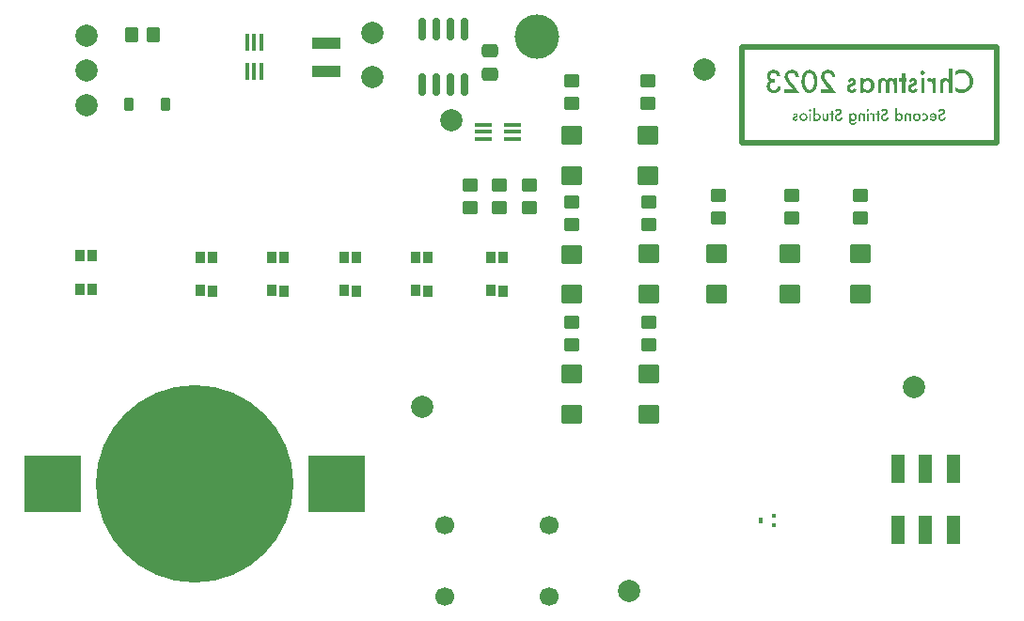
<source format=gbr>
%TF.GenerationSoftware,KiCad,Pcbnew,7.0.7*%
%TF.CreationDate,2023-11-19T13:20:32+01:00*%
%TF.ProjectId,sss_ornament_2023,7373735f-6f72-46e6-916d-656e745f3230,rev?*%
%TF.SameCoordinates,Original*%
%TF.FileFunction,Soldermask,Bot*%
%TF.FilePolarity,Negative*%
%FSLAX46Y46*%
G04 Gerber Fmt 4.6, Leading zero omitted, Abs format (unit mm)*
G04 Created by KiCad (PCBNEW 7.0.7) date 2023-11-19 13:20:32*
%MOMM*%
%LPD*%
G01*
G04 APERTURE LIST*
G04 Aperture macros list*
%AMRoundRect*
0 Rectangle with rounded corners*
0 $1 Rounding radius*
0 $2 $3 $4 $5 $6 $7 $8 $9 X,Y pos of 4 corners*
0 Add a 4 corners polygon primitive as box body*
4,1,4,$2,$3,$4,$5,$6,$7,$8,$9,$2,$3,0*
0 Add four circle primitives for the rounded corners*
1,1,$1+$1,$2,$3*
1,1,$1+$1,$4,$5*
1,1,$1+$1,$6,$7*
1,1,$1+$1,$8,$9*
0 Add four rect primitives between the rounded corners*
20,1,$1+$1,$2,$3,$4,$5,0*
20,1,$1+$1,$4,$5,$6,$7,0*
20,1,$1+$1,$6,$7,$8,$9,0*
20,1,$1+$1,$8,$9,$2,$3,0*%
G04 Aperture macros list end*
%ADD10C,0.100000*%
%ADD11C,0.200000*%
%ADD12C,0.500000*%
%ADD13C,4.000000*%
%ADD14RoundRect,0.102000X-0.350000X0.400000X-0.350000X-0.400000X0.350000X-0.400000X0.350000X0.400000X0*%
%ADD15C,1.700000*%
%ADD16RoundRect,0.150000X0.150000X-0.825000X0.150000X0.825000X-0.150000X0.825000X-0.150000X-0.825000X0*%
%ADD17RoundRect,0.102000X-0.800000X0.750000X-0.800000X-0.750000X0.800000X-0.750000X0.800000X0.750000X0*%
%ADD18RoundRect,0.250000X0.450000X-0.350000X0.450000X0.350000X-0.450000X0.350000X-0.450000X-0.350000X0*%
%ADD19RoundRect,0.225000X0.225000X0.375000X-0.225000X0.375000X-0.225000X-0.375000X0.225000X-0.375000X0*%
%ADD20C,2.000000*%
%ADD21R,1.200000X2.500000*%
%ADD22R,0.400000X1.500000*%
%ADD23R,5.100000X5.100000*%
%ADD24C,17.800000*%
%ADD25R,0.450000X0.400000*%
%ADD26R,0.450000X0.500000*%
%ADD27RoundRect,0.250000X0.475000X-0.337500X0.475000X0.337500X-0.475000X0.337500X-0.475000X-0.337500X0*%
%ADD28R,1.500000X0.400000*%
%ADD29R,2.500000X1.000000*%
%ADD30RoundRect,0.250000X0.350000X0.450000X-0.350000X0.450000X-0.350000X-0.450000X0.350000X-0.450000X0*%
G04 APERTURE END LIST*
D10*
G36*
X169051716Y-67193752D02*
G01*
X169180920Y-67272154D01*
X169187759Y-67260726D01*
X169194538Y-67250070D01*
X169201258Y-67240186D01*
X169207916Y-67231076D01*
X169214515Y-67222738D01*
X169221054Y-67215173D01*
X169229679Y-67206289D01*
X169238197Y-67198779D01*
X169246608Y-67192642D01*
X169250773Y-67190089D01*
X169259765Y-67184937D01*
X169269397Y-67180472D01*
X169279670Y-67176694D01*
X169290585Y-67173602D01*
X169302141Y-67171198D01*
X169314338Y-67169481D01*
X169327176Y-67168450D01*
X169337225Y-67168128D01*
X169340655Y-67168107D01*
X169353047Y-67168442D01*
X169365035Y-67169446D01*
X169376620Y-67171121D01*
X169387801Y-67173465D01*
X169398579Y-67176479D01*
X169408953Y-67180163D01*
X169418924Y-67184516D01*
X169428491Y-67189539D01*
X169437654Y-67195232D01*
X169446414Y-67201595D01*
X169452030Y-67206209D01*
X169459974Y-67213342D01*
X169467136Y-67220818D01*
X169473518Y-67228637D01*
X169479118Y-67236800D01*
X169483936Y-67245307D01*
X169489145Y-67257183D01*
X169492141Y-67266491D01*
X169494355Y-67276142D01*
X169495787Y-67286137D01*
X169496438Y-67296476D01*
X169496482Y-67299998D01*
X169495471Y-67314382D01*
X169492437Y-67328225D01*
X169487382Y-67341527D01*
X169480304Y-67354289D01*
X169474463Y-67362496D01*
X169467722Y-67370462D01*
X169460083Y-67378188D01*
X169451545Y-67385674D01*
X169442108Y-67392919D01*
X169431773Y-67399924D01*
X169420538Y-67406688D01*
X169408406Y-67413212D01*
X169395374Y-67419496D01*
X169381443Y-67425539D01*
X169275686Y-67469014D01*
X169259867Y-67475668D01*
X169244587Y-67482501D01*
X169229848Y-67489513D01*
X169215648Y-67496705D01*
X169201989Y-67504076D01*
X169188869Y-67511627D01*
X169176290Y-67519357D01*
X169164250Y-67527266D01*
X169152751Y-67535355D01*
X169141792Y-67543623D01*
X169131372Y-67552070D01*
X169121493Y-67560697D01*
X169112153Y-67569503D01*
X169103354Y-67578488D01*
X169095094Y-67587653D01*
X169087375Y-67596997D01*
X169080129Y-67606565D01*
X169073350Y-67616399D01*
X169067039Y-67626501D01*
X169061195Y-67636870D01*
X169055819Y-67647506D01*
X169050910Y-67658409D01*
X169046469Y-67669580D01*
X169042495Y-67681017D01*
X169038989Y-67692722D01*
X169035950Y-67704693D01*
X169033379Y-67716932D01*
X169031275Y-67729438D01*
X169029639Y-67742211D01*
X169028470Y-67755252D01*
X169027769Y-67768559D01*
X169027536Y-67782133D01*
X169027912Y-67800312D01*
X169029043Y-67818091D01*
X169030927Y-67835468D01*
X169033565Y-67852445D01*
X169036957Y-67869021D01*
X169041102Y-67885196D01*
X169046002Y-67900971D01*
X169051654Y-67916345D01*
X169058061Y-67931318D01*
X169065221Y-67945891D01*
X169073135Y-67960062D01*
X169081803Y-67973834D01*
X169091225Y-67987204D01*
X169101400Y-68000174D01*
X169112329Y-68012743D01*
X169124011Y-68024911D01*
X169136375Y-68036623D01*
X169149104Y-68047580D01*
X169162196Y-68057781D01*
X169175654Y-68067226D01*
X169189475Y-68075916D01*
X169203661Y-68083850D01*
X169218212Y-68091028D01*
X169233127Y-68097451D01*
X169248406Y-68103118D01*
X169264050Y-68108030D01*
X169280059Y-68112186D01*
X169296432Y-68115586D01*
X169313169Y-68118231D01*
X169330271Y-68120120D01*
X169347737Y-68121253D01*
X169365568Y-68121631D01*
X169382449Y-68121305D01*
X169398960Y-68120326D01*
X169415101Y-68118694D01*
X169430872Y-68116410D01*
X169446273Y-68113474D01*
X169461303Y-68109884D01*
X169475963Y-68105643D01*
X169490254Y-68100748D01*
X169504174Y-68095201D01*
X169517723Y-68089002D01*
X169530903Y-68082150D01*
X169543712Y-68074645D01*
X169556151Y-68066487D01*
X169568220Y-68057678D01*
X169579919Y-68048215D01*
X169591248Y-68038100D01*
X169601952Y-68027424D01*
X169612142Y-68016217D01*
X169621819Y-68004480D01*
X169630983Y-67992213D01*
X169639634Y-67979415D01*
X169647771Y-67966087D01*
X169655395Y-67952228D01*
X169662506Y-67937838D01*
X169669103Y-67922918D01*
X169675187Y-67907468D01*
X169680758Y-67891487D01*
X169685816Y-67874976D01*
X169690360Y-67857935D01*
X169694391Y-67840363D01*
X169697909Y-67822260D01*
X169700913Y-67803627D01*
X169542888Y-67767967D01*
X169541448Y-67779404D01*
X169539877Y-67790388D01*
X169538174Y-67800920D01*
X169536339Y-67811000D01*
X169534373Y-67820627D01*
X169531176Y-67834221D01*
X169527684Y-67846797D01*
X169523895Y-67858355D01*
X169519810Y-67868896D01*
X169515428Y-67878419D01*
X169509126Y-67889534D01*
X169504053Y-67896683D01*
X169497707Y-67904994D01*
X169491002Y-67912769D01*
X169483938Y-67920008D01*
X169476515Y-67926710D01*
X169468733Y-67932876D01*
X169460593Y-67938506D01*
X169452094Y-67943600D01*
X169443237Y-67948158D01*
X169434020Y-67952179D01*
X169424445Y-67955664D01*
X169414512Y-67958613D01*
X169404219Y-67961026D01*
X169393568Y-67962903D01*
X169382558Y-67964243D01*
X169371189Y-67965048D01*
X169359462Y-67965316D01*
X169345582Y-67964873D01*
X169332153Y-67963547D01*
X169319175Y-67961336D01*
X169306648Y-67958240D01*
X169294571Y-67954260D01*
X169282946Y-67949396D01*
X169271771Y-67943647D01*
X169261047Y-67937014D01*
X169250774Y-67929496D01*
X169240951Y-67921094D01*
X169234653Y-67915002D01*
X169225749Y-67905332D01*
X169217721Y-67895189D01*
X169210568Y-67884575D01*
X169204291Y-67873488D01*
X169198890Y-67861929D01*
X169194365Y-67849898D01*
X169190715Y-67837394D01*
X169187942Y-67824418D01*
X169186044Y-67810970D01*
X169185023Y-67797049D01*
X169184828Y-67787507D01*
X169185128Y-67776055D01*
X169186030Y-67764964D01*
X169187533Y-67754234D01*
X169189636Y-67743864D01*
X169192341Y-67733854D01*
X169193376Y-67730598D01*
X169196917Y-67721036D01*
X169201127Y-67711765D01*
X169206007Y-67702786D01*
X169211557Y-67694099D01*
X169217777Y-67685704D01*
X169219999Y-67682971D01*
X169227154Y-67674922D01*
X169235066Y-67667080D01*
X169243732Y-67659443D01*
X169251532Y-67653237D01*
X169259856Y-67647174D01*
X169266893Y-67642427D01*
X169276092Y-67636521D01*
X169285827Y-67630711D01*
X169296099Y-67624996D01*
X169306907Y-67619376D01*
X169315941Y-67614949D01*
X169325317Y-67610583D01*
X169335037Y-67606279D01*
X169436887Y-67563536D01*
X169450230Y-67557682D01*
X169463150Y-67551662D01*
X169475647Y-67545474D01*
X169487720Y-67539119D01*
X169499369Y-67532598D01*
X169510594Y-67525909D01*
X169521396Y-67519054D01*
X169531775Y-67512031D01*
X169541730Y-67504842D01*
X169551261Y-67497486D01*
X169560368Y-67489962D01*
X169569052Y-67482272D01*
X169577313Y-67474415D01*
X169585150Y-67466390D01*
X169592563Y-67458199D01*
X169599552Y-67449841D01*
X169606118Y-67441316D01*
X169612261Y-67432624D01*
X169617979Y-67423765D01*
X169623274Y-67414739D01*
X169628146Y-67405546D01*
X169632594Y-67396186D01*
X169636618Y-67386659D01*
X169640219Y-67376965D01*
X169643396Y-67367104D01*
X169646149Y-67357077D01*
X169648479Y-67346882D01*
X169650385Y-67336520D01*
X169651868Y-67325991D01*
X169652927Y-67315296D01*
X169653562Y-67304433D01*
X169653774Y-67293404D01*
X169653418Y-67278596D01*
X169652351Y-67264094D01*
X169650571Y-67249898D01*
X169648080Y-67236006D01*
X169644877Y-67222420D01*
X169640963Y-67209140D01*
X169636337Y-67196164D01*
X169630999Y-67183494D01*
X169624949Y-67171129D01*
X169618187Y-67159070D01*
X169610714Y-67147316D01*
X169602529Y-67135867D01*
X169593632Y-67124723D01*
X169584024Y-67113885D01*
X169573704Y-67103352D01*
X169562672Y-67093124D01*
X169551142Y-67083276D01*
X169539266Y-67074062D01*
X169527046Y-67065484D01*
X169514479Y-67057541D01*
X169501568Y-67050234D01*
X169488311Y-67043562D01*
X169474709Y-67037526D01*
X169460761Y-67032125D01*
X169446468Y-67027359D01*
X169431830Y-67023229D01*
X169416846Y-67019734D01*
X169401517Y-67016875D01*
X169385843Y-67014651D01*
X169369823Y-67013062D01*
X169353458Y-67012109D01*
X169336747Y-67011792D01*
X169325422Y-67011969D01*
X169314253Y-67012502D01*
X169303240Y-67013391D01*
X169292383Y-67014635D01*
X169281681Y-67016234D01*
X169271136Y-67018189D01*
X169260747Y-67020499D01*
X169250514Y-67023164D01*
X169240437Y-67026185D01*
X169230516Y-67029561D01*
X169220750Y-67033293D01*
X169211141Y-67037380D01*
X169201688Y-67041822D01*
X169192391Y-67046620D01*
X169183250Y-67051773D01*
X169174264Y-67057282D01*
X169165435Y-67063146D01*
X169156762Y-67069365D01*
X169148245Y-67075940D01*
X169139883Y-67082870D01*
X169131678Y-67090156D01*
X169123629Y-67097797D01*
X169115736Y-67105793D01*
X169107998Y-67114145D01*
X169100417Y-67122852D01*
X169092992Y-67131914D01*
X169085722Y-67141332D01*
X169078609Y-67151105D01*
X169071652Y-67161234D01*
X169064850Y-67171718D01*
X169058205Y-67182558D01*
X169051716Y-67193752D01*
G37*
G36*
X168596162Y-67418589D02*
G01*
X168613746Y-67419719D01*
X168630882Y-67421603D01*
X168647570Y-67424241D01*
X168663809Y-67427633D01*
X168679600Y-67431779D01*
X168694943Y-67436678D01*
X168709837Y-67442331D01*
X168724282Y-67448737D01*
X168738279Y-67455898D01*
X168751828Y-67463812D01*
X168764929Y-67472479D01*
X168777581Y-67481901D01*
X168789784Y-67492076D01*
X168801539Y-67503005D01*
X168812846Y-67514688D01*
X168818241Y-67520853D01*
X168828516Y-67533536D01*
X168838106Y-67546691D01*
X168847012Y-67560317D01*
X168855232Y-67574414D01*
X168862767Y-67588983D01*
X168869617Y-67604023D01*
X168875783Y-67619534D01*
X168881263Y-67635517D01*
X168886058Y-67651971D01*
X168890168Y-67668896D01*
X168893593Y-67686293D01*
X168896333Y-67704161D01*
X168898389Y-67722500D01*
X168899759Y-67741310D01*
X168900444Y-67760592D01*
X168900529Y-67770410D01*
X168900175Y-67790041D01*
X168899113Y-67809183D01*
X168897344Y-67827837D01*
X168894866Y-67846003D01*
X168891680Y-67863680D01*
X168887787Y-67880869D01*
X168883185Y-67897569D01*
X168877876Y-67913780D01*
X168871858Y-67929504D01*
X168865133Y-67944738D01*
X168857700Y-67959484D01*
X168849559Y-67973742D01*
X168840710Y-67987511D01*
X168831153Y-68000792D01*
X168820888Y-68013584D01*
X168809915Y-68025888D01*
X168798328Y-68037482D01*
X168786281Y-68048328D01*
X168773774Y-68058426D01*
X168760807Y-68067775D01*
X168747380Y-68076377D01*
X168733494Y-68084231D01*
X168719147Y-68091337D01*
X168704341Y-68097695D01*
X168689075Y-68103305D01*
X168673349Y-68108167D01*
X168657163Y-68112281D01*
X168640517Y-68115647D01*
X168623412Y-68118265D01*
X168605846Y-68120135D01*
X168587821Y-68121257D01*
X168569336Y-68121631D01*
X168556448Y-68121459D01*
X168543797Y-68120944D01*
X168531383Y-68120085D01*
X168519205Y-68118883D01*
X168507264Y-68117338D01*
X168495559Y-68115449D01*
X168484091Y-68113216D01*
X168472860Y-68110640D01*
X168461781Y-68107698D01*
X168450893Y-68104366D01*
X168440196Y-68100645D01*
X168429690Y-68096535D01*
X168419375Y-68092036D01*
X168409250Y-68087147D01*
X168399316Y-68081869D01*
X168389573Y-68076202D01*
X168380006Y-68070081D01*
X168370599Y-68063562D01*
X168361352Y-68056647D01*
X168352265Y-68049335D01*
X168343339Y-68041626D01*
X168334573Y-68033520D01*
X168325967Y-68025018D01*
X168317522Y-68016118D01*
X168309149Y-68006730D01*
X168300883Y-67996884D01*
X168294753Y-67989199D01*
X168288684Y-67981256D01*
X168282674Y-67973056D01*
X168276725Y-67964598D01*
X168270836Y-67955883D01*
X168265007Y-67946910D01*
X168259239Y-67937679D01*
X168253530Y-67928191D01*
X168383956Y-67857605D01*
X168389838Y-67866405D01*
X168395641Y-67874854D01*
X168401364Y-67882952D01*
X168409797Y-67894441D01*
X168418050Y-67905140D01*
X168426123Y-67915049D01*
X168434016Y-67924168D01*
X168441728Y-67932497D01*
X168449260Y-67940036D01*
X168459022Y-67948860D01*
X168468464Y-67956279D01*
X168475694Y-67961036D01*
X168485890Y-67966652D01*
X168496718Y-67971436D01*
X168508181Y-67975388D01*
X168520276Y-67978507D01*
X168533006Y-67980795D01*
X168542968Y-67981965D01*
X168553287Y-67982667D01*
X168563963Y-67982901D01*
X168573109Y-67982719D01*
X168586439Y-67981762D01*
X168599301Y-67979985D01*
X168611696Y-67977389D01*
X168623622Y-67973972D01*
X168635080Y-67969735D01*
X168646070Y-67964678D01*
X168656592Y-67958801D01*
X168666647Y-67952105D01*
X168676233Y-67944588D01*
X168685351Y-67936251D01*
X168693875Y-67927122D01*
X168701677Y-67917414D01*
X168708759Y-67907127D01*
X168715118Y-67896260D01*
X168720757Y-67884813D01*
X168725674Y-67872787D01*
X168729870Y-67860181D01*
X168733345Y-67846995D01*
X168736098Y-67833230D01*
X168738131Y-67818885D01*
X168739085Y-67809000D01*
X168259636Y-67809000D01*
X168259636Y-67772608D01*
X168259719Y-67762284D01*
X168259968Y-67752101D01*
X168260383Y-67742061D01*
X168260964Y-67732163D01*
X168262624Y-67712793D01*
X168264948Y-67693992D01*
X168266594Y-67683948D01*
X168418394Y-67683948D01*
X168728827Y-67683948D01*
X168727853Y-67680278D01*
X168724613Y-67669568D01*
X168720892Y-67659304D01*
X168716691Y-67649487D01*
X168712008Y-67640116D01*
X168706845Y-67631191D01*
X168705923Y-67629733D01*
X168700176Y-67621272D01*
X168694051Y-67613309D01*
X168687548Y-67605845D01*
X168680667Y-67598878D01*
X168672162Y-67591380D01*
X168665720Y-67586380D01*
X168656340Y-67580023D01*
X168646539Y-67574413D01*
X168636318Y-67569551D01*
X168627221Y-67565979D01*
X168624124Y-67564884D01*
X168614658Y-67562025D01*
X168604935Y-67559801D01*
X168594955Y-67558212D01*
X168584717Y-67557259D01*
X168574221Y-67556942D01*
X168559129Y-67557438D01*
X168544751Y-67558926D01*
X168531087Y-67561407D01*
X168518137Y-67564879D01*
X168505900Y-67569345D01*
X168494376Y-67574802D01*
X168483567Y-67581251D01*
X168473471Y-67588693D01*
X168464088Y-67597127D01*
X168455420Y-67606553D01*
X168447464Y-67616972D01*
X168440223Y-67628383D01*
X168433695Y-67640786D01*
X168427881Y-67654181D01*
X168422781Y-67668568D01*
X168418394Y-67683948D01*
X168266594Y-67683948D01*
X168267936Y-67675760D01*
X168271589Y-67658096D01*
X168275905Y-67641001D01*
X168280885Y-67624475D01*
X168286529Y-67608517D01*
X168292838Y-67593128D01*
X168299810Y-67578307D01*
X168307447Y-67564055D01*
X168315747Y-67550372D01*
X168324711Y-67537257D01*
X168334340Y-67524711D01*
X168344633Y-67512734D01*
X168355620Y-67501288D01*
X168367088Y-67490580D01*
X168379036Y-67480611D01*
X168391466Y-67471380D01*
X168404377Y-67462888D01*
X168417768Y-67455134D01*
X168431640Y-67448119D01*
X168445993Y-67441842D01*
X168460827Y-67436304D01*
X168476142Y-67431504D01*
X168491938Y-67427442D01*
X168508214Y-67424119D01*
X168524971Y-67421535D01*
X168542210Y-67419689D01*
X168559929Y-67418581D01*
X168578129Y-67418212D01*
X168596162Y-67418589D01*
G37*
G36*
X167579664Y-67465351D02*
G01*
X167579664Y-67669293D01*
X167586183Y-67661452D01*
X167592613Y-67653925D01*
X167602089Y-67643225D01*
X167611363Y-67633234D01*
X167620436Y-67623951D01*
X167629306Y-67615377D01*
X167637975Y-67607511D01*
X167646442Y-67600353D01*
X167654708Y-67593904D01*
X167662771Y-67588163D01*
X167673209Y-67581610D01*
X167683631Y-67575828D01*
X167694504Y-67570818D01*
X167705827Y-67566578D01*
X167717600Y-67563109D01*
X167729824Y-67560411D01*
X167742498Y-67558483D01*
X167752299Y-67557544D01*
X167762353Y-67557038D01*
X167769196Y-67556942D01*
X167779830Y-67557179D01*
X167790239Y-67557892D01*
X167800423Y-67559080D01*
X167810382Y-67560743D01*
X167820115Y-67562881D01*
X167829624Y-67565494D01*
X167838907Y-67568582D01*
X167852409Y-67574106D01*
X167865405Y-67580698D01*
X167877894Y-67588359D01*
X167885939Y-67594061D01*
X167893759Y-67600238D01*
X167901353Y-67606889D01*
X167908722Y-67614016D01*
X167912323Y-67617758D01*
X167919244Y-67625450D01*
X167925718Y-67633382D01*
X167931746Y-67641555D01*
X167937327Y-67649968D01*
X167942462Y-67658621D01*
X167947150Y-67667515D01*
X167951392Y-67676649D01*
X167955187Y-67686024D01*
X167958536Y-67695639D01*
X167961438Y-67705495D01*
X167963894Y-67715591D01*
X167965903Y-67725927D01*
X167967466Y-67736504D01*
X167968582Y-67747321D01*
X167969252Y-67758379D01*
X167969475Y-67769677D01*
X167969261Y-67781210D01*
X167968617Y-67792483D01*
X167967543Y-67803497D01*
X167966041Y-67814251D01*
X167964109Y-67824746D01*
X167961747Y-67834982D01*
X167958957Y-67844957D01*
X167955737Y-67854674D01*
X167952087Y-67864130D01*
X167948009Y-67873328D01*
X167943501Y-67882265D01*
X167938564Y-67890944D01*
X167933197Y-67899362D01*
X167927401Y-67907522D01*
X167921176Y-67915421D01*
X167914521Y-67923062D01*
X167907412Y-67930308D01*
X167900069Y-67937086D01*
X167892490Y-67943398D01*
X167880683Y-67951988D01*
X167868348Y-67959526D01*
X167855484Y-67966013D01*
X167842092Y-67971447D01*
X167828173Y-67975830D01*
X167818599Y-67978168D01*
X167808792Y-67980038D01*
X167798749Y-67981440D01*
X167788472Y-67982375D01*
X167777960Y-67982843D01*
X167772616Y-67982901D01*
X167762382Y-67982693D01*
X167752380Y-67982068D01*
X167742610Y-67981027D01*
X167729943Y-67978991D01*
X167717689Y-67976215D01*
X167705847Y-67972698D01*
X167694417Y-67968441D01*
X167683400Y-67963443D01*
X167675407Y-67959210D01*
X167664989Y-67952672D01*
X167656884Y-67946883D01*
X167648531Y-67940333D01*
X167639928Y-67933024D01*
X167631077Y-67924954D01*
X167621977Y-67916125D01*
X167612627Y-67906536D01*
X167603029Y-67896187D01*
X167596491Y-67888865D01*
X167589843Y-67881206D01*
X167583085Y-67873209D01*
X167579664Y-67869084D01*
X167579664Y-68072538D01*
X167591298Y-68078483D01*
X167602936Y-68084044D01*
X167614577Y-68089222D01*
X167626223Y-68094016D01*
X167637872Y-68098427D01*
X167649525Y-68102454D01*
X167661182Y-68106098D01*
X167672843Y-68109358D01*
X167684507Y-68112234D01*
X167696175Y-68114727D01*
X167707848Y-68116837D01*
X167719523Y-68118563D01*
X167731203Y-68119905D01*
X167742887Y-68120864D01*
X167754574Y-68121439D01*
X167766265Y-68121631D01*
X167785273Y-68121241D01*
X167803890Y-68120070D01*
X167822116Y-68118119D01*
X167839950Y-68115388D01*
X167857394Y-68111876D01*
X167874446Y-68107583D01*
X167891107Y-68102510D01*
X167907377Y-68096657D01*
X167923255Y-68090024D01*
X167938743Y-68082609D01*
X167953839Y-68074415D01*
X167968544Y-68065440D01*
X167982858Y-68055685D01*
X167996781Y-68045149D01*
X168010313Y-68033832D01*
X168023453Y-68021736D01*
X168035964Y-68008997D01*
X168047668Y-67995877D01*
X168058564Y-67982374D01*
X168068653Y-67968491D01*
X168077936Y-67954225D01*
X168086411Y-67939579D01*
X168094078Y-67924550D01*
X168100939Y-67909140D01*
X168106993Y-67893348D01*
X168112239Y-67877174D01*
X168116679Y-67860619D01*
X168120311Y-67843683D01*
X168123136Y-67826364D01*
X168125154Y-67808664D01*
X168126364Y-67790583D01*
X168126768Y-67772120D01*
X168126359Y-67753707D01*
X168125131Y-67735655D01*
X168123084Y-67717963D01*
X168120219Y-67700633D01*
X168116535Y-67683663D01*
X168112033Y-67667053D01*
X168106712Y-67650804D01*
X168100573Y-67634916D01*
X168093615Y-67619389D01*
X168085838Y-67604222D01*
X168077243Y-67589415D01*
X168067829Y-67574970D01*
X168057597Y-67560885D01*
X168046546Y-67547160D01*
X168034676Y-67533797D01*
X168021988Y-67520794D01*
X168008704Y-67508372D01*
X167995048Y-67496751D01*
X167981021Y-67485932D01*
X167966621Y-67475914D01*
X167951849Y-67466698D01*
X167936705Y-67458283D01*
X167921189Y-67450669D01*
X167905301Y-67443857D01*
X167889040Y-67437846D01*
X167872408Y-67432637D01*
X167855404Y-67428229D01*
X167838027Y-67424623D01*
X167820278Y-67421818D01*
X167802158Y-67419814D01*
X167783665Y-67418612D01*
X167764800Y-67418212D01*
X167752571Y-67418396D01*
X167740429Y-67418948D01*
X167728375Y-67419869D01*
X167716409Y-67421158D01*
X167704531Y-67422815D01*
X167692741Y-67424841D01*
X167681038Y-67427234D01*
X167669423Y-67429996D01*
X167657896Y-67433127D01*
X167646457Y-67436625D01*
X167635105Y-67440492D01*
X167623841Y-67444727D01*
X167612665Y-67449331D01*
X167601577Y-67454302D01*
X167590577Y-67459642D01*
X167579664Y-67465351D01*
G37*
G36*
X167125991Y-67418608D02*
G01*
X167143847Y-67419795D01*
X167161353Y-67421775D01*
X167178510Y-67424547D01*
X167195318Y-67428110D01*
X167211777Y-67432466D01*
X167227886Y-67437613D01*
X167243647Y-67443552D01*
X167259058Y-67450283D01*
X167274120Y-67457806D01*
X167288833Y-67466120D01*
X167303196Y-67475227D01*
X167317211Y-67485126D01*
X167330876Y-67495816D01*
X167344192Y-67507298D01*
X167357159Y-67519572D01*
X167369551Y-67532380D01*
X167381144Y-67545523D01*
X167391938Y-67559002D01*
X167401931Y-67572817D01*
X167411126Y-67586968D01*
X167419521Y-67601455D01*
X167427116Y-67616277D01*
X167433912Y-67631436D01*
X167439908Y-67646930D01*
X167445105Y-67662760D01*
X167449503Y-67678926D01*
X167453100Y-67695427D01*
X167455899Y-67712265D01*
X167457897Y-67729438D01*
X167459097Y-67746947D01*
X167459496Y-67764792D01*
X167459104Y-67783732D01*
X167457928Y-67802264D01*
X167455967Y-67820391D01*
X167453222Y-67838111D01*
X167449693Y-67855424D01*
X167445380Y-67872332D01*
X167440282Y-67888832D01*
X167434400Y-67904927D01*
X167427734Y-67920614D01*
X167420284Y-67935896D01*
X167412049Y-67950771D01*
X167403031Y-67965239D01*
X167393227Y-67979301D01*
X167382640Y-67992957D01*
X167371268Y-68006206D01*
X167359113Y-68019049D01*
X167346406Y-68031471D01*
X167333322Y-68043092D01*
X167319860Y-68053911D01*
X167306020Y-68063929D01*
X167291803Y-68073145D01*
X167277207Y-68081560D01*
X167262234Y-68089173D01*
X167246883Y-68095986D01*
X167231154Y-68101996D01*
X167215047Y-68107205D01*
X167198563Y-68111613D01*
X167181701Y-68115220D01*
X167164461Y-68118025D01*
X167146843Y-68120028D01*
X167128847Y-68121230D01*
X167110473Y-68121631D01*
X167091912Y-68121238D01*
X167073719Y-68120059D01*
X167055894Y-68118093D01*
X167038437Y-68115342D01*
X167021349Y-68111804D01*
X167004628Y-68107480D01*
X166988277Y-68102370D01*
X166972293Y-68096474D01*
X166956678Y-68089792D01*
X166941431Y-68082323D01*
X166926552Y-68074069D01*
X166912041Y-68065028D01*
X166897899Y-68055201D01*
X166884125Y-68044588D01*
X166870719Y-68033188D01*
X166857682Y-68021003D01*
X166845260Y-68008175D01*
X166833639Y-67994968D01*
X166822820Y-67981384D01*
X166812802Y-67967422D01*
X166803586Y-67953082D01*
X166795171Y-67938365D01*
X166787558Y-67923270D01*
X166780746Y-67907796D01*
X166774735Y-67891945D01*
X166769526Y-67875717D01*
X166765118Y-67859110D01*
X166761511Y-67842126D01*
X166758706Y-67824763D01*
X166756703Y-67807023D01*
X166755501Y-67788905D01*
X166755100Y-67770410D01*
X166912392Y-67770410D01*
X166912444Y-67776417D01*
X166912860Y-67788204D01*
X166913692Y-67799687D01*
X166914940Y-67810867D01*
X166916604Y-67821743D01*
X166918684Y-67832316D01*
X166921180Y-67842586D01*
X166924092Y-67852552D01*
X166927420Y-67862215D01*
X166931163Y-67871574D01*
X166935323Y-67880630D01*
X166939899Y-67889383D01*
X166944891Y-67897832D01*
X166953158Y-67909937D01*
X166959190Y-67917628D01*
X166965637Y-67925016D01*
X166972403Y-67932025D01*
X166983077Y-67941692D01*
X166994382Y-67950340D01*
X167006318Y-67957972D01*
X167018885Y-67964586D01*
X167032084Y-67970182D01*
X167045913Y-67974761D01*
X167055483Y-67977248D01*
X167065334Y-67979283D01*
X167075466Y-67980866D01*
X167085877Y-67981997D01*
X167096570Y-67982675D01*
X167107542Y-67982901D01*
X167118429Y-67982672D01*
X167129047Y-67981985D01*
X167139396Y-67980840D01*
X167149476Y-67979237D01*
X167159287Y-67977177D01*
X167168828Y-67974658D01*
X167182636Y-67970021D01*
X167195839Y-67964354D01*
X167208436Y-67957656D01*
X167220428Y-67949928D01*
X167231815Y-67941170D01*
X167242596Y-67931381D01*
X167249448Y-67924283D01*
X167252693Y-67920624D01*
X167261812Y-67909163D01*
X167267377Y-67901116D01*
X167272529Y-67892745D01*
X167277268Y-67884050D01*
X167281596Y-67875030D01*
X167285512Y-67865686D01*
X167289015Y-67856017D01*
X167292106Y-67846024D01*
X167294785Y-67835707D01*
X167297052Y-67825065D01*
X167298907Y-67814099D01*
X167300349Y-67802808D01*
X167301380Y-67791193D01*
X167301998Y-67779254D01*
X167302204Y-67766990D01*
X167301994Y-67755522D01*
X167301364Y-67744322D01*
X167300315Y-67733388D01*
X167298846Y-67722721D01*
X167296957Y-67712322D01*
X167294648Y-67702190D01*
X167291919Y-67692325D01*
X167288771Y-67682727D01*
X167285202Y-67673396D01*
X167281214Y-67664332D01*
X167276807Y-67655536D01*
X167271979Y-67647006D01*
X167266732Y-67638744D01*
X167261064Y-67630749D01*
X167254977Y-67623021D01*
X167248471Y-67615560D01*
X167241595Y-67608462D01*
X167230798Y-67598673D01*
X167219421Y-67589914D01*
X167207465Y-67582186D01*
X167194929Y-67575489D01*
X167181814Y-67569822D01*
X167168119Y-67565185D01*
X167158667Y-67562666D01*
X167148957Y-67560605D01*
X167138990Y-67559002D01*
X167128765Y-67557857D01*
X167118282Y-67557171D01*
X167107542Y-67556942D01*
X167096656Y-67557171D01*
X167086038Y-67557857D01*
X167075689Y-67559002D01*
X167065609Y-67560605D01*
X167055798Y-67562666D01*
X167046257Y-67565185D01*
X167032449Y-67569822D01*
X167019246Y-67575489D01*
X167006648Y-67582186D01*
X166994656Y-67589914D01*
X166983270Y-67598673D01*
X166972489Y-67608462D01*
X166965637Y-67615560D01*
X166959190Y-67622948D01*
X166953158Y-67630642D01*
X166947542Y-67638641D01*
X166942343Y-67646945D01*
X166937559Y-67655555D01*
X166933191Y-67664469D01*
X166929239Y-67673690D01*
X166925704Y-67683215D01*
X166922584Y-67693046D01*
X166919880Y-67703182D01*
X166917592Y-67713623D01*
X166915720Y-67724370D01*
X166914264Y-67735422D01*
X166913224Y-67746779D01*
X166912600Y-67758442D01*
X166912392Y-67770410D01*
X166755100Y-67770410D01*
X166755498Y-67752058D01*
X166756691Y-67734067D01*
X166758681Y-67716437D01*
X166761466Y-67699167D01*
X166765046Y-67682258D01*
X166769423Y-67665710D01*
X166774595Y-67649522D01*
X166780562Y-67633695D01*
X166787326Y-67618228D01*
X166794885Y-67603123D01*
X166803240Y-67588377D01*
X166812390Y-67573993D01*
X166822336Y-67559969D01*
X166833078Y-67546306D01*
X166844616Y-67533003D01*
X166856949Y-67520061D01*
X166870008Y-67507728D01*
X166883415Y-67496190D01*
X166897172Y-67485448D01*
X166911278Y-67475502D01*
X166925733Y-67466351D01*
X166940538Y-67457997D01*
X166955691Y-67450437D01*
X166971194Y-67443674D01*
X166987046Y-67437706D01*
X167003247Y-67432534D01*
X167019797Y-67428158D01*
X167036697Y-67424577D01*
X167053945Y-67421792D01*
X167071543Y-67419803D01*
X167089490Y-67418609D01*
X167107787Y-67418212D01*
X167125991Y-67418608D01*
G37*
G36*
X166587061Y-67433843D02*
G01*
X166429769Y-67433843D01*
X166429769Y-67497102D01*
X166419553Y-67487549D01*
X166409180Y-67478612D01*
X166398648Y-67470292D01*
X166387957Y-67462588D01*
X166377108Y-67455500D01*
X166366101Y-67449028D01*
X166354936Y-67443173D01*
X166343612Y-67437934D01*
X166332130Y-67433312D01*
X166320489Y-67429306D01*
X166308690Y-67425916D01*
X166296733Y-67423142D01*
X166284617Y-67420985D01*
X166272343Y-67419444D01*
X166259910Y-67418520D01*
X166247319Y-67418212D01*
X166232897Y-67418499D01*
X166218880Y-67419360D01*
X166205267Y-67420796D01*
X166192059Y-67422806D01*
X166179256Y-67425391D01*
X166166856Y-67428550D01*
X166154862Y-67432283D01*
X166143272Y-67436591D01*
X166132086Y-67441473D01*
X166121305Y-67446929D01*
X166110929Y-67452960D01*
X166100957Y-67459565D01*
X166091389Y-67466744D01*
X166082226Y-67474498D01*
X166073468Y-67482826D01*
X166065114Y-67491729D01*
X166058282Y-67499854D01*
X166051891Y-67508597D01*
X166045940Y-67517958D01*
X166040430Y-67527938D01*
X166035361Y-67538536D01*
X166030733Y-67549752D01*
X166026546Y-67561586D01*
X166022799Y-67574039D01*
X166019493Y-67587109D01*
X166016628Y-67600798D01*
X166014204Y-67615106D01*
X166012220Y-67630031D01*
X166010677Y-67645575D01*
X166009575Y-67661737D01*
X166008914Y-67678517D01*
X166008694Y-67695916D01*
X166008694Y-68106000D01*
X166165986Y-68106000D01*
X166165986Y-67732064D01*
X166166093Y-67719937D01*
X166166414Y-67708288D01*
X166166948Y-67697116D01*
X166167696Y-67686421D01*
X166168658Y-67676203D01*
X166169833Y-67666462D01*
X166171997Y-67652744D01*
X166174642Y-67640101D01*
X166177767Y-67628530D01*
X166181374Y-67618033D01*
X166185461Y-67608609D01*
X166191659Y-67597713D01*
X166193342Y-67595288D01*
X166200623Y-67586300D01*
X166209278Y-67578511D01*
X166219308Y-67571921D01*
X166230711Y-67566528D01*
X166240165Y-67563270D01*
X166250391Y-67560686D01*
X166261391Y-67558777D01*
X166273163Y-67557541D01*
X166285708Y-67556979D01*
X166290062Y-67556942D01*
X166304003Y-67557388D01*
X166317158Y-67558728D01*
X166329528Y-67560960D01*
X166341112Y-67564086D01*
X166351911Y-67568104D01*
X166361923Y-67573016D01*
X166371151Y-67578820D01*
X166379592Y-67585518D01*
X166387248Y-67593109D01*
X166394118Y-67601592D01*
X166398261Y-67607744D01*
X166403892Y-67617791D01*
X166408969Y-67629156D01*
X166413492Y-67641840D01*
X166417461Y-67655841D01*
X166419799Y-67665907D01*
X166421892Y-67676560D01*
X166423738Y-67687798D01*
X166425338Y-67699621D01*
X166426692Y-67712031D01*
X166427799Y-67725026D01*
X166428661Y-67738608D01*
X166429276Y-67752775D01*
X166429646Y-67767528D01*
X166429769Y-67782866D01*
X166429769Y-68106000D01*
X166587061Y-68106000D01*
X166587061Y-67433843D01*
G37*
G36*
X165335561Y-67513955D02*
G01*
X165347044Y-67502361D01*
X165358718Y-67491515D01*
X165370583Y-67481417D01*
X165382638Y-67472067D01*
X165394885Y-67463465D01*
X165407322Y-67455611D01*
X165419950Y-67448505D01*
X165432769Y-67442147D01*
X165445779Y-67436537D01*
X165458980Y-67431676D01*
X165472371Y-67427562D01*
X165485953Y-67424196D01*
X165499726Y-67421578D01*
X165513690Y-67419708D01*
X165527845Y-67418586D01*
X165542190Y-67418212D01*
X165558652Y-67418605D01*
X165574758Y-67419784D01*
X165590510Y-67421749D01*
X165605907Y-67424501D01*
X165620949Y-67428039D01*
X165635636Y-67432362D01*
X165649968Y-67437472D01*
X165663945Y-67443369D01*
X165677567Y-67450051D01*
X165690835Y-67457519D01*
X165703747Y-67465774D01*
X165716305Y-67474815D01*
X165728507Y-67484642D01*
X165740355Y-67495255D01*
X165751848Y-67506654D01*
X165762986Y-67518840D01*
X165773692Y-67531518D01*
X165783708Y-67544581D01*
X165793033Y-67558026D01*
X165801668Y-67571856D01*
X165809611Y-67586068D01*
X165816864Y-67600665D01*
X165823426Y-67615645D01*
X165829298Y-67631008D01*
X165834478Y-67646755D01*
X165838968Y-67662886D01*
X165842767Y-67679400D01*
X165845876Y-67696297D01*
X165848293Y-67713579D01*
X165850020Y-67731243D01*
X165851056Y-67749291D01*
X165851402Y-67767723D01*
X165851056Y-67786547D01*
X165850020Y-67804978D01*
X165848293Y-67823016D01*
X165845876Y-67840660D01*
X165842767Y-67857912D01*
X165838968Y-67874770D01*
X165834478Y-67891236D01*
X165829298Y-67907308D01*
X165823426Y-67922987D01*
X165816864Y-67938273D01*
X165809611Y-67953166D01*
X165801668Y-67967666D01*
X165793033Y-67981773D01*
X165783708Y-67995487D01*
X165773692Y-68008808D01*
X165762986Y-68021736D01*
X165751663Y-68033832D01*
X165739981Y-68045149D01*
X165727941Y-68055685D01*
X165715541Y-68065440D01*
X165702784Y-68074415D01*
X165689667Y-68082609D01*
X165676192Y-68090024D01*
X165662358Y-68096657D01*
X165648165Y-68102510D01*
X165633613Y-68107583D01*
X165618703Y-68111876D01*
X165603434Y-68115388D01*
X165587806Y-68118119D01*
X165571820Y-68120070D01*
X165555475Y-68121241D01*
X165538771Y-68121631D01*
X165524668Y-68121287D01*
X165510751Y-68120253D01*
X165497022Y-68118531D01*
X165483480Y-68116120D01*
X165470125Y-68113021D01*
X165456957Y-68109232D01*
X165443976Y-68104754D01*
X165431182Y-68099588D01*
X165418575Y-68093733D01*
X165406154Y-68087189D01*
X165393921Y-68079956D01*
X165381875Y-68072034D01*
X165370016Y-68063424D01*
X165358344Y-68054125D01*
X165346859Y-68044136D01*
X165335561Y-68033459D01*
X165335561Y-68106000D01*
X165178268Y-68106000D01*
X165178268Y-67770410D01*
X165326035Y-67770410D01*
X165326236Y-67781945D01*
X165326840Y-67793224D01*
X165327847Y-67804247D01*
X165329256Y-67815015D01*
X165331068Y-67825527D01*
X165333282Y-67835783D01*
X165335899Y-67845784D01*
X165338919Y-67855528D01*
X165342341Y-67865018D01*
X165346166Y-67874251D01*
X165350394Y-67883229D01*
X165355024Y-67891951D01*
X165360056Y-67900418D01*
X165365492Y-67908628D01*
X165371330Y-67916583D01*
X165377570Y-67924283D01*
X165384169Y-67931381D01*
X165394539Y-67941170D01*
X165405475Y-67949928D01*
X165416978Y-67957656D01*
X165429048Y-67964354D01*
X165441685Y-67970021D01*
X165454889Y-67974658D01*
X165468659Y-67978264D01*
X165482996Y-67980840D01*
X165492868Y-67981985D01*
X165502993Y-67982672D01*
X165513369Y-67982901D01*
X165527879Y-67982369D01*
X165541917Y-67980772D01*
X165555483Y-67978110D01*
X165568576Y-67974383D01*
X165581197Y-67969592D01*
X165593346Y-67963736D01*
X165605022Y-67956815D01*
X165616226Y-67948829D01*
X165626958Y-67939779D01*
X165637218Y-67929664D01*
X165643795Y-67922329D01*
X165652787Y-67910796D01*
X165660894Y-67898635D01*
X165665807Y-67890180D01*
X165670328Y-67881447D01*
X165674455Y-67872435D01*
X165678189Y-67863144D01*
X165681531Y-67853575D01*
X165684479Y-67843727D01*
X165687034Y-67833600D01*
X165689196Y-67823195D01*
X165690964Y-67812511D01*
X165692340Y-67801549D01*
X165693323Y-67790308D01*
X165693913Y-67778789D01*
X165694109Y-67766990D01*
X165694059Y-67761432D01*
X165693654Y-67750483D01*
X165692845Y-67739759D01*
X165691631Y-67729260D01*
X165690013Y-67718987D01*
X165687991Y-67708938D01*
X165685563Y-67699115D01*
X165682732Y-67689517D01*
X165679496Y-67680144D01*
X165675855Y-67670997D01*
X165671810Y-67662074D01*
X165664983Y-67649113D01*
X165659927Y-67640753D01*
X165654465Y-67632619D01*
X165648600Y-67624709D01*
X165642330Y-67617025D01*
X165635695Y-67609750D01*
X165625364Y-67599716D01*
X165614578Y-67590739D01*
X165603336Y-67582817D01*
X165591640Y-67575952D01*
X165579488Y-67570144D01*
X165566881Y-67565391D01*
X165553820Y-67561694D01*
X165540303Y-67559054D01*
X165526331Y-67557470D01*
X165511904Y-67556942D01*
X165506774Y-67557000D01*
X165496696Y-67557463D01*
X165486857Y-67558391D01*
X165472550Y-67560651D01*
X165458784Y-67563955D01*
X165445560Y-67568302D01*
X165432876Y-67573692D01*
X165420733Y-67580126D01*
X165409131Y-67587602D01*
X165398070Y-67596123D01*
X165387550Y-67605686D01*
X165377570Y-67616293D01*
X165371330Y-67623993D01*
X165365492Y-67631951D01*
X165360056Y-67640166D01*
X165355024Y-67648640D01*
X165350394Y-67657370D01*
X165346166Y-67666359D01*
X165342341Y-67675604D01*
X165338919Y-67685108D01*
X165335899Y-67694869D01*
X165333282Y-67704888D01*
X165331068Y-67715164D01*
X165329256Y-67725698D01*
X165327847Y-67736490D01*
X165326840Y-67747539D01*
X165326236Y-67758846D01*
X165326035Y-67770410D01*
X165178268Y-67770410D01*
X165178268Y-66949265D01*
X165335561Y-66949265D01*
X165335561Y-67513955D01*
G37*
G36*
X163915777Y-67193752D02*
G01*
X164044981Y-67272154D01*
X164051821Y-67260726D01*
X164058600Y-67250070D01*
X164065319Y-67240186D01*
X164071978Y-67231076D01*
X164078577Y-67222738D01*
X164085115Y-67215173D01*
X164093740Y-67206289D01*
X164102258Y-67198779D01*
X164110669Y-67192642D01*
X164114835Y-67190089D01*
X164123826Y-67184937D01*
X164133458Y-67180472D01*
X164143732Y-67176694D01*
X164154646Y-67173602D01*
X164166202Y-67171198D01*
X164178399Y-67169481D01*
X164191237Y-67168450D01*
X164201286Y-67168128D01*
X164204716Y-67168107D01*
X164217108Y-67168442D01*
X164229097Y-67169446D01*
X164240681Y-67171121D01*
X164251863Y-67173465D01*
X164262640Y-67176479D01*
X164273015Y-67180163D01*
X164282985Y-67184516D01*
X164292552Y-67189539D01*
X164301715Y-67195232D01*
X164310475Y-67201595D01*
X164316091Y-67206209D01*
X164324035Y-67213342D01*
X164331198Y-67220818D01*
X164337579Y-67228637D01*
X164343179Y-67236800D01*
X164347998Y-67245307D01*
X164353207Y-67257183D01*
X164356202Y-67266491D01*
X164358416Y-67276142D01*
X164359849Y-67286137D01*
X164360500Y-67296476D01*
X164360543Y-67299998D01*
X164359532Y-67314382D01*
X164356499Y-67328225D01*
X164351443Y-67341527D01*
X164344366Y-67354289D01*
X164338524Y-67362496D01*
X164331784Y-67370462D01*
X164324144Y-67378188D01*
X164315606Y-67385674D01*
X164306170Y-67392919D01*
X164295834Y-67399924D01*
X164284600Y-67406688D01*
X164272467Y-67413212D01*
X164259435Y-67419496D01*
X164245505Y-67425539D01*
X164139748Y-67469014D01*
X164123928Y-67475668D01*
X164108649Y-67482501D01*
X164093909Y-67489513D01*
X164079710Y-67496705D01*
X164066050Y-67504076D01*
X164052931Y-67511627D01*
X164040351Y-67519357D01*
X164028312Y-67527266D01*
X164016812Y-67535355D01*
X164005853Y-67543623D01*
X163995434Y-67552070D01*
X163985554Y-67560697D01*
X163976215Y-67569503D01*
X163967415Y-67578488D01*
X163959156Y-67587653D01*
X163951436Y-67596997D01*
X163944190Y-67606565D01*
X163937412Y-67616399D01*
X163931100Y-67626501D01*
X163925257Y-67636870D01*
X163919880Y-67647506D01*
X163914972Y-67658409D01*
X163910531Y-67669580D01*
X163906557Y-67681017D01*
X163903051Y-67692722D01*
X163900012Y-67704693D01*
X163897441Y-67716932D01*
X163895337Y-67729438D01*
X163893701Y-67742211D01*
X163892532Y-67755252D01*
X163891831Y-67768559D01*
X163891597Y-67782133D01*
X163891974Y-67800312D01*
X163893104Y-67818091D01*
X163894989Y-67835468D01*
X163897627Y-67852445D01*
X163901018Y-67869021D01*
X163905164Y-67885196D01*
X163910063Y-67900971D01*
X163915716Y-67916345D01*
X163922122Y-67931318D01*
X163929283Y-67945891D01*
X163937197Y-67960062D01*
X163945865Y-67973834D01*
X163955286Y-67987204D01*
X163965461Y-68000174D01*
X163976390Y-68012743D01*
X163988073Y-68024911D01*
X164000437Y-68036623D01*
X164013165Y-68047580D01*
X164026258Y-68057781D01*
X164039715Y-68067226D01*
X164053537Y-68075916D01*
X164067723Y-68083850D01*
X164082273Y-68091028D01*
X164097188Y-68097451D01*
X164112468Y-68103118D01*
X164128112Y-68108030D01*
X164144120Y-68112186D01*
X164160493Y-68115586D01*
X164177230Y-68118231D01*
X164194332Y-68120120D01*
X164211798Y-68121253D01*
X164229629Y-68121631D01*
X164246510Y-68121305D01*
X164263022Y-68120326D01*
X164279163Y-68118694D01*
X164294933Y-68116410D01*
X164310334Y-68113474D01*
X164325365Y-68109884D01*
X164340025Y-68105643D01*
X164354315Y-68100748D01*
X164368235Y-68095201D01*
X164381785Y-68089002D01*
X164394964Y-68082150D01*
X164407774Y-68074645D01*
X164420213Y-68066487D01*
X164432282Y-68057678D01*
X164443981Y-68048215D01*
X164455309Y-68038100D01*
X164466013Y-68027424D01*
X164476204Y-68016217D01*
X164485881Y-68004480D01*
X164495045Y-67992213D01*
X164503695Y-67979415D01*
X164511833Y-67966087D01*
X164519457Y-67952228D01*
X164526567Y-67937838D01*
X164533165Y-67922918D01*
X164539249Y-67907468D01*
X164544820Y-67891487D01*
X164549877Y-67874976D01*
X164554421Y-67857935D01*
X164558452Y-67840363D01*
X164561970Y-67822260D01*
X164564974Y-67803627D01*
X164406949Y-67767967D01*
X164405510Y-67779404D01*
X164403938Y-67790388D01*
X164402235Y-67800920D01*
X164400401Y-67811000D01*
X164398434Y-67820627D01*
X164395238Y-67834221D01*
X164391745Y-67846797D01*
X164387956Y-67858355D01*
X164383871Y-67868896D01*
X164379490Y-67878419D01*
X164373187Y-67889534D01*
X164368115Y-67896683D01*
X164361768Y-67904994D01*
X164355063Y-67912769D01*
X164347999Y-67920008D01*
X164340576Y-67926710D01*
X164332795Y-67932876D01*
X164324655Y-67938506D01*
X164316156Y-67943600D01*
X164307298Y-67948158D01*
X164298082Y-67952179D01*
X164288507Y-67955664D01*
X164278573Y-67958613D01*
X164268280Y-67961026D01*
X164257629Y-67962903D01*
X164246619Y-67964243D01*
X164235250Y-67965048D01*
X164223523Y-67965316D01*
X164209643Y-67964873D01*
X164196214Y-67963547D01*
X164183236Y-67961336D01*
X164170709Y-67958240D01*
X164158633Y-67954260D01*
X164147007Y-67949396D01*
X164135832Y-67943647D01*
X164125108Y-67937014D01*
X164114835Y-67929496D01*
X164105013Y-67921094D01*
X164098715Y-67915002D01*
X164089810Y-67905332D01*
X164081782Y-67895189D01*
X164074629Y-67884575D01*
X164068352Y-67873488D01*
X164062951Y-67861929D01*
X164058426Y-67849898D01*
X164054777Y-67837394D01*
X164052003Y-67824418D01*
X164050106Y-67810970D01*
X164049084Y-67797049D01*
X164048889Y-67787507D01*
X164049190Y-67776055D01*
X164050091Y-67764964D01*
X164051594Y-67754234D01*
X164053698Y-67743864D01*
X164056403Y-67733854D01*
X164057438Y-67730598D01*
X164060978Y-67721036D01*
X164065189Y-67711765D01*
X164070069Y-67702786D01*
X164075619Y-67694099D01*
X164081838Y-67685704D01*
X164084060Y-67682971D01*
X164091216Y-67674922D01*
X164099127Y-67667080D01*
X164107794Y-67659443D01*
X164115593Y-67653237D01*
X164123918Y-67647174D01*
X164130955Y-67642427D01*
X164140153Y-67636521D01*
X164149888Y-67630711D01*
X164160160Y-67624996D01*
X164170969Y-67619376D01*
X164180002Y-67614949D01*
X164189379Y-67610583D01*
X164199099Y-67606279D01*
X164300948Y-67563536D01*
X164314292Y-67557682D01*
X164327212Y-67551662D01*
X164339708Y-67545474D01*
X164351781Y-67539119D01*
X164363430Y-67532598D01*
X164374656Y-67525909D01*
X164385458Y-67519054D01*
X164395836Y-67512031D01*
X164405791Y-67504842D01*
X164415322Y-67497486D01*
X164424430Y-67489962D01*
X164433114Y-67482272D01*
X164441374Y-67474415D01*
X164449211Y-67466390D01*
X164456624Y-67458199D01*
X164463614Y-67449841D01*
X164470180Y-67441316D01*
X164476322Y-67432624D01*
X164482041Y-67423765D01*
X164487336Y-67414739D01*
X164492207Y-67405546D01*
X164496655Y-67396186D01*
X164500679Y-67386659D01*
X164504280Y-67376965D01*
X164507457Y-67367104D01*
X164510211Y-67357077D01*
X164512540Y-67346882D01*
X164514447Y-67336520D01*
X164515929Y-67325991D01*
X164516988Y-67315296D01*
X164517624Y-67304433D01*
X164517836Y-67293404D01*
X164517480Y-67278596D01*
X164516412Y-67264094D01*
X164514633Y-67249898D01*
X164512142Y-67236006D01*
X164508939Y-67222420D01*
X164505024Y-67209140D01*
X164500398Y-67196164D01*
X164495060Y-67183494D01*
X164489010Y-67171129D01*
X164482249Y-67159070D01*
X164474775Y-67147316D01*
X164466590Y-67135867D01*
X164457694Y-67124723D01*
X164448085Y-67113885D01*
X164437765Y-67103352D01*
X164426733Y-67093124D01*
X164415203Y-67083276D01*
X164403328Y-67074062D01*
X164391107Y-67065484D01*
X164378541Y-67057541D01*
X164365629Y-67050234D01*
X164352372Y-67043562D01*
X164338770Y-67037526D01*
X164324823Y-67032125D01*
X164310530Y-67027359D01*
X164295891Y-67023229D01*
X164280908Y-67019734D01*
X164265579Y-67016875D01*
X164249904Y-67014651D01*
X164233884Y-67013062D01*
X164217519Y-67012109D01*
X164200808Y-67011792D01*
X164189483Y-67011969D01*
X164178314Y-67012502D01*
X164167301Y-67013391D01*
X164156444Y-67014635D01*
X164145743Y-67016234D01*
X164135198Y-67018189D01*
X164124809Y-67020499D01*
X164114575Y-67023164D01*
X164104498Y-67026185D01*
X164094577Y-67029561D01*
X164084812Y-67033293D01*
X164075203Y-67037380D01*
X164065749Y-67041822D01*
X164056452Y-67046620D01*
X164047311Y-67051773D01*
X164038326Y-67057282D01*
X164029497Y-67063146D01*
X164020823Y-67069365D01*
X164012306Y-67075940D01*
X164003945Y-67082870D01*
X163995740Y-67090156D01*
X163987690Y-67097797D01*
X163979797Y-67105793D01*
X163972060Y-67114145D01*
X163964478Y-67122852D01*
X163957053Y-67131914D01*
X163949784Y-67141332D01*
X163942670Y-67151105D01*
X163935713Y-67161234D01*
X163928912Y-67171718D01*
X163922266Y-67182558D01*
X163915777Y-67193752D01*
G37*
G36*
X163551611Y-67574527D02*
G01*
X163551611Y-68106000D01*
X163708903Y-68106000D01*
X163708903Y-67574527D01*
X163771429Y-67574527D01*
X163771429Y-67435797D01*
X163708903Y-67435797D01*
X163708903Y-67183739D01*
X163551611Y-67183739D01*
X163551611Y-67435797D01*
X163427536Y-67435797D01*
X163427536Y-67574527D01*
X163551611Y-67574527D01*
G37*
G36*
X163326907Y-67433843D02*
G01*
X163169615Y-67433843D01*
X163169615Y-67497835D01*
X163161732Y-67489570D01*
X163154022Y-67481812D01*
X163146483Y-67474561D01*
X163139115Y-67467816D01*
X163129559Y-67459611D01*
X163120309Y-67452306D01*
X163111363Y-67445903D01*
X163102723Y-67440400D01*
X163094388Y-67435797D01*
X163083628Y-67430731D01*
X163072259Y-67426524D01*
X163062725Y-67423776D01*
X163052803Y-67421578D01*
X163042491Y-67419929D01*
X163031791Y-67418830D01*
X163020700Y-67418280D01*
X163015009Y-67418212D01*
X163003559Y-67418549D01*
X162992014Y-67419560D01*
X162980375Y-67421245D01*
X162968641Y-67423604D01*
X162956813Y-67426637D01*
X162944891Y-67430345D01*
X162932874Y-67434726D01*
X162920762Y-67439781D01*
X162908556Y-67445511D01*
X162896256Y-67451914D01*
X162888003Y-67456558D01*
X162958345Y-67605790D01*
X162966525Y-67600203D01*
X162977379Y-67593609D01*
X162988171Y-67587991D01*
X162998903Y-67583350D01*
X163009573Y-67579687D01*
X163020182Y-67577000D01*
X163030731Y-67575290D01*
X163041218Y-67574558D01*
X163043830Y-67574527D01*
X163059062Y-67575265D01*
X163073311Y-67577477D01*
X163086577Y-67581165D01*
X163098861Y-67586327D01*
X163110162Y-67592965D01*
X163120480Y-67601077D01*
X163129816Y-67610665D01*
X163138169Y-67621727D01*
X163145539Y-67634264D01*
X163151927Y-67648277D01*
X163157331Y-67663764D01*
X163161753Y-67680727D01*
X163165193Y-67699164D01*
X163166544Y-67708936D01*
X163167650Y-67719077D01*
X163168510Y-67729586D01*
X163169124Y-67740464D01*
X163169492Y-67751711D01*
X163169615Y-67763327D01*
X163169615Y-68106000D01*
X163326907Y-68106000D01*
X163326907Y-67433843D01*
G37*
G36*
X162625442Y-67433843D02*
G01*
X162625442Y-68106000D01*
X162782734Y-68106000D01*
X162782734Y-67433843D01*
X162625442Y-67433843D01*
G37*
G36*
X162798366Y-67159314D02*
G01*
X162797900Y-67149232D01*
X162796504Y-67139500D01*
X162793448Y-67127829D01*
X162788938Y-67116707D01*
X162782972Y-67106134D01*
X162777153Y-67098070D01*
X162770402Y-67090357D01*
X162768568Y-67088484D01*
X162760878Y-67081500D01*
X162752830Y-67075447D01*
X162744423Y-67070326D01*
X162733409Y-67065234D01*
X162721835Y-67061596D01*
X162712172Y-67059734D01*
X162702150Y-67058803D01*
X162697005Y-67058686D01*
X162686636Y-67059152D01*
X162676657Y-67060549D01*
X162667066Y-67062876D01*
X162655626Y-67067096D01*
X162646911Y-67071519D01*
X162638586Y-67076873D01*
X162630650Y-67083159D01*
X162624954Y-67088484D01*
X162617970Y-67095960D01*
X162611917Y-67103856D01*
X162605661Y-67114316D01*
X162600859Y-67125432D01*
X162598066Y-67134797D01*
X162596203Y-67144582D01*
X162595272Y-67154787D01*
X162595156Y-67160047D01*
X162595621Y-67170469D01*
X162597018Y-67180487D01*
X162599346Y-67190100D01*
X162603566Y-67201548D01*
X162609240Y-67212364D01*
X162614827Y-67220561D01*
X162621345Y-67228354D01*
X162624954Y-67232099D01*
X162632426Y-67239082D01*
X162640310Y-67245135D01*
X162650745Y-67251391D01*
X162661825Y-67256193D01*
X162673548Y-67259539D01*
X162683390Y-67261169D01*
X162693644Y-67261867D01*
X162696272Y-67261896D01*
X162706645Y-67261434D01*
X162716636Y-67260049D01*
X162726246Y-67257740D01*
X162735473Y-67254508D01*
X162744320Y-67250352D01*
X162752784Y-67245272D01*
X162760867Y-67239269D01*
X162768568Y-67232343D01*
X162775552Y-67224684D01*
X162781605Y-67216604D01*
X162786726Y-67208106D01*
X162790917Y-67199187D01*
X162794176Y-67189848D01*
X162796504Y-67180090D01*
X162797900Y-67169912D01*
X162798366Y-67159314D01*
G37*
G36*
X162434933Y-67433843D02*
G01*
X162277640Y-67433843D01*
X162277640Y-67497102D01*
X162267425Y-67487549D01*
X162257051Y-67478612D01*
X162246519Y-67470292D01*
X162235829Y-67462588D01*
X162224980Y-67455500D01*
X162213973Y-67449028D01*
X162202807Y-67443173D01*
X162191484Y-67437934D01*
X162180001Y-67433312D01*
X162168361Y-67429306D01*
X162156562Y-67425916D01*
X162144604Y-67423142D01*
X162132488Y-67420985D01*
X162120214Y-67419444D01*
X162107782Y-67418520D01*
X162095191Y-67418212D01*
X162080769Y-67418499D01*
X162066752Y-67419360D01*
X162053139Y-67420796D01*
X162039931Y-67422806D01*
X162027127Y-67425391D01*
X162014728Y-67428550D01*
X162002733Y-67432283D01*
X161991143Y-67436591D01*
X161979958Y-67441473D01*
X161969177Y-67446929D01*
X161958800Y-67452960D01*
X161948828Y-67459565D01*
X161939261Y-67466744D01*
X161930098Y-67474498D01*
X161921339Y-67482826D01*
X161912986Y-67491729D01*
X161906153Y-67499854D01*
X161899762Y-67508597D01*
X161893812Y-67517958D01*
X161888302Y-67527938D01*
X161883233Y-67538536D01*
X161878605Y-67549752D01*
X161874417Y-67561586D01*
X161870671Y-67574039D01*
X161867365Y-67587109D01*
X161864500Y-67600798D01*
X161862075Y-67615106D01*
X161860092Y-67630031D01*
X161858549Y-67645575D01*
X161857447Y-67661737D01*
X161856786Y-67678517D01*
X161856566Y-67695916D01*
X161856566Y-68106000D01*
X162013858Y-68106000D01*
X162013858Y-67732064D01*
X162013965Y-67719937D01*
X162014285Y-67708288D01*
X162014820Y-67697116D01*
X162015568Y-67686421D01*
X162016529Y-67676203D01*
X162017705Y-67666462D01*
X162019869Y-67652744D01*
X162022513Y-67640101D01*
X162025639Y-67628530D01*
X162029245Y-67618033D01*
X162033332Y-67608609D01*
X162039530Y-67597713D01*
X162041213Y-67595288D01*
X162048495Y-67586300D01*
X162057150Y-67578511D01*
X162067179Y-67571921D01*
X162078582Y-67566528D01*
X162088036Y-67563270D01*
X162098263Y-67560686D01*
X162109262Y-67558777D01*
X162121035Y-67557541D01*
X162133580Y-67556979D01*
X162137933Y-67556942D01*
X162151874Y-67557388D01*
X162165030Y-67558728D01*
X162177400Y-67560960D01*
X162188984Y-67564086D01*
X162199782Y-67568104D01*
X162209795Y-67573016D01*
X162219022Y-67578820D01*
X162227464Y-67585518D01*
X162235119Y-67593109D01*
X162241989Y-67601592D01*
X162246133Y-67607744D01*
X162251764Y-67617791D01*
X162256840Y-67629156D01*
X162261363Y-67641840D01*
X162265333Y-67655841D01*
X162267671Y-67665907D01*
X162269763Y-67676560D01*
X162271609Y-67687798D01*
X162273209Y-67699621D01*
X162274563Y-67712031D01*
X162275671Y-67725026D01*
X162276532Y-67738608D01*
X162277148Y-67752775D01*
X162277517Y-67767528D01*
X162277640Y-67782866D01*
X162277640Y-68106000D01*
X162434933Y-68106000D01*
X162434933Y-67433843D01*
G37*
G36*
X161406238Y-67418632D02*
G01*
X161423443Y-67419895D01*
X161440211Y-67421998D01*
X161456542Y-67424944D01*
X161472435Y-67428730D01*
X161487892Y-67433359D01*
X161502912Y-67438828D01*
X161517495Y-67445139D01*
X161531641Y-67452292D01*
X161545351Y-67460286D01*
X161558623Y-67469122D01*
X161571458Y-67478799D01*
X161583856Y-67489318D01*
X161595817Y-67500678D01*
X161607341Y-67512880D01*
X161618429Y-67525923D01*
X161628218Y-67538793D01*
X161637377Y-67552003D01*
X161645903Y-67565553D01*
X161653798Y-67579442D01*
X161661062Y-67593672D01*
X161667693Y-67608240D01*
X161673693Y-67623149D01*
X161679062Y-67638397D01*
X161683799Y-67653984D01*
X161687904Y-67669912D01*
X161691378Y-67686178D01*
X161694220Y-67702785D01*
X161696431Y-67719731D01*
X161698010Y-67737017D01*
X161698957Y-67754643D01*
X161699273Y-67772608D01*
X161698933Y-67791068D01*
X161697915Y-67809141D01*
X161696216Y-67826827D01*
X161693839Y-67844125D01*
X161690782Y-67861036D01*
X161687046Y-67877560D01*
X161682630Y-67893696D01*
X161677536Y-67909445D01*
X161671761Y-67924807D01*
X161665308Y-67939781D01*
X161658175Y-67954368D01*
X161650363Y-67968567D01*
X161641872Y-67982379D01*
X161632702Y-67995804D01*
X161622852Y-68008841D01*
X161612323Y-68021491D01*
X161601354Y-68033381D01*
X161590001Y-68044504D01*
X161578265Y-68054859D01*
X161566145Y-68064448D01*
X161553642Y-68073269D01*
X161540756Y-68081323D01*
X161527485Y-68088611D01*
X161513832Y-68095131D01*
X161499794Y-68100884D01*
X161485374Y-68105870D01*
X161470569Y-68110089D01*
X161455381Y-68113540D01*
X161439810Y-68116225D01*
X161423855Y-68118143D01*
X161407516Y-68119294D01*
X161390794Y-68119677D01*
X161376035Y-68119308D01*
X161361493Y-68118200D01*
X161347168Y-68116354D01*
X161333061Y-68113769D01*
X161319172Y-68110446D01*
X161305500Y-68106385D01*
X161292046Y-68101585D01*
X161278809Y-68096047D01*
X161265790Y-68089770D01*
X161252988Y-68082754D01*
X161240404Y-68075001D01*
X161228037Y-68066508D01*
X161215888Y-68057278D01*
X161203956Y-68047309D01*
X161192242Y-68036601D01*
X161180746Y-68025155D01*
X161180746Y-68118700D01*
X161180909Y-68131503D01*
X161181400Y-68143899D01*
X161182218Y-68155889D01*
X161183364Y-68167472D01*
X161184836Y-68178649D01*
X161186636Y-68189420D01*
X161188763Y-68199784D01*
X161191217Y-68209742D01*
X161197108Y-68228438D01*
X161204307Y-68245508D01*
X161212816Y-68260953D01*
X161222633Y-68274771D01*
X161233760Y-68286964D01*
X161246195Y-68297532D01*
X161259939Y-68306473D01*
X161274993Y-68313789D01*
X161291355Y-68319479D01*
X161309026Y-68323544D01*
X161328007Y-68325982D01*
X161337988Y-68326592D01*
X161348296Y-68326795D01*
X161353932Y-68326734D01*
X161364950Y-68326245D01*
X161375628Y-68325269D01*
X161385966Y-68323803D01*
X161395965Y-68321849D01*
X161405624Y-68319407D01*
X161419476Y-68314827D01*
X161432563Y-68309148D01*
X161444887Y-68302371D01*
X161456446Y-68294494D01*
X161467241Y-68285518D01*
X161477271Y-68275443D01*
X161486538Y-68264269D01*
X161489027Y-68260881D01*
X161494857Y-68251618D01*
X161500127Y-68241222D01*
X161503940Y-68232090D01*
X161507394Y-68222232D01*
X161510489Y-68211650D01*
X161513225Y-68200342D01*
X161515602Y-68188309D01*
X161669964Y-68188309D01*
X161667962Y-68204481D01*
X161665377Y-68220206D01*
X161662207Y-68235484D01*
X161658454Y-68250316D01*
X161654117Y-68264702D01*
X161649196Y-68278641D01*
X161643691Y-68292134D01*
X161637602Y-68305180D01*
X161630929Y-68317779D01*
X161623672Y-68329932D01*
X161615832Y-68341639D01*
X161607407Y-68352898D01*
X161598399Y-68363712D01*
X161588807Y-68374079D01*
X161578631Y-68383999D01*
X161567870Y-68393473D01*
X161556971Y-68402198D01*
X161545705Y-68410360D01*
X161534073Y-68417960D01*
X161522075Y-68424996D01*
X161509710Y-68431469D01*
X161496979Y-68437380D01*
X161483881Y-68442727D01*
X161470418Y-68447512D01*
X161456587Y-68451734D01*
X161442391Y-68455393D01*
X161427828Y-68458489D01*
X161412898Y-68461022D01*
X161397603Y-68462992D01*
X161381941Y-68464399D01*
X161365912Y-68465244D01*
X161349517Y-68465525D01*
X161330149Y-68465119D01*
X161311305Y-68463903D01*
X161292986Y-68461876D01*
X161275191Y-68459037D01*
X161257922Y-68455388D01*
X161241177Y-68450928D01*
X161224956Y-68445656D01*
X161209261Y-68439574D01*
X161194090Y-68432681D01*
X161179444Y-68424977D01*
X161165323Y-68416462D01*
X161151726Y-68407136D01*
X161138655Y-68396999D01*
X161126108Y-68386051D01*
X161114085Y-68374292D01*
X161102588Y-68361722D01*
X161096757Y-68354920D01*
X161088474Y-68344399D01*
X161080743Y-68333496D01*
X161073567Y-68322211D01*
X161066945Y-68310544D01*
X161060876Y-68298495D01*
X161055361Y-68286064D01*
X161050400Y-68273250D01*
X161045993Y-68260055D01*
X161042140Y-68246477D01*
X161038840Y-68232517D01*
X161036828Y-68222042D01*
X161035005Y-68210948D01*
X161033630Y-68201230D01*
X161032386Y-68191084D01*
X161031273Y-68180508D01*
X161030292Y-68169503D01*
X161029725Y-68162672D01*
X161028903Y-68150849D01*
X161028357Y-68140995D01*
X161027911Y-68130790D01*
X161027563Y-68120234D01*
X161027315Y-68109327D01*
X161027166Y-68098069D01*
X161027117Y-68086460D01*
X161027117Y-67769677D01*
X161174639Y-67769677D01*
X161174822Y-67780816D01*
X161175368Y-67791701D01*
X161176280Y-67802332D01*
X161177555Y-67812710D01*
X161179195Y-67822833D01*
X161181200Y-67832703D01*
X161183569Y-67842319D01*
X161187805Y-67856268D01*
X161192862Y-67869645D01*
X161198739Y-67882451D01*
X161205436Y-67894687D01*
X161212953Y-67906351D01*
X161221290Y-67917444D01*
X161227812Y-67925134D01*
X161234616Y-67932328D01*
X161245353Y-67942188D01*
X161256724Y-67950932D01*
X161268731Y-67958560D01*
X161281374Y-67965071D01*
X161294651Y-67970467D01*
X161308565Y-67974746D01*
X161318193Y-67976978D01*
X161328104Y-67978715D01*
X161338297Y-67979955D01*
X161348773Y-67980699D01*
X161359531Y-67980947D01*
X161364959Y-67980886D01*
X161375593Y-67980395D01*
X161385932Y-67979415D01*
X161395974Y-67977943D01*
X161405721Y-67975982D01*
X161419787Y-67972120D01*
X161433187Y-67967155D01*
X161445922Y-67961086D01*
X161457991Y-67953914D01*
X161469395Y-67945639D01*
X161480133Y-67936260D01*
X161490206Y-67925778D01*
X161496552Y-67918177D01*
X161504670Y-67907083D01*
X161511990Y-67895419D01*
X161518512Y-67883184D01*
X161524235Y-67870378D01*
X161529159Y-67857000D01*
X161533285Y-67843052D01*
X161535592Y-67833436D01*
X161537544Y-67823566D01*
X161539141Y-67813442D01*
X161540384Y-67803065D01*
X161541271Y-67792434D01*
X161541803Y-67781549D01*
X161541981Y-67770410D01*
X161541803Y-67759094D01*
X161541271Y-67748043D01*
X161540384Y-67737257D01*
X161539141Y-67726736D01*
X161537544Y-67716481D01*
X161535592Y-67706491D01*
X161533285Y-67696766D01*
X161529159Y-67682676D01*
X161524235Y-67669183D01*
X161518512Y-67656286D01*
X161511990Y-67643986D01*
X161504670Y-67632284D01*
X161496552Y-67621177D01*
X161490120Y-67613399D01*
X161483404Y-67606122D01*
X161472798Y-67596148D01*
X161461551Y-67587303D01*
X161449665Y-67579587D01*
X161437139Y-67573001D01*
X161423974Y-67567543D01*
X161410169Y-67563215D01*
X161400610Y-67560956D01*
X161390767Y-67559200D01*
X161380639Y-67557945D01*
X161370227Y-67557193D01*
X161359531Y-67556942D01*
X161349478Y-67557172D01*
X161334824Y-67558379D01*
X161320681Y-67560620D01*
X161307049Y-67563897D01*
X161293928Y-67568208D01*
X161281318Y-67573554D01*
X161269219Y-67579935D01*
X161257630Y-67587350D01*
X161246553Y-67595800D01*
X161235986Y-67605285D01*
X161225930Y-67615804D01*
X161222775Y-67619430D01*
X161213909Y-67630764D01*
X161205945Y-67642785D01*
X161198882Y-67655494D01*
X161194675Y-67664347D01*
X161190868Y-67673506D01*
X161187462Y-67682971D01*
X161184457Y-67692741D01*
X161181852Y-67702816D01*
X161179648Y-67713196D01*
X161177845Y-67723882D01*
X161176443Y-67734872D01*
X161175441Y-67746169D01*
X161174840Y-67757770D01*
X161174639Y-67769677D01*
X161027117Y-67769677D01*
X161027117Y-67436774D01*
X161180746Y-67436774D01*
X161180746Y-67512245D01*
X161191260Y-67500858D01*
X161202105Y-67490206D01*
X161213280Y-67480288D01*
X161224786Y-67471105D01*
X161236621Y-67462657D01*
X161248786Y-67454943D01*
X161261282Y-67447964D01*
X161274107Y-67441720D01*
X161287263Y-67436210D01*
X161300749Y-67431435D01*
X161314565Y-67427395D01*
X161328711Y-67424089D01*
X161343187Y-67421518D01*
X161357993Y-67419681D01*
X161373130Y-67418579D01*
X161388596Y-67418212D01*
X161406238Y-67418632D01*
G37*
G36*
X159765602Y-67193752D02*
G01*
X159894807Y-67272154D01*
X159901646Y-67260726D01*
X159908425Y-67250070D01*
X159915144Y-67240186D01*
X159921803Y-67231076D01*
X159928402Y-67222738D01*
X159934941Y-67215173D01*
X159943566Y-67206289D01*
X159952084Y-67198779D01*
X159960495Y-67192642D01*
X159964660Y-67190089D01*
X159973652Y-67184937D01*
X159983284Y-67180472D01*
X159993557Y-67176694D01*
X160004472Y-67173602D01*
X160016028Y-67171198D01*
X160028225Y-67169481D01*
X160041063Y-67168450D01*
X160051112Y-67168128D01*
X160054542Y-67168107D01*
X160066934Y-67168442D01*
X160078922Y-67169446D01*
X160090507Y-67171121D01*
X160101688Y-67173465D01*
X160112466Y-67176479D01*
X160122840Y-67180163D01*
X160132811Y-67184516D01*
X160142378Y-67189539D01*
X160151541Y-67195232D01*
X160160301Y-67201595D01*
X160165917Y-67206209D01*
X160173861Y-67213342D01*
X160181023Y-67220818D01*
X160187405Y-67228637D01*
X160193005Y-67236800D01*
X160197823Y-67245307D01*
X160203032Y-67257183D01*
X160206028Y-67266491D01*
X160208242Y-67276142D01*
X160209674Y-67286137D01*
X160210325Y-67296476D01*
X160210369Y-67299998D01*
X160209358Y-67314382D01*
X160206324Y-67328225D01*
X160201269Y-67341527D01*
X160194191Y-67354289D01*
X160188350Y-67362496D01*
X160181609Y-67370462D01*
X160173970Y-67378188D01*
X160165432Y-67385674D01*
X160155995Y-67392919D01*
X160145660Y-67399924D01*
X160134425Y-67406688D01*
X160122292Y-67413212D01*
X160109261Y-67419496D01*
X160095330Y-67425539D01*
X159989573Y-67469014D01*
X159973754Y-67475668D01*
X159958474Y-67482501D01*
X159943735Y-67489513D01*
X159929535Y-67496705D01*
X159915876Y-67504076D01*
X159902756Y-67511627D01*
X159890177Y-67519357D01*
X159878137Y-67527266D01*
X159866638Y-67535355D01*
X159855678Y-67543623D01*
X159845259Y-67552070D01*
X159835380Y-67560697D01*
X159826040Y-67569503D01*
X159817241Y-67578488D01*
X159808981Y-67587653D01*
X159801262Y-67596997D01*
X159794016Y-67606565D01*
X159787237Y-67616399D01*
X159780926Y-67626501D01*
X159775082Y-67636870D01*
X159769706Y-67647506D01*
X159764797Y-67658409D01*
X159760356Y-67669580D01*
X159756382Y-67681017D01*
X159752876Y-67692722D01*
X159749837Y-67704693D01*
X159747266Y-67716932D01*
X159745162Y-67729438D01*
X159743526Y-67742211D01*
X159742357Y-67755252D01*
X159741656Y-67768559D01*
X159741422Y-67782133D01*
X159741799Y-67800312D01*
X159742930Y-67818091D01*
X159744814Y-67835468D01*
X159747452Y-67852445D01*
X159750844Y-67869021D01*
X159754989Y-67885196D01*
X159759889Y-67900971D01*
X159765541Y-67916345D01*
X159771948Y-67931318D01*
X159779108Y-67945891D01*
X159787022Y-67960062D01*
X159795690Y-67973834D01*
X159805112Y-67987204D01*
X159815287Y-68000174D01*
X159826216Y-68012743D01*
X159837898Y-68024911D01*
X159850262Y-68036623D01*
X159862991Y-68047580D01*
X159876083Y-68057781D01*
X159889540Y-68067226D01*
X159903362Y-68075916D01*
X159917548Y-68083850D01*
X159932099Y-68091028D01*
X159947014Y-68097451D01*
X159962293Y-68103118D01*
X159977937Y-68108030D01*
X159993946Y-68112186D01*
X160010319Y-68115586D01*
X160027056Y-68118231D01*
X160044158Y-68120120D01*
X160061624Y-68121253D01*
X160079455Y-68121631D01*
X160096336Y-68121305D01*
X160112847Y-68120326D01*
X160128988Y-68118694D01*
X160144759Y-68116410D01*
X160160160Y-68113474D01*
X160175190Y-68109884D01*
X160189850Y-68105643D01*
X160204141Y-68100748D01*
X160218060Y-68095201D01*
X160231610Y-68089002D01*
X160244790Y-68082150D01*
X160257599Y-68074645D01*
X160270038Y-68066487D01*
X160282107Y-68057678D01*
X160293806Y-68048215D01*
X160305135Y-68038100D01*
X160315839Y-68027424D01*
X160326029Y-68016217D01*
X160335706Y-68004480D01*
X160344870Y-67992213D01*
X160353521Y-67979415D01*
X160361658Y-67966087D01*
X160369282Y-67952228D01*
X160376393Y-67937838D01*
X160382990Y-67922918D01*
X160389074Y-67907468D01*
X160394645Y-67891487D01*
X160399703Y-67874976D01*
X160404247Y-67857935D01*
X160408278Y-67840363D01*
X160411796Y-67822260D01*
X160414800Y-67803627D01*
X160256775Y-67767967D01*
X160255335Y-67779404D01*
X160253764Y-67790388D01*
X160252061Y-67800920D01*
X160250226Y-67811000D01*
X160248260Y-67820627D01*
X160245063Y-67834221D01*
X160241571Y-67846797D01*
X160237782Y-67858355D01*
X160233697Y-67868896D01*
X160229315Y-67878419D01*
X160223013Y-67889534D01*
X160217940Y-67896683D01*
X160211594Y-67904994D01*
X160204889Y-67912769D01*
X160197825Y-67920008D01*
X160190402Y-67926710D01*
X160182620Y-67932876D01*
X160174480Y-67938506D01*
X160165981Y-67943600D01*
X160157124Y-67948158D01*
X160147907Y-67952179D01*
X160138332Y-67955664D01*
X160128399Y-67958613D01*
X160118106Y-67961026D01*
X160107455Y-67962903D01*
X160096445Y-67964243D01*
X160085076Y-67965048D01*
X160073348Y-67965316D01*
X160059469Y-67964873D01*
X160046040Y-67963547D01*
X160033062Y-67961336D01*
X160020535Y-67958240D01*
X160008458Y-67954260D01*
X159996833Y-67949396D01*
X159985658Y-67943647D01*
X159974934Y-67937014D01*
X159964661Y-67929496D01*
X159954838Y-67921094D01*
X159948540Y-67915002D01*
X159939636Y-67905332D01*
X159931607Y-67895189D01*
X159924455Y-67884575D01*
X159918178Y-67873488D01*
X159912777Y-67861929D01*
X159908252Y-67849898D01*
X159904602Y-67837394D01*
X159901829Y-67824418D01*
X159899931Y-67810970D01*
X159898909Y-67797049D01*
X159898715Y-67787507D01*
X159899015Y-67776055D01*
X159899917Y-67764964D01*
X159901420Y-67754234D01*
X159903523Y-67743864D01*
X159906228Y-67733854D01*
X159907263Y-67730598D01*
X159910804Y-67721036D01*
X159915014Y-67711765D01*
X159919894Y-67702786D01*
X159925444Y-67694099D01*
X159931664Y-67685704D01*
X159933886Y-67682971D01*
X159941041Y-67674922D01*
X159948953Y-67667080D01*
X159957619Y-67659443D01*
X159965419Y-67653237D01*
X159973743Y-67647174D01*
X159980780Y-67642427D01*
X159989979Y-67636521D01*
X159999714Y-67630711D01*
X160009986Y-67624996D01*
X160020794Y-67619376D01*
X160029827Y-67614949D01*
X160039204Y-67610583D01*
X160048924Y-67606279D01*
X160150773Y-67563536D01*
X160164117Y-67557682D01*
X160177037Y-67551662D01*
X160189534Y-67545474D01*
X160201607Y-67539119D01*
X160213256Y-67532598D01*
X160224481Y-67525909D01*
X160235283Y-67519054D01*
X160245662Y-67512031D01*
X160255617Y-67504842D01*
X160265148Y-67497486D01*
X160274255Y-67489962D01*
X160282939Y-67482272D01*
X160291200Y-67474415D01*
X160299037Y-67466390D01*
X160306450Y-67458199D01*
X160313439Y-67449841D01*
X160320005Y-67441316D01*
X160326147Y-67432624D01*
X160331866Y-67423765D01*
X160337161Y-67414739D01*
X160342033Y-67405546D01*
X160346481Y-67396186D01*
X160350505Y-67386659D01*
X160354106Y-67376965D01*
X160357283Y-67367104D01*
X160360036Y-67357077D01*
X160362366Y-67346882D01*
X160364272Y-67336520D01*
X160365755Y-67325991D01*
X160366814Y-67315296D01*
X160367449Y-67304433D01*
X160367661Y-67293404D01*
X160367305Y-67278596D01*
X160366238Y-67264094D01*
X160364458Y-67249898D01*
X160361967Y-67236006D01*
X160358764Y-67222420D01*
X160354850Y-67209140D01*
X160350224Y-67196164D01*
X160344885Y-67183494D01*
X160338836Y-67171129D01*
X160332074Y-67159070D01*
X160324601Y-67147316D01*
X160316416Y-67135867D01*
X160307519Y-67124723D01*
X160297911Y-67113885D01*
X160287590Y-67103352D01*
X160276559Y-67093124D01*
X160265029Y-67083276D01*
X160253153Y-67074062D01*
X160240932Y-67065484D01*
X160228366Y-67057541D01*
X160215455Y-67050234D01*
X160202198Y-67043562D01*
X160188596Y-67037526D01*
X160174648Y-67032125D01*
X160160355Y-67027359D01*
X160145717Y-67023229D01*
X160130733Y-67019734D01*
X160115404Y-67016875D01*
X160099730Y-67014651D01*
X160083710Y-67013062D01*
X160067344Y-67012109D01*
X160050634Y-67011792D01*
X160039309Y-67011969D01*
X160028140Y-67012502D01*
X160017127Y-67013391D01*
X160006269Y-67014635D01*
X159995568Y-67016234D01*
X159985023Y-67018189D01*
X159974634Y-67020499D01*
X159964401Y-67023164D01*
X159954324Y-67026185D01*
X159944403Y-67029561D01*
X159934637Y-67033293D01*
X159925028Y-67037380D01*
X159915575Y-67041822D01*
X159906278Y-67046620D01*
X159897137Y-67051773D01*
X159888151Y-67057282D01*
X159879322Y-67063146D01*
X159870649Y-67069365D01*
X159862132Y-67075940D01*
X159853770Y-67082870D01*
X159845565Y-67090156D01*
X159837516Y-67097797D01*
X159829623Y-67105793D01*
X159821885Y-67114145D01*
X159814304Y-67122852D01*
X159806879Y-67131914D01*
X159799609Y-67141332D01*
X159792496Y-67151105D01*
X159785539Y-67161234D01*
X159778737Y-67171718D01*
X159772092Y-67182558D01*
X159765602Y-67193752D01*
G37*
G36*
X159401436Y-67574527D02*
G01*
X159401436Y-68106000D01*
X159558729Y-68106000D01*
X159558729Y-67574527D01*
X159621255Y-67574527D01*
X159621255Y-67435797D01*
X159558729Y-67435797D01*
X159558729Y-67183739D01*
X159401436Y-67183739D01*
X159401436Y-67435797D01*
X159277361Y-67435797D01*
X159277361Y-67574527D01*
X159401436Y-67574527D01*
G37*
G36*
X159019441Y-67433843D02*
G01*
X159019441Y-67817304D01*
X159019319Y-67827493D01*
X159018956Y-67837357D01*
X159017502Y-67856116D01*
X159015079Y-67873581D01*
X159011686Y-67889753D01*
X159007324Y-67904631D01*
X159001992Y-67918215D01*
X158995692Y-67930505D01*
X158988422Y-67941502D01*
X158980182Y-67951205D01*
X158970974Y-67959614D01*
X158960796Y-67966730D01*
X158949648Y-67972551D01*
X158937531Y-67977079D01*
X158924445Y-67980314D01*
X158910390Y-67982254D01*
X158895365Y-67982901D01*
X158880340Y-67982254D01*
X158866285Y-67980314D01*
X158853199Y-67977079D01*
X158841082Y-67972551D01*
X158829935Y-67966730D01*
X158819757Y-67959614D01*
X158810548Y-67951205D01*
X158802309Y-67941502D01*
X158795039Y-67930505D01*
X158788738Y-67918215D01*
X158783407Y-67904631D01*
X158779045Y-67889753D01*
X158775652Y-67873581D01*
X158773229Y-67856116D01*
X158771775Y-67837357D01*
X158771411Y-67827493D01*
X158771290Y-67817304D01*
X158771290Y-67433843D01*
X158613997Y-67433843D01*
X158613997Y-67820968D01*
X158614074Y-67830927D01*
X158614303Y-67840714D01*
X158614932Y-67855072D01*
X158615906Y-67869044D01*
X158617222Y-67882629D01*
X158618882Y-67895829D01*
X158620886Y-67908641D01*
X158623233Y-67921068D01*
X158625923Y-67933108D01*
X158628957Y-67944761D01*
X158632335Y-67956028D01*
X158633537Y-67959698D01*
X158637310Y-67969362D01*
X158641577Y-67978846D01*
X158646337Y-67988150D01*
X158651592Y-67997273D01*
X158657340Y-68006216D01*
X158663582Y-68014979D01*
X158670317Y-68023561D01*
X158677546Y-68031963D01*
X158685269Y-68040185D01*
X158693486Y-68048227D01*
X158699238Y-68053487D01*
X158709048Y-68061739D01*
X158719182Y-68069458D01*
X158729641Y-68076646D01*
X158740424Y-68083300D01*
X158751531Y-68089422D01*
X158762963Y-68095012D01*
X158774719Y-68100070D01*
X158786799Y-68104595D01*
X158799204Y-68108588D01*
X158811933Y-68112048D01*
X158824987Y-68114976D01*
X158838365Y-68117372D01*
X158852067Y-68119235D01*
X158866094Y-68120566D01*
X158880445Y-68121365D01*
X158895121Y-68121631D01*
X158909767Y-68121365D01*
X158924090Y-68120566D01*
X158938092Y-68119235D01*
X158951770Y-68117372D01*
X158965126Y-68114976D01*
X158978160Y-68112048D01*
X158990871Y-68108588D01*
X159003260Y-68104595D01*
X159015326Y-68100070D01*
X159027069Y-68095012D01*
X159038491Y-68089422D01*
X159049589Y-68083300D01*
X159060366Y-68076646D01*
X159070819Y-68069458D01*
X159080951Y-68061739D01*
X159090760Y-68053487D01*
X159099399Y-68045566D01*
X159107549Y-68037465D01*
X159115210Y-68029183D01*
X159122381Y-68020721D01*
X159129063Y-68012078D01*
X159135256Y-68003255D01*
X159140959Y-67994252D01*
X159146172Y-67985069D01*
X159150896Y-67975705D01*
X159155131Y-67966161D01*
X159157682Y-67959698D01*
X159162147Y-67947326D01*
X159165105Y-67937115D01*
X159167728Y-67926105D01*
X159170017Y-67914297D01*
X159171970Y-67901690D01*
X159173589Y-67888285D01*
X159174873Y-67874081D01*
X159175542Y-67864169D01*
X159176063Y-67853901D01*
X159176435Y-67843278D01*
X159176659Y-67832301D01*
X159176733Y-67820968D01*
X159176733Y-67433843D01*
X159019441Y-67433843D01*
G37*
G36*
X157930117Y-67513955D02*
G01*
X157941601Y-67502361D01*
X157953275Y-67491515D01*
X157965140Y-67481417D01*
X157977195Y-67472067D01*
X157989442Y-67463465D01*
X158001879Y-67455611D01*
X158014507Y-67448505D01*
X158027326Y-67442147D01*
X158040336Y-67436537D01*
X158053536Y-67431676D01*
X158066928Y-67427562D01*
X158080510Y-67424196D01*
X158094283Y-67421578D01*
X158108247Y-67419708D01*
X158122401Y-67418586D01*
X158136747Y-67418212D01*
X158153209Y-67418605D01*
X158169315Y-67419784D01*
X158185067Y-67421749D01*
X158200464Y-67424501D01*
X158215506Y-67428039D01*
X158230193Y-67432362D01*
X158244525Y-67437472D01*
X158258502Y-67443369D01*
X158272124Y-67450051D01*
X158285392Y-67457519D01*
X158298304Y-67465774D01*
X158310862Y-67474815D01*
X158323064Y-67484642D01*
X158334912Y-67495255D01*
X158346405Y-67506654D01*
X158357542Y-67518840D01*
X158368249Y-67531518D01*
X158378265Y-67544581D01*
X158387590Y-67558026D01*
X158396224Y-67571856D01*
X158404168Y-67586068D01*
X158411421Y-67600665D01*
X158417983Y-67615645D01*
X158423854Y-67631008D01*
X158429035Y-67646755D01*
X158433525Y-67662886D01*
X158437324Y-67679400D01*
X158440432Y-67696297D01*
X158442850Y-67713579D01*
X158444577Y-67731243D01*
X158445613Y-67749291D01*
X158445958Y-67767723D01*
X158445613Y-67786547D01*
X158444577Y-67804978D01*
X158442850Y-67823016D01*
X158440432Y-67840660D01*
X158437324Y-67857912D01*
X158433525Y-67874770D01*
X158429035Y-67891236D01*
X158423854Y-67907308D01*
X158417983Y-67922987D01*
X158411421Y-67938273D01*
X158404168Y-67953166D01*
X158396224Y-67967666D01*
X158387590Y-67981773D01*
X158378265Y-67995487D01*
X158368249Y-68008808D01*
X158357542Y-68021736D01*
X158346220Y-68033832D01*
X158334538Y-68045149D01*
X158322497Y-68055685D01*
X158310098Y-68065440D01*
X158297340Y-68074415D01*
X158284224Y-68082609D01*
X158270748Y-68090024D01*
X158256914Y-68096657D01*
X158242722Y-68102510D01*
X158228170Y-68107583D01*
X158213260Y-68111876D01*
X158197991Y-68115388D01*
X158182363Y-68118119D01*
X158166377Y-68120070D01*
X158150031Y-68121241D01*
X158133328Y-68121631D01*
X158119224Y-68121287D01*
X158105308Y-68120253D01*
X158091579Y-68118531D01*
X158078037Y-68116120D01*
X158064682Y-68113021D01*
X158051514Y-68109232D01*
X158038533Y-68104754D01*
X158025739Y-68099588D01*
X158013131Y-68093733D01*
X158000711Y-68087189D01*
X157988478Y-68079956D01*
X157976432Y-68072034D01*
X157964573Y-68063424D01*
X157952901Y-68054125D01*
X157941416Y-68044136D01*
X157930117Y-68033459D01*
X157930117Y-68106000D01*
X157772825Y-68106000D01*
X157772825Y-67770410D01*
X157920592Y-67770410D01*
X157920793Y-67781945D01*
X157921397Y-67793224D01*
X157922404Y-67804247D01*
X157923813Y-67815015D01*
X157925625Y-67825527D01*
X157927839Y-67835783D01*
X157930456Y-67845784D01*
X157933476Y-67855528D01*
X157936898Y-67865018D01*
X157940723Y-67874251D01*
X157944950Y-67883229D01*
X157949581Y-67891951D01*
X157954613Y-67900418D01*
X157960049Y-67908628D01*
X157965887Y-67916583D01*
X157972127Y-67924283D01*
X157978726Y-67931381D01*
X157989095Y-67941170D01*
X158000032Y-67949928D01*
X158011535Y-67957656D01*
X158023605Y-67964354D01*
X158036242Y-67970021D01*
X158049445Y-67974658D01*
X158063216Y-67978264D01*
X158077552Y-67980840D01*
X158087425Y-67981985D01*
X158097550Y-67982672D01*
X158107926Y-67982901D01*
X158122436Y-67982369D01*
X158136474Y-67980772D01*
X158150040Y-67978110D01*
X158163133Y-67974383D01*
X158175754Y-67969592D01*
X158187902Y-67963736D01*
X158199579Y-67956815D01*
X158210783Y-67948829D01*
X158221515Y-67939779D01*
X158231775Y-67929664D01*
X158238352Y-67922329D01*
X158247344Y-67910796D01*
X158255451Y-67898635D01*
X158260364Y-67890180D01*
X158264885Y-67881447D01*
X158269012Y-67872435D01*
X158272746Y-67863144D01*
X158276087Y-67853575D01*
X158279036Y-67843727D01*
X158281591Y-67833600D01*
X158283753Y-67823195D01*
X158285521Y-67812511D01*
X158286897Y-67801549D01*
X158287880Y-67790308D01*
X158288469Y-67778789D01*
X158288666Y-67766990D01*
X158288615Y-67761432D01*
X158288211Y-67750483D01*
X158287402Y-67739759D01*
X158286188Y-67729260D01*
X158284570Y-67718987D01*
X158282548Y-67708938D01*
X158280120Y-67699115D01*
X158277289Y-67689517D01*
X158274052Y-67680144D01*
X158270412Y-67670997D01*
X158266366Y-67662074D01*
X158259540Y-67649113D01*
X158254483Y-67640753D01*
X158249022Y-67632619D01*
X158243157Y-67624709D01*
X158236887Y-67617025D01*
X158230252Y-67609750D01*
X158219921Y-67599716D01*
X158209134Y-67590739D01*
X158197893Y-67582817D01*
X158186197Y-67575952D01*
X158174045Y-67570144D01*
X158161438Y-67565391D01*
X158148377Y-67561694D01*
X158134860Y-67559054D01*
X158120888Y-67557470D01*
X158106461Y-67556942D01*
X158101331Y-67557000D01*
X158091252Y-67557463D01*
X158081414Y-67558391D01*
X158067107Y-67560651D01*
X158053341Y-67563955D01*
X158040116Y-67568302D01*
X158027433Y-67573692D01*
X158015290Y-67580126D01*
X158003688Y-67587602D01*
X157992626Y-67596123D01*
X157982106Y-67605686D01*
X157972127Y-67616293D01*
X157965887Y-67623993D01*
X157960049Y-67631951D01*
X157954613Y-67640166D01*
X157949581Y-67648640D01*
X157944950Y-67657370D01*
X157940723Y-67666359D01*
X157936898Y-67675604D01*
X157933476Y-67685108D01*
X157930456Y-67694869D01*
X157927839Y-67704888D01*
X157925625Y-67715164D01*
X157923813Y-67725698D01*
X157922404Y-67736490D01*
X157921397Y-67747539D01*
X157920793Y-67758846D01*
X157920592Y-67770410D01*
X157772825Y-67770410D01*
X157772825Y-66949265D01*
X157930117Y-66949265D01*
X157930117Y-67513955D01*
G37*
G36*
X157418184Y-67433843D02*
G01*
X157418184Y-68106000D01*
X157575477Y-68106000D01*
X157575477Y-67433843D01*
X157418184Y-67433843D01*
G37*
G36*
X157591108Y-67159314D02*
G01*
X157590643Y-67149232D01*
X157589246Y-67139500D01*
X157586191Y-67127829D01*
X157581680Y-67116707D01*
X157575715Y-67106134D01*
X157569895Y-67098070D01*
X157563144Y-67090357D01*
X157561311Y-67088484D01*
X157553621Y-67081500D01*
X157545572Y-67075447D01*
X157537165Y-67070326D01*
X157526152Y-67065234D01*
X157514577Y-67061596D01*
X157504915Y-67059734D01*
X157494893Y-67058803D01*
X157489748Y-67058686D01*
X157479379Y-67059152D01*
X157469399Y-67060549D01*
X157459809Y-67062876D01*
X157448368Y-67067096D01*
X157439654Y-67071519D01*
X157431329Y-67076873D01*
X157423393Y-67083159D01*
X157417696Y-67088484D01*
X157410712Y-67095960D01*
X157404660Y-67103856D01*
X157398403Y-67114316D01*
X157393602Y-67125432D01*
X157390808Y-67134797D01*
X157388946Y-67144582D01*
X157388015Y-67154787D01*
X157387898Y-67160047D01*
X157388364Y-67170469D01*
X157389761Y-67180487D01*
X157392089Y-67190100D01*
X157396308Y-67201548D01*
X157401982Y-67212364D01*
X157407569Y-67220561D01*
X157414088Y-67228354D01*
X157417696Y-67232099D01*
X157425168Y-67239082D01*
X157433053Y-67245135D01*
X157443488Y-67251391D01*
X157454567Y-67256193D01*
X157466290Y-67259539D01*
X157476133Y-67261169D01*
X157486387Y-67261867D01*
X157489015Y-67261896D01*
X157499388Y-67261434D01*
X157509379Y-67260049D01*
X157518988Y-67257740D01*
X157528216Y-67254508D01*
X157537062Y-67250352D01*
X157545527Y-67245272D01*
X157553610Y-67239269D01*
X157561311Y-67232343D01*
X157568295Y-67224684D01*
X157574347Y-67216604D01*
X157579469Y-67208106D01*
X157583659Y-67199187D01*
X157586918Y-67189848D01*
X157589246Y-67180090D01*
X157590643Y-67169912D01*
X157591108Y-67159314D01*
G37*
G36*
X156925433Y-67418608D02*
G01*
X156943289Y-67419795D01*
X156960795Y-67421775D01*
X156977952Y-67424547D01*
X156994760Y-67428110D01*
X157011219Y-67432466D01*
X157027328Y-67437613D01*
X157043089Y-67443552D01*
X157058500Y-67450283D01*
X157073562Y-67457806D01*
X157088274Y-67466120D01*
X157102638Y-67475227D01*
X157116652Y-67485126D01*
X157130318Y-67495816D01*
X157143634Y-67507298D01*
X157156600Y-67519572D01*
X157168993Y-67532380D01*
X157180586Y-67545523D01*
X157191379Y-67559002D01*
X157201373Y-67572817D01*
X157210568Y-67586968D01*
X157218962Y-67601455D01*
X157226558Y-67616277D01*
X157233354Y-67631436D01*
X157239350Y-67646930D01*
X157244547Y-67662760D01*
X157248944Y-67678926D01*
X157252542Y-67695427D01*
X157255340Y-67712265D01*
X157257339Y-67729438D01*
X157258538Y-67746947D01*
X157258938Y-67764792D01*
X157258546Y-67783732D01*
X157257370Y-67802264D01*
X157255409Y-67820391D01*
X157252664Y-67838111D01*
X157249135Y-67855424D01*
X157244822Y-67872332D01*
X157239724Y-67888832D01*
X157233842Y-67904927D01*
X157227176Y-67920614D01*
X157219726Y-67935896D01*
X157211491Y-67950771D01*
X157202472Y-67965239D01*
X157192669Y-67979301D01*
X157182082Y-67992957D01*
X157170710Y-68006206D01*
X157158554Y-68019049D01*
X157145848Y-68031471D01*
X157132764Y-68043092D01*
X157119302Y-68053911D01*
X157105462Y-68063929D01*
X157091244Y-68073145D01*
X157076649Y-68081560D01*
X157061676Y-68089173D01*
X157046325Y-68095986D01*
X157030596Y-68101996D01*
X157014489Y-68107205D01*
X156998005Y-68111613D01*
X156981142Y-68115220D01*
X156963902Y-68118025D01*
X156946284Y-68120028D01*
X156928289Y-68121230D01*
X156909915Y-68121631D01*
X156891354Y-68121238D01*
X156873160Y-68120059D01*
X156855335Y-68118093D01*
X156837879Y-68115342D01*
X156820790Y-68111804D01*
X156804070Y-68107480D01*
X156787718Y-68102370D01*
X156771735Y-68096474D01*
X156756119Y-68089792D01*
X156740872Y-68082323D01*
X156725994Y-68074069D01*
X156711483Y-68065028D01*
X156697341Y-68055201D01*
X156683567Y-68044588D01*
X156670161Y-68033188D01*
X156657124Y-68021003D01*
X156644702Y-68008175D01*
X156633081Y-67994968D01*
X156622262Y-67981384D01*
X156612244Y-67967422D01*
X156603028Y-67953082D01*
X156594613Y-67938365D01*
X156586999Y-67923270D01*
X156580187Y-67907796D01*
X156574177Y-67891945D01*
X156568967Y-67875717D01*
X156564560Y-67859110D01*
X156560953Y-67842126D01*
X156558148Y-67824763D01*
X156556145Y-67807023D01*
X156554942Y-67788905D01*
X156554542Y-67770410D01*
X156711834Y-67770410D01*
X156711886Y-67776417D01*
X156712302Y-67788204D01*
X156713134Y-67799687D01*
X156714382Y-67810867D01*
X156716046Y-67821743D01*
X156718126Y-67832316D01*
X156720622Y-67842586D01*
X156723534Y-67852552D01*
X156726861Y-67862215D01*
X156730605Y-67871574D01*
X156734765Y-67880630D01*
X156739341Y-67889383D01*
X156744332Y-67897832D01*
X156752600Y-67909937D01*
X156758631Y-67917628D01*
X156765079Y-67925016D01*
X156771844Y-67932025D01*
X156782518Y-67941692D01*
X156793823Y-67950340D01*
X156805760Y-67957972D01*
X156818327Y-67964586D01*
X156831525Y-67970182D01*
X156845355Y-67974761D01*
X156854925Y-67977248D01*
X156864776Y-67979283D01*
X156874907Y-67980866D01*
X156885319Y-67981997D01*
X156896011Y-67982675D01*
X156906984Y-67982901D01*
X156917871Y-67982672D01*
X156928489Y-67981985D01*
X156938838Y-67980840D01*
X156948918Y-67979237D01*
X156958728Y-67977177D01*
X156968270Y-67974658D01*
X156982078Y-67970021D01*
X156995281Y-67964354D01*
X157007878Y-67957656D01*
X157019870Y-67949928D01*
X157031257Y-67941170D01*
X157042038Y-67931381D01*
X157048889Y-67924283D01*
X157052135Y-67920624D01*
X157061254Y-67909163D01*
X157066818Y-67901116D01*
X157071970Y-67892745D01*
X157076710Y-67884050D01*
X157081038Y-67875030D01*
X157084953Y-67865686D01*
X157088457Y-67856017D01*
X157091548Y-67846024D01*
X157094227Y-67835707D01*
X157096494Y-67825065D01*
X157098348Y-67814099D01*
X157099791Y-67802808D01*
X157100821Y-67791193D01*
X157101440Y-67779254D01*
X157101646Y-67766990D01*
X157101436Y-67755522D01*
X157100806Y-67744322D01*
X157099757Y-67733388D01*
X157098287Y-67722721D01*
X157096398Y-67712322D01*
X157094089Y-67702190D01*
X157091361Y-67692325D01*
X157088212Y-67682727D01*
X157084644Y-67673396D01*
X157080656Y-67664332D01*
X157076248Y-67655536D01*
X157071421Y-67647006D01*
X157066173Y-67638744D01*
X157060506Y-67630749D01*
X157054419Y-67623021D01*
X157047912Y-67615560D01*
X157041036Y-67608462D01*
X157030239Y-67598673D01*
X157018863Y-67589914D01*
X157006906Y-67582186D01*
X156994371Y-67575489D01*
X156981255Y-67569822D01*
X156967560Y-67565185D01*
X156958108Y-67562666D01*
X156948399Y-67560605D01*
X156938431Y-67559002D01*
X156928207Y-67557857D01*
X156917724Y-67557171D01*
X156906984Y-67556942D01*
X156896097Y-67557171D01*
X156885479Y-67557857D01*
X156875131Y-67559002D01*
X156865051Y-67560605D01*
X156855240Y-67562666D01*
X156845698Y-67565185D01*
X156831890Y-67569822D01*
X156818688Y-67575489D01*
X156806090Y-67582186D01*
X156794098Y-67589914D01*
X156782712Y-67598673D01*
X156771930Y-67608462D01*
X156765079Y-67615560D01*
X156758631Y-67622948D01*
X156752600Y-67630642D01*
X156746984Y-67638641D01*
X156741784Y-67646945D01*
X156737001Y-67655555D01*
X156732633Y-67664469D01*
X156728681Y-67673690D01*
X156725145Y-67683215D01*
X156722026Y-67693046D01*
X156719322Y-67703182D01*
X156717034Y-67713623D01*
X156715162Y-67724370D01*
X156713706Y-67735422D01*
X156712666Y-67746779D01*
X156712042Y-67758442D01*
X156711834Y-67770410D01*
X156554542Y-67770410D01*
X156554940Y-67752058D01*
X156556133Y-67734067D01*
X156558122Y-67716437D01*
X156560907Y-67699167D01*
X156564488Y-67682258D01*
X156568864Y-67665710D01*
X156574036Y-67649522D01*
X156580004Y-67633695D01*
X156586768Y-67618228D01*
X156594327Y-67603123D01*
X156602681Y-67588377D01*
X156611832Y-67573993D01*
X156621778Y-67559969D01*
X156632520Y-67546306D01*
X156644058Y-67533003D01*
X156656391Y-67520061D01*
X156669449Y-67507728D01*
X156682857Y-67496190D01*
X156696614Y-67485448D01*
X156710720Y-67475502D01*
X156725175Y-67466351D01*
X156739979Y-67457997D01*
X156755133Y-67450437D01*
X156770636Y-67443674D01*
X156786488Y-67437706D01*
X156802689Y-67432534D01*
X156819239Y-67428158D01*
X156836139Y-67424577D01*
X156853387Y-67421792D01*
X156870985Y-67419803D01*
X156888932Y-67418609D01*
X156907228Y-67418212D01*
X156925433Y-67418608D01*
G37*
G36*
X155991074Y-67550347D02*
G01*
X156118324Y-67618247D01*
X156124175Y-67607291D01*
X156130280Y-67597412D01*
X156136637Y-67588612D01*
X156143248Y-67580889D01*
X156152457Y-67572268D01*
X156162116Y-67565563D01*
X156172225Y-67560773D01*
X156182785Y-67557899D01*
X156193795Y-67556942D01*
X156204160Y-67557812D01*
X156213762Y-67560422D01*
X156222600Y-67564773D01*
X156230676Y-67570863D01*
X156237301Y-67578328D01*
X156242491Y-67587930D01*
X156245094Y-67597536D01*
X156245819Y-67606767D01*
X156243636Y-67618662D01*
X156238748Y-67628161D01*
X156231066Y-67637644D01*
X156223471Y-67644747D01*
X156214304Y-67651841D01*
X156203567Y-67658926D01*
X156191258Y-67666003D01*
X156182179Y-67670716D01*
X156172401Y-67675426D01*
X156161926Y-67680131D01*
X156156426Y-67682482D01*
X156141324Y-67689044D01*
X156126853Y-67695538D01*
X156113015Y-67701966D01*
X156099807Y-67708326D01*
X156087232Y-67714620D01*
X156075288Y-67720848D01*
X156063975Y-67727008D01*
X156053294Y-67733102D01*
X156043245Y-67739129D01*
X156033827Y-67745089D01*
X156025041Y-67750982D01*
X156016887Y-67756809D01*
X156005839Y-67765423D01*
X155996213Y-67773887D01*
X155990585Y-67779447D01*
X155982946Y-67788011D01*
X155976059Y-67797124D01*
X155969923Y-67806787D01*
X155964539Y-67816999D01*
X155959906Y-67827761D01*
X155956024Y-67839073D01*
X155952893Y-67850934D01*
X155950514Y-67863344D01*
X155948886Y-67876304D01*
X155948010Y-67889814D01*
X155947843Y-67899126D01*
X155948119Y-67911004D01*
X155948949Y-67922642D01*
X155950333Y-67934039D01*
X155952269Y-67945196D01*
X155954760Y-67956113D01*
X155957803Y-67966789D01*
X155961400Y-67977224D01*
X155965550Y-67987420D01*
X155970254Y-67997374D01*
X155975511Y-68007089D01*
X155981321Y-68016563D01*
X155987685Y-68025796D01*
X155994602Y-68034789D01*
X156002072Y-68043542D01*
X156010096Y-68052054D01*
X156018673Y-68060326D01*
X156027393Y-68067750D01*
X156036335Y-68074694D01*
X156045498Y-68081160D01*
X156054882Y-68087147D01*
X156064488Y-68092655D01*
X156074315Y-68097684D01*
X156084363Y-68102234D01*
X156094633Y-68106305D01*
X156105123Y-68109897D01*
X156115836Y-68113010D01*
X156126770Y-68115644D01*
X156137925Y-68117799D01*
X156149301Y-68119476D01*
X156160899Y-68120673D01*
X156172718Y-68121392D01*
X156184758Y-68121631D01*
X156195104Y-68121470D01*
X156205259Y-68120988D01*
X156215224Y-68120184D01*
X156224997Y-68119059D01*
X156243972Y-68115844D01*
X156262183Y-68111342D01*
X156279631Y-68105555D01*
X156296316Y-68098481D01*
X156312238Y-68090122D01*
X156327396Y-68080476D01*
X156341791Y-68069544D01*
X156355423Y-68057326D01*
X156368291Y-68043823D01*
X156380397Y-68029032D01*
X156391739Y-68012956D01*
X156397123Y-68004436D01*
X156402317Y-67995594D01*
X156407321Y-67986431D01*
X156412133Y-67976946D01*
X156416754Y-67967139D01*
X156421185Y-67957011D01*
X156292469Y-67896439D01*
X156287452Y-67905064D01*
X156281109Y-67915616D01*
X156275163Y-67925085D01*
X156269614Y-67933469D01*
X156263236Y-67942425D01*
X156256401Y-67950938D01*
X156250459Y-67957011D01*
X156241414Y-67964470D01*
X156231831Y-67970664D01*
X156221712Y-67975594D01*
X156211056Y-67979260D01*
X156199864Y-67981662D01*
X156188135Y-67982800D01*
X156183293Y-67982901D01*
X156169325Y-67982279D01*
X156156731Y-67980411D01*
X156145511Y-67977298D01*
X156135665Y-67972941D01*
X156127193Y-67967338D01*
X156120095Y-67960490D01*
X156114370Y-67952397D01*
X156110020Y-67943059D01*
X156107043Y-67932476D01*
X156105440Y-67920648D01*
X156105135Y-67912071D01*
X156106070Y-67901900D01*
X156108875Y-67891905D01*
X156113550Y-67882086D01*
X156120095Y-67872442D01*
X156128510Y-67862974D01*
X156136048Y-67855988D01*
X156144638Y-67849101D01*
X156154280Y-67842312D01*
X156164974Y-67835623D01*
X156175031Y-67830624D01*
X156185110Y-67825672D01*
X156195213Y-67820766D01*
X156205339Y-67815908D01*
X156211136Y-67813152D01*
X156221311Y-67808320D01*
X156231533Y-67803442D01*
X156241801Y-67798516D01*
X156250639Y-67794257D01*
X156258031Y-67790682D01*
X156270185Y-67784545D01*
X156281644Y-67778409D01*
X156292408Y-67772272D01*
X156302476Y-67766136D01*
X156311848Y-67759999D01*
X156320525Y-67753862D01*
X156328506Y-67747726D01*
X156338066Y-67739544D01*
X156346389Y-67731362D01*
X156351820Y-67725225D01*
X156358018Y-67717229D01*
X156363607Y-67708813D01*
X156368586Y-67699976D01*
X156372955Y-67690718D01*
X156376714Y-67681039D01*
X156379864Y-67670940D01*
X156382404Y-67660420D01*
X156384335Y-67649479D01*
X156385656Y-67638118D01*
X156386367Y-67626335D01*
X156386503Y-67618247D01*
X156386272Y-67607526D01*
X156385579Y-67597039D01*
X156384425Y-67586788D01*
X156382809Y-67576771D01*
X156380731Y-67566989D01*
X156378191Y-67557442D01*
X156375189Y-67548129D01*
X156369821Y-67534600D01*
X156363414Y-67521599D01*
X156355968Y-67509126D01*
X156347483Y-67497181D01*
X156341249Y-67489511D01*
X156334553Y-67482076D01*
X156327396Y-67474876D01*
X156319754Y-67468014D01*
X156311909Y-67461595D01*
X156303863Y-67455619D01*
X156295614Y-67450085D01*
X156287163Y-67444994D01*
X156278509Y-67440346D01*
X156269653Y-67436141D01*
X156260596Y-67432378D01*
X156251335Y-67429058D01*
X156241873Y-67426180D01*
X156232208Y-67423745D01*
X156222341Y-67421753D01*
X156212272Y-67420204D01*
X156202000Y-67419097D01*
X156191526Y-67418433D01*
X156180850Y-67418212D01*
X156165168Y-67418728D01*
X156149995Y-67420276D01*
X156135332Y-67422857D01*
X156121179Y-67426470D01*
X156107534Y-67431115D01*
X156094400Y-67436793D01*
X156081774Y-67443503D01*
X156069659Y-67451245D01*
X156058052Y-67460020D01*
X156046956Y-67469827D01*
X156036368Y-67480666D01*
X156026290Y-67492538D01*
X156016722Y-67505442D01*
X156007663Y-67519378D01*
X155999114Y-67534346D01*
X155991074Y-67550347D01*
G37*
D11*
G36*
X170598359Y-63632181D02*
G01*
X170598359Y-63996469D01*
X170614938Y-63982936D01*
X170631553Y-63969832D01*
X170648205Y-63957159D01*
X170664893Y-63944914D01*
X170681618Y-63933100D01*
X170698378Y-63921715D01*
X170715175Y-63910760D01*
X170732008Y-63900234D01*
X170748878Y-63890138D01*
X170765783Y-63880472D01*
X170782725Y-63871235D01*
X170799703Y-63862428D01*
X170816718Y-63854050D01*
X170833768Y-63846102D01*
X170850855Y-63838584D01*
X170885138Y-63824836D01*
X170919565Y-63812807D01*
X170954138Y-63802496D01*
X170988855Y-63793903D01*
X171023718Y-63787029D01*
X171058726Y-63781874D01*
X171093878Y-63778437D01*
X171129176Y-63776718D01*
X171146879Y-63776504D01*
X171166303Y-63776721D01*
X171185534Y-63777372D01*
X171204573Y-63778457D01*
X171223420Y-63779977D01*
X171242075Y-63781931D01*
X171260538Y-63784318D01*
X171296887Y-63790397D01*
X171332467Y-63798211D01*
X171367279Y-63807763D01*
X171401323Y-63819051D01*
X171434597Y-63832075D01*
X171467103Y-63846836D01*
X171498841Y-63863334D01*
X171529810Y-63881568D01*
X171560010Y-63901539D01*
X171589441Y-63923247D01*
X171618105Y-63946691D01*
X171632148Y-63959064D01*
X171645999Y-63971872D01*
X171659658Y-63985113D01*
X171673125Y-63998789D01*
X171686372Y-64012749D01*
X171699199Y-64026899D01*
X171711606Y-64041241D01*
X171723591Y-64055774D01*
X171735157Y-64070499D01*
X171746301Y-64085415D01*
X171767329Y-64115820D01*
X171786675Y-64146990D01*
X171804338Y-64178925D01*
X171820319Y-64211625D01*
X171834618Y-64245090D01*
X171847235Y-64279320D01*
X171858169Y-64314315D01*
X171867422Y-64350075D01*
X171871417Y-64368241D01*
X171874992Y-64386599D01*
X171878146Y-64405149D01*
X171880879Y-64423889D01*
X171883192Y-64442821D01*
X171885085Y-64461944D01*
X171886557Y-64481258D01*
X171887608Y-64500764D01*
X171888239Y-64520461D01*
X171888449Y-64540349D01*
X171888239Y-64560004D01*
X171887608Y-64579468D01*
X171886557Y-64598739D01*
X171885085Y-64617818D01*
X171883192Y-64636705D01*
X171880879Y-64655400D01*
X171878146Y-64673902D01*
X171874992Y-64692213D01*
X171867422Y-64728257D01*
X171858169Y-64763533D01*
X171847235Y-64798041D01*
X171834618Y-64831779D01*
X171820319Y-64864749D01*
X171804338Y-64896951D01*
X171786675Y-64928384D01*
X171767329Y-64959048D01*
X171746301Y-64988944D01*
X171723591Y-65018071D01*
X171711606Y-65032346D01*
X171699199Y-65046429D01*
X171686372Y-65060321D01*
X171673125Y-65074019D01*
X171659572Y-65087381D01*
X171645830Y-65100319D01*
X171631899Y-65112832D01*
X171617778Y-65124921D01*
X171588968Y-65147827D01*
X171559401Y-65169036D01*
X171529075Y-65188548D01*
X171497992Y-65206364D01*
X171466152Y-65222483D01*
X171433553Y-65236905D01*
X171400197Y-65249630D01*
X171366083Y-65260659D01*
X171331211Y-65269991D01*
X171295582Y-65277626D01*
X171259195Y-65283565D01*
X171240717Y-65285898D01*
X171222050Y-65287807D01*
X171203193Y-65289291D01*
X171184147Y-65290352D01*
X171164912Y-65290988D01*
X171145487Y-65291200D01*
X171125545Y-65290995D01*
X171105977Y-65290381D01*
X171086781Y-65289357D01*
X171067960Y-65287923D01*
X171040427Y-65285004D01*
X171013735Y-65281163D01*
X170987883Y-65276400D01*
X170962872Y-65270716D01*
X170938700Y-65264110D01*
X170915369Y-65256582D01*
X170892878Y-65248133D01*
X170871227Y-65238761D01*
X170851524Y-65230198D01*
X170831573Y-65220752D01*
X170811372Y-65210421D01*
X170795032Y-65201521D01*
X170778533Y-65192055D01*
X170761874Y-65182023D01*
X170745055Y-65171426D01*
X170740825Y-65168688D01*
X170723778Y-65157376D01*
X170706514Y-65145485D01*
X170689032Y-65133013D01*
X170671332Y-65119961D01*
X170653415Y-65106330D01*
X170635280Y-65092118D01*
X170616928Y-65077326D01*
X170598359Y-65061954D01*
X170598359Y-65434131D01*
X170614684Y-65443610D01*
X170631060Y-65452788D01*
X170647487Y-65461665D01*
X170663965Y-65470241D01*
X170697073Y-65486490D01*
X170730384Y-65501536D01*
X170763898Y-65515378D01*
X170797615Y-65528016D01*
X170831535Y-65539451D01*
X170865658Y-65549682D01*
X170899984Y-65558710D01*
X170934513Y-65566534D01*
X170969245Y-65573154D01*
X171004180Y-65578570D01*
X171039318Y-65582783D01*
X171074660Y-65585792D01*
X171110204Y-65587598D01*
X171145951Y-65588199D01*
X171172830Y-65587903D01*
X171199461Y-65587012D01*
X171225845Y-65585528D01*
X171251982Y-65583450D01*
X171277871Y-65580779D01*
X171303513Y-65577513D01*
X171328907Y-65573654D01*
X171354054Y-65569202D01*
X171378953Y-65564156D01*
X171403605Y-65558516D01*
X171428009Y-65552282D01*
X171452166Y-65545455D01*
X171476076Y-65538034D01*
X171499738Y-65530020D01*
X171523153Y-65521411D01*
X171546320Y-65512209D01*
X171569240Y-65502414D01*
X171591912Y-65492025D01*
X171614337Y-65481042D01*
X171636515Y-65469465D01*
X171658445Y-65457295D01*
X171680127Y-65444531D01*
X171701563Y-65431173D01*
X171722750Y-65417222D01*
X171743691Y-65402677D01*
X171764384Y-65387538D01*
X171784829Y-65371806D01*
X171805027Y-65355480D01*
X171824978Y-65338560D01*
X171844681Y-65321047D01*
X171864136Y-65302940D01*
X171883345Y-65284239D01*
X171902045Y-65264944D01*
X171920152Y-65245401D01*
X171937666Y-65225611D01*
X171954585Y-65205574D01*
X171970911Y-65185289D01*
X171986644Y-65164756D01*
X172001782Y-65143976D01*
X172016327Y-65122949D01*
X172030279Y-65101674D01*
X172043636Y-65080152D01*
X172056400Y-65058382D01*
X172068570Y-65036365D01*
X172080147Y-65014101D01*
X172091130Y-64991589D01*
X172101519Y-64968829D01*
X172111315Y-64945822D01*
X172120517Y-64922568D01*
X172129125Y-64899066D01*
X172137140Y-64875317D01*
X172144560Y-64851321D01*
X172151388Y-64827077D01*
X172157621Y-64802585D01*
X172163261Y-64777846D01*
X172168307Y-64752860D01*
X172172760Y-64727626D01*
X172176619Y-64702145D01*
X172179884Y-64676416D01*
X172182555Y-64650440D01*
X172184633Y-64624217D01*
X172186118Y-64597746D01*
X172187008Y-64571027D01*
X172187305Y-64544061D01*
X172187057Y-64519868D01*
X172186311Y-64495841D01*
X172185070Y-64471979D01*
X172183331Y-64448283D01*
X172181096Y-64424754D01*
X172178364Y-64401390D01*
X172175136Y-64378191D01*
X172171411Y-64355159D01*
X172167189Y-64332293D01*
X172162470Y-64309592D01*
X172157255Y-64287058D01*
X172151543Y-64264689D01*
X172145334Y-64242486D01*
X172138629Y-64220449D01*
X172131427Y-64198578D01*
X172123728Y-64176873D01*
X172115533Y-64155333D01*
X172106841Y-64133960D01*
X172097652Y-64112752D01*
X172087967Y-64091710D01*
X172077785Y-64070834D01*
X172067106Y-64050124D01*
X172055930Y-64029580D01*
X172044258Y-64009201D01*
X172032089Y-63988989D01*
X172019423Y-63968942D01*
X172006261Y-63949062D01*
X171992602Y-63929347D01*
X171978446Y-63909798D01*
X171963794Y-63890414D01*
X171948645Y-63871197D01*
X171932999Y-63852146D01*
X171913242Y-63829220D01*
X171893126Y-63807021D01*
X171872651Y-63785551D01*
X171851817Y-63764808D01*
X171830625Y-63744793D01*
X171809073Y-63725506D01*
X171787162Y-63706947D01*
X171764893Y-63689115D01*
X171742265Y-63672011D01*
X171719277Y-63655636D01*
X171695931Y-63639988D01*
X171672226Y-63625067D01*
X171648162Y-63610875D01*
X171623739Y-63597410D01*
X171598957Y-63584674D01*
X171573816Y-63572665D01*
X171548316Y-63561384D01*
X171522457Y-63550830D01*
X171496239Y-63541005D01*
X171469663Y-63531907D01*
X171442727Y-63523537D01*
X171415433Y-63515895D01*
X171387780Y-63508981D01*
X171359767Y-63502794D01*
X171331396Y-63497336D01*
X171302666Y-63492605D01*
X171273577Y-63488602D01*
X171244129Y-63485327D01*
X171214322Y-63482780D01*
X171184156Y-63480960D01*
X171153632Y-63479868D01*
X171122748Y-63479504D01*
X171088886Y-63480101D01*
X171055169Y-63481890D01*
X171021597Y-63484872D01*
X170988170Y-63489047D01*
X170954888Y-63494414D01*
X170921751Y-63500974D01*
X170888760Y-63508728D01*
X170855913Y-63517673D01*
X170823211Y-63527812D01*
X170790654Y-63539144D01*
X170758242Y-63551668D01*
X170725975Y-63565385D01*
X170693854Y-63580295D01*
X170661877Y-63596397D01*
X170630045Y-63613692D01*
X170598359Y-63632181D01*
G37*
G36*
X170293934Y-63360705D02*
G01*
X169995079Y-63360705D01*
X169995079Y-64391849D01*
X169975347Y-64374878D01*
X169955365Y-64359002D01*
X169935133Y-64344221D01*
X169914651Y-64330535D01*
X169893919Y-64317944D01*
X169872936Y-64306447D01*
X169851704Y-64296046D01*
X169830221Y-64286739D01*
X169808488Y-64278527D01*
X169786505Y-64271411D01*
X169764272Y-64265389D01*
X169741788Y-64260462D01*
X169719055Y-64256630D01*
X169696071Y-64253892D01*
X169672837Y-64252250D01*
X169649353Y-64251703D01*
X169622718Y-64252248D01*
X169596762Y-64253885D01*
X169571483Y-64256613D01*
X169546882Y-64260433D01*
X169522960Y-64265343D01*
X169499715Y-64271345D01*
X169477148Y-64278439D01*
X169455259Y-64286623D01*
X169434048Y-64295899D01*
X169413516Y-64306266D01*
X169393661Y-64317724D01*
X169374484Y-64330274D01*
X169355985Y-64343915D01*
X169338164Y-64358647D01*
X169321020Y-64374470D01*
X169304555Y-64391385D01*
X169291293Y-64407149D01*
X169278887Y-64424043D01*
X169267336Y-64442069D01*
X169256641Y-64461226D01*
X169246801Y-64481514D01*
X169237818Y-64502934D01*
X169229689Y-64525484D01*
X169222417Y-64549166D01*
X169215999Y-64573979D01*
X169210438Y-64599923D01*
X169205732Y-64626998D01*
X169201882Y-64655204D01*
X169198887Y-64684541D01*
X169196748Y-64715010D01*
X169195465Y-64746610D01*
X169195037Y-64779340D01*
X169195037Y-65558500D01*
X169493892Y-65558500D01*
X169493892Y-64805792D01*
X169494103Y-64786979D01*
X169495207Y-64759998D01*
X169497257Y-64734500D01*
X169500253Y-64710488D01*
X169504196Y-64687960D01*
X169509085Y-64666917D01*
X169514920Y-64647358D01*
X169521702Y-64629285D01*
X169532216Y-64607495D01*
X169544412Y-64588346D01*
X169547724Y-64583971D01*
X169562088Y-64567873D01*
X169578497Y-64553923D01*
X169596950Y-64542118D01*
X169617449Y-64532460D01*
X169639992Y-64524948D01*
X169658241Y-64520722D01*
X169677641Y-64517704D01*
X169698190Y-64515893D01*
X169719890Y-64515289D01*
X169738565Y-64515663D01*
X169765259Y-64517623D01*
X169790370Y-64521264D01*
X169813898Y-64526586D01*
X169835844Y-64533587D01*
X169856207Y-64542269D01*
X169874988Y-64552632D01*
X169892187Y-64564675D01*
X169907803Y-64578398D01*
X169921836Y-64593802D01*
X169934287Y-64610886D01*
X169945151Y-64630283D01*
X169954947Y-64652102D01*
X169963673Y-64676345D01*
X169971332Y-64703010D01*
X169975844Y-64722132D01*
X169979881Y-64742331D01*
X169983443Y-64763608D01*
X169986530Y-64785961D01*
X169989142Y-64809390D01*
X169991279Y-64833897D01*
X169992942Y-64859480D01*
X169994129Y-64886140D01*
X169994841Y-64913877D01*
X169995079Y-64942690D01*
X169995079Y-65558500D01*
X170293934Y-65558500D01*
X170293934Y-63360705D01*
G37*
G36*
X168836781Y-64281403D02*
G01*
X168537926Y-64281403D01*
X168537926Y-64402987D01*
X168522949Y-64387284D01*
X168508299Y-64372543D01*
X168493974Y-64358766D01*
X168479976Y-64345951D01*
X168461820Y-64330361D01*
X168444244Y-64316483D01*
X168427247Y-64304316D01*
X168410831Y-64293860D01*
X168394995Y-64285115D01*
X168374550Y-64275489D01*
X168352949Y-64267495D01*
X168334836Y-64262274D01*
X168315983Y-64258098D01*
X168296391Y-64254966D01*
X168276059Y-64252877D01*
X168254988Y-64251833D01*
X168244175Y-64251703D01*
X168222419Y-64252343D01*
X168200484Y-64254264D01*
X168178370Y-64257466D01*
X168156076Y-64261948D01*
X168133602Y-64267711D01*
X168110950Y-64274755D01*
X168088117Y-64283080D01*
X168065105Y-64292685D01*
X168041914Y-64303571D01*
X168018543Y-64315738D01*
X168002863Y-64324560D01*
X168136513Y-64608102D01*
X168152055Y-64597486D01*
X168172677Y-64584957D01*
X168193183Y-64574283D01*
X168213572Y-64565466D01*
X168233846Y-64558505D01*
X168254004Y-64553400D01*
X168274045Y-64550152D01*
X168293971Y-64548760D01*
X168298934Y-64548702D01*
X168327875Y-64550103D01*
X168354948Y-64554307D01*
X168380154Y-64561313D01*
X168403493Y-64571122D01*
X168424965Y-64583733D01*
X168444570Y-64599147D01*
X168462307Y-64617363D01*
X168478178Y-64638382D01*
X168492181Y-64662203D01*
X168504318Y-64688827D01*
X168514587Y-64718253D01*
X168522989Y-64750482D01*
X168529524Y-64785513D01*
X168532091Y-64804079D01*
X168534192Y-64823346D01*
X168535825Y-64843314D01*
X168536992Y-64863983D01*
X168537693Y-64885352D01*
X168537926Y-64907421D01*
X168537926Y-65558500D01*
X168836781Y-65558500D01*
X168836781Y-64281403D01*
G37*
G36*
X167503997Y-64281403D02*
G01*
X167503997Y-65558500D01*
X167802853Y-65558500D01*
X167802853Y-64281403D01*
X167503997Y-64281403D01*
G37*
G36*
X167832553Y-63759797D02*
G01*
X167831668Y-63740640D01*
X167829014Y-63722150D01*
X167823209Y-63699976D01*
X167814639Y-63678844D01*
X167803305Y-63658754D01*
X167792247Y-63643433D01*
X167779420Y-63628779D01*
X167775937Y-63625220D01*
X167761326Y-63611950D01*
X167746034Y-63600450D01*
X167730060Y-63590720D01*
X167709134Y-63581044D01*
X167687144Y-63574133D01*
X167668784Y-63570595D01*
X167649743Y-63568825D01*
X167639967Y-63568604D01*
X167620266Y-63569489D01*
X167601305Y-63572143D01*
X167583083Y-63576566D01*
X167561346Y-63584583D01*
X167544789Y-63592986D01*
X167528971Y-63603160D01*
X167513892Y-63615102D01*
X167503069Y-63625220D01*
X167489800Y-63639424D01*
X167478300Y-63654427D01*
X167466413Y-63674301D01*
X167457290Y-63695422D01*
X167451982Y-63713215D01*
X167448444Y-63731807D01*
X167446675Y-63751196D01*
X167446453Y-63761190D01*
X167447338Y-63780992D01*
X167449992Y-63800026D01*
X167454415Y-63818291D01*
X167462432Y-63840042D01*
X167473213Y-63860591D01*
X167483829Y-63876166D01*
X167496213Y-63890973D01*
X167503069Y-63898088D01*
X167517266Y-63911357D01*
X167532247Y-63922857D01*
X167552074Y-63934744D01*
X167573124Y-63943867D01*
X167595398Y-63950225D01*
X167614098Y-63953321D01*
X167633582Y-63954648D01*
X167638575Y-63954703D01*
X167658283Y-63953826D01*
X167677266Y-63951194D01*
X167695524Y-63946807D01*
X167713057Y-63940665D01*
X167729864Y-63932769D01*
X167745947Y-63923118D01*
X167761305Y-63911712D01*
X167775937Y-63898552D01*
X167789206Y-63883999D01*
X167800706Y-63868649D01*
X167810437Y-63852501D01*
X167818399Y-63835556D01*
X167824591Y-63817812D01*
X167829014Y-63799272D01*
X167831668Y-63779933D01*
X167832553Y-63759797D01*
G37*
G36*
X166390714Y-64502760D02*
G01*
X166632490Y-64631769D01*
X166643607Y-64610953D01*
X166655205Y-64592184D01*
X166667285Y-64575463D01*
X166679846Y-64560789D01*
X166697342Y-64544409D01*
X166715695Y-64531669D01*
X166734902Y-64522569D01*
X166754966Y-64517109D01*
X166775885Y-64515289D01*
X166795578Y-64516943D01*
X166813822Y-64521902D01*
X166830615Y-64530168D01*
X166845958Y-64541741D01*
X166858546Y-64555924D01*
X166868408Y-64574168D01*
X166873353Y-64592418D01*
X166874730Y-64609958D01*
X166870583Y-64632558D01*
X166861295Y-64650606D01*
X166846699Y-64668625D01*
X166832268Y-64682120D01*
X166814852Y-64695598D01*
X166794451Y-64709060D01*
X166771064Y-64722506D01*
X166753814Y-64731461D01*
X166735237Y-64740409D01*
X166715333Y-64749350D01*
X166704883Y-64753817D01*
X166676189Y-64766283D01*
X166648696Y-64778623D01*
X166622402Y-64790835D01*
X166597308Y-64802921D01*
X166573414Y-64814879D01*
X166550721Y-64826711D01*
X166529227Y-64838416D01*
X166508933Y-64849994D01*
X166489840Y-64861445D01*
X166471946Y-64872769D01*
X166455253Y-64883966D01*
X166439759Y-64895037D01*
X166418769Y-64911404D01*
X166400479Y-64927487D01*
X166389786Y-64938049D01*
X166375272Y-64954321D01*
X166362187Y-64971636D01*
X166350529Y-64989995D01*
X166340298Y-65009399D01*
X166331495Y-65029847D01*
X166324119Y-65051338D01*
X166318171Y-65073874D01*
X166313651Y-65097454D01*
X166310558Y-65122079D01*
X166308892Y-65147747D01*
X166308575Y-65165439D01*
X166309101Y-65188008D01*
X166310678Y-65210120D01*
X166313306Y-65231775D01*
X166316986Y-65252973D01*
X166321717Y-65273714D01*
X166327500Y-65293999D01*
X166334334Y-65313827D01*
X166342219Y-65333198D01*
X166351156Y-65352112D01*
X166361144Y-65370569D01*
X166372184Y-65388570D01*
X166384275Y-65406113D01*
X166397417Y-65423200D01*
X166411611Y-65439830D01*
X166426856Y-65456004D01*
X166443153Y-65471720D01*
X166459721Y-65485825D01*
X166476710Y-65499020D01*
X166494120Y-65511305D01*
X166511950Y-65522680D01*
X166530200Y-65533145D01*
X166548872Y-65542700D01*
X166567963Y-65551345D01*
X166587476Y-65559080D01*
X166607409Y-65565905D01*
X166627762Y-65571820D01*
X166648536Y-65576824D01*
X166669731Y-65580919D01*
X166691346Y-65584104D01*
X166713381Y-65586379D01*
X166735838Y-65587744D01*
X166758714Y-65588199D01*
X166778372Y-65587894D01*
X166797667Y-65586978D01*
X166816599Y-65585450D01*
X166835169Y-65583312D01*
X166871220Y-65577203D01*
X166905822Y-65568651D01*
X166938973Y-65557655D01*
X166970675Y-65544215D01*
X167000926Y-65528332D01*
X167029726Y-65510005D01*
X167057077Y-65489235D01*
X167082977Y-65466021D01*
X167107428Y-65440363D01*
X167130428Y-65412262D01*
X167151978Y-65381717D01*
X167162209Y-65365529D01*
X167172077Y-65348729D01*
X167181583Y-65331319D01*
X167190727Y-65313297D01*
X167199508Y-65294665D01*
X167207926Y-65275422D01*
X166963366Y-65160335D01*
X166953832Y-65176723D01*
X166941781Y-65196772D01*
X166930484Y-65214761D01*
X166919941Y-65230692D01*
X166907823Y-65247709D01*
X166894837Y-65263882D01*
X166883547Y-65275422D01*
X166866360Y-65289593D01*
X166848153Y-65301362D01*
X166828927Y-65310730D01*
X166808681Y-65317695D01*
X166787415Y-65322259D01*
X166765130Y-65324420D01*
X166755930Y-65324613D01*
X166729392Y-65323430D01*
X166705463Y-65319881D01*
X166684146Y-65313967D01*
X166665438Y-65305688D01*
X166649341Y-65295042D01*
X166635854Y-65282031D01*
X166624978Y-65266655D01*
X166616712Y-65248913D01*
X166611056Y-65228805D01*
X166608011Y-65206331D01*
X166607430Y-65190035D01*
X166609207Y-65170711D01*
X166614536Y-65151721D01*
X166623419Y-65133064D01*
X166635854Y-65114741D01*
X166651843Y-65096751D01*
X166666165Y-65083478D01*
X166682487Y-65070392D01*
X166700807Y-65057494D01*
X166721126Y-65044784D01*
X166740232Y-65035286D01*
X166759383Y-65025877D01*
X166778579Y-65016556D01*
X166797819Y-65007325D01*
X166808833Y-65002090D01*
X166828165Y-64992909D01*
X166847586Y-64983640D01*
X166867095Y-64974282D01*
X166883889Y-64966189D01*
X166897933Y-64959396D01*
X166921026Y-64947737D01*
X166942798Y-64936077D01*
X166963249Y-64924418D01*
X166982378Y-64912758D01*
X167000185Y-64901099D01*
X167016671Y-64889439D01*
X167031835Y-64877779D01*
X167049999Y-64862233D01*
X167065813Y-64846687D01*
X167076132Y-64835028D01*
X167087909Y-64819836D01*
X167098527Y-64803845D01*
X167107987Y-64787055D01*
X167116288Y-64769465D01*
X167123431Y-64751075D01*
X167129416Y-64731886D01*
X167134243Y-64711898D01*
X167137911Y-64691111D01*
X167140420Y-64669524D01*
X167141772Y-64647137D01*
X167142029Y-64631769D01*
X167141591Y-64611399D01*
X167140274Y-64591475D01*
X167138081Y-64571997D01*
X167135010Y-64552965D01*
X167131062Y-64534379D01*
X167126237Y-64516239D01*
X167120534Y-64498545D01*
X167110334Y-64472840D01*
X167098161Y-64448138D01*
X167084013Y-64424440D01*
X167067892Y-64401745D01*
X167056047Y-64387172D01*
X167043326Y-64373046D01*
X167029726Y-64359365D01*
X167015206Y-64346328D01*
X167000302Y-64334131D01*
X166985013Y-64322776D01*
X166969340Y-64312263D01*
X166953283Y-64302590D01*
X166936842Y-64293758D01*
X166920016Y-64285768D01*
X166902806Y-64278618D01*
X166885211Y-64272310D01*
X166867232Y-64266843D01*
X166848869Y-64262216D01*
X166830122Y-64258431D01*
X166810990Y-64255488D01*
X166791474Y-64253385D01*
X166771574Y-64252123D01*
X166751289Y-64251703D01*
X166721493Y-64252683D01*
X166692665Y-64255625D01*
X166664805Y-64260529D01*
X166637913Y-64267394D01*
X166611990Y-64276220D01*
X166587034Y-64287007D01*
X166563046Y-64299756D01*
X166540026Y-64314467D01*
X166517974Y-64331139D01*
X166496890Y-64349772D01*
X166476774Y-64370366D01*
X166457626Y-64392922D01*
X166439446Y-64417440D01*
X166422234Y-64443918D01*
X166405990Y-64472358D01*
X166390714Y-64502760D01*
G37*
G36*
X165764695Y-64548702D02*
G01*
X165764695Y-65558500D01*
X166063550Y-65558500D01*
X166063550Y-64548702D01*
X166182350Y-64548702D01*
X166182350Y-64285115D01*
X166063550Y-64285115D01*
X166063550Y-63806204D01*
X165764695Y-63806204D01*
X165764695Y-64285115D01*
X165528952Y-64285115D01*
X165528952Y-64548702D01*
X165764695Y-64548702D01*
G37*
G36*
X165337758Y-64281403D02*
G01*
X165038903Y-64281403D01*
X165038903Y-64401130D01*
X165023627Y-64385353D01*
X165008775Y-64370562D01*
X164994348Y-64356759D01*
X164980344Y-64343942D01*
X164962333Y-64328389D01*
X164945075Y-64314590D01*
X164928572Y-64302546D01*
X164912823Y-64292257D01*
X164897828Y-64283723D01*
X164877614Y-64274498D01*
X164855836Y-64266837D01*
X164837288Y-64261834D01*
X164817740Y-64257831D01*
X164797190Y-64254830D01*
X164775640Y-64252828D01*
X164753090Y-64251828D01*
X164741440Y-64251703D01*
X164715563Y-64252426D01*
X164690371Y-64254596D01*
X164665865Y-64258212D01*
X164642043Y-64263275D01*
X164618907Y-64269785D01*
X164596457Y-64277741D01*
X164574691Y-64287143D01*
X164553611Y-64297993D01*
X164533216Y-64310289D01*
X164513506Y-64324031D01*
X164494481Y-64339220D01*
X164476141Y-64355855D01*
X164458487Y-64373937D01*
X164441518Y-64393466D01*
X164425234Y-64414441D01*
X164409636Y-64436863D01*
X164392203Y-64414441D01*
X164374012Y-64393466D01*
X164355063Y-64373937D01*
X164335357Y-64355855D01*
X164314893Y-64339220D01*
X164293671Y-64324031D01*
X164271692Y-64310289D01*
X164248954Y-64297993D01*
X164225459Y-64287143D01*
X164201207Y-64277741D01*
X164176196Y-64269785D01*
X164150428Y-64263275D01*
X164123902Y-64258212D01*
X164096619Y-64254596D01*
X164068578Y-64252426D01*
X164039779Y-64251703D01*
X164013655Y-64252211D01*
X163988360Y-64253738D01*
X163963895Y-64256283D01*
X163940259Y-64259845D01*
X163917453Y-64264426D01*
X163895476Y-64270024D01*
X163874328Y-64276640D01*
X163854009Y-64284274D01*
X163834520Y-64292926D01*
X163815860Y-64302595D01*
X163798029Y-64313283D01*
X163781028Y-64324988D01*
X163764856Y-64337711D01*
X163749514Y-64351452D01*
X163735000Y-64366211D01*
X163721317Y-64381988D01*
X163708462Y-64398782D01*
X163696437Y-64416595D01*
X163685241Y-64435425D01*
X163674874Y-64455273D01*
X163665337Y-64476139D01*
X163656629Y-64498023D01*
X163648750Y-64520925D01*
X163641701Y-64544844D01*
X163635481Y-64569782D01*
X163630090Y-64595737D01*
X163625529Y-64622710D01*
X163621797Y-64650701D01*
X163618894Y-64679710D01*
X163616821Y-64709737D01*
X163615577Y-64740781D01*
X163615162Y-64772844D01*
X163615162Y-65558500D01*
X163914018Y-65558500D01*
X163914018Y-64851270D01*
X163914185Y-64828777D01*
X163914685Y-64807126D01*
X163915519Y-64786316D01*
X163916686Y-64766347D01*
X163918187Y-64747219D01*
X163921064Y-64720104D01*
X163924691Y-64694881D01*
X163929069Y-64671551D01*
X163934197Y-64650114D01*
X163940076Y-64630569D01*
X163946705Y-64612916D01*
X163956712Y-64592324D01*
X163968625Y-64574269D01*
X163982322Y-64558621D01*
X163997803Y-64545381D01*
X164015067Y-64534548D01*
X164034116Y-64526122D01*
X164054948Y-64520104D01*
X164077563Y-64516493D01*
X164101963Y-64515289D01*
X164123335Y-64516097D01*
X164143598Y-64518520D01*
X164162751Y-64522558D01*
X164180795Y-64528211D01*
X164203128Y-64538260D01*
X164223489Y-64551182D01*
X164241877Y-64566974D01*
X164254374Y-64580703D01*
X164265762Y-64596047D01*
X164272738Y-64607174D01*
X164282275Y-64625290D01*
X164290874Y-64645355D01*
X164298535Y-64667371D01*
X164305258Y-64691335D01*
X164311043Y-64717250D01*
X164314378Y-64735609D01*
X164317297Y-64754835D01*
X164319799Y-64774928D01*
X164321883Y-64795887D01*
X164323551Y-64817712D01*
X164324802Y-64840404D01*
X164325636Y-64863962D01*
X164326052Y-64888387D01*
X164326105Y-64900924D01*
X164326105Y-65558500D01*
X164624960Y-65558500D01*
X164624960Y-64855446D01*
X164625142Y-64834519D01*
X164625689Y-64814256D01*
X164626600Y-64794657D01*
X164627875Y-64775722D01*
X164631519Y-64739846D01*
X164636620Y-64706628D01*
X164643178Y-64676067D01*
X164651194Y-64648163D01*
X164660667Y-64622917D01*
X164671598Y-64600329D01*
X164683987Y-64580398D01*
X164697832Y-64563124D01*
X164713135Y-64548508D01*
X164729896Y-64536549D01*
X164748114Y-64527248D01*
X164767790Y-64520604D01*
X164788922Y-64516618D01*
X164811513Y-64515289D01*
X164833221Y-64516109D01*
X164853795Y-64518569D01*
X164873235Y-64522668D01*
X164891542Y-64528406D01*
X164908714Y-64535785D01*
X164929847Y-64548173D01*
X164948964Y-64563476D01*
X164961979Y-64576866D01*
X164973860Y-64591896D01*
X164984608Y-64608566D01*
X164994311Y-64626906D01*
X165003060Y-64647123D01*
X165010854Y-64669216D01*
X165017694Y-64693184D01*
X165023579Y-64719030D01*
X165026973Y-64737302D01*
X165029942Y-64756408D01*
X165032487Y-64776348D01*
X165034608Y-64797122D01*
X165036305Y-64818730D01*
X165037577Y-64841172D01*
X165038426Y-64864448D01*
X165038850Y-64888557D01*
X165038903Y-64900924D01*
X165038903Y-65558500D01*
X165337758Y-65558500D01*
X165337758Y-64281403D01*
G37*
G36*
X162730214Y-64252444D02*
G01*
X162761123Y-64254668D01*
X162791368Y-64258375D01*
X162820950Y-64263565D01*
X162849869Y-64270238D01*
X162878124Y-64278393D01*
X162905716Y-64288032D01*
X162932644Y-64299153D01*
X162958909Y-64311757D01*
X162984510Y-64325844D01*
X163009448Y-64341413D01*
X163033723Y-64358466D01*
X163057333Y-64377001D01*
X163080281Y-64397019D01*
X163102565Y-64418520D01*
X163124186Y-64441504D01*
X163144753Y-64465599D01*
X163163993Y-64490433D01*
X163181907Y-64516007D01*
X163198493Y-64542321D01*
X163213753Y-64569374D01*
X163227686Y-64597167D01*
X163240292Y-64625700D01*
X163251570Y-64654972D01*
X163261522Y-64684984D01*
X163270147Y-64715735D01*
X163277445Y-64747226D01*
X163283417Y-64779456D01*
X163288061Y-64812427D01*
X163291378Y-64846136D01*
X163293369Y-64880586D01*
X163294032Y-64915774D01*
X163293369Y-64951540D01*
X163291378Y-64986558D01*
X163288061Y-65020830D01*
X163283417Y-65054355D01*
X163277445Y-65087133D01*
X163270147Y-65119164D01*
X163261522Y-65150448D01*
X163251570Y-65180986D01*
X163240292Y-65210776D01*
X163227686Y-65239820D01*
X163213753Y-65268117D01*
X163198493Y-65295667D01*
X163181907Y-65322470D01*
X163163993Y-65348526D01*
X163144753Y-65373836D01*
X163124186Y-65398398D01*
X163102371Y-65421382D01*
X163079853Y-65442883D01*
X163056632Y-65462901D01*
X163032707Y-65481436D01*
X163008080Y-65498489D01*
X162982748Y-65514058D01*
X162956714Y-65528145D01*
X162929976Y-65540749D01*
X162902535Y-65551870D01*
X162874390Y-65561509D01*
X162845542Y-65569664D01*
X162815991Y-65576337D01*
X162785736Y-65581527D01*
X162754778Y-65585234D01*
X162723117Y-65587458D01*
X162690752Y-65588199D01*
X162664872Y-65587545D01*
X162639205Y-65585582D01*
X162613752Y-65582310D01*
X162588514Y-65577729D01*
X162563489Y-65571839D01*
X162538678Y-65564641D01*
X162514081Y-65556134D01*
X162489698Y-65546318D01*
X162465528Y-65535193D01*
X162441573Y-65522760D01*
X162417831Y-65509017D01*
X162394304Y-65493966D01*
X162370990Y-65477606D01*
X162347891Y-65459937D01*
X162325005Y-65440960D01*
X162302333Y-65420673D01*
X162302333Y-65558500D01*
X162016935Y-65558500D01*
X162016935Y-64920879D01*
X162284234Y-64920879D01*
X162284624Y-64942795D01*
X162285793Y-64964225D01*
X162287742Y-64985170D01*
X162290470Y-65005628D01*
X162293978Y-65025601D01*
X162298265Y-65045088D01*
X162303332Y-65064089D01*
X162309178Y-65082605D01*
X162315803Y-65100634D01*
X162323208Y-65118178D01*
X162331393Y-65135236D01*
X162340357Y-65151808D01*
X162350100Y-65167894D01*
X162360623Y-65183494D01*
X162371926Y-65198609D01*
X162384008Y-65213238D01*
X162403266Y-65233142D01*
X162423625Y-65251088D01*
X162445086Y-65267076D01*
X162467647Y-65281107D01*
X162491310Y-65293180D01*
X162516075Y-65303295D01*
X162541940Y-65311452D01*
X162568907Y-65317652D01*
X162587497Y-65320697D01*
X162606576Y-65322872D01*
X162626144Y-65324177D01*
X162646202Y-65324613D01*
X162655636Y-65324500D01*
X162674198Y-65323601D01*
X162701281Y-65320567D01*
X162727449Y-65315509D01*
X162752704Y-65308428D01*
X162777046Y-65299325D01*
X162800474Y-65288198D01*
X162822988Y-65275049D01*
X162844589Y-65259876D01*
X162865276Y-65242680D01*
X162885049Y-65223462D01*
X162897724Y-65209525D01*
X162909524Y-65195049D01*
X162920564Y-65180043D01*
X162930842Y-65164508D01*
X162940359Y-65148443D01*
X162949115Y-65131849D01*
X162957109Y-65114726D01*
X162964342Y-65097074D01*
X162970813Y-65078892D01*
X162976523Y-65060181D01*
X162981472Y-65040941D01*
X162985660Y-65021171D01*
X162989086Y-65000872D01*
X162991750Y-64980043D01*
X162993654Y-64958686D01*
X162994796Y-64936799D01*
X162995176Y-64914382D01*
X162994785Y-64893365D01*
X162993610Y-64872776D01*
X162991652Y-64852615D01*
X162988912Y-64832881D01*
X162985388Y-64813576D01*
X162981081Y-64794698D01*
X162975990Y-64776248D01*
X162970117Y-64758226D01*
X162963461Y-64740631D01*
X162956021Y-64723464D01*
X162947799Y-64706726D01*
X162938793Y-64690415D01*
X162929004Y-64674531D01*
X162918432Y-64659076D01*
X162907077Y-64644048D01*
X162894939Y-64629449D01*
X162888596Y-64622425D01*
X162875617Y-64609047D01*
X162855414Y-64590652D01*
X162834330Y-64574264D01*
X162812365Y-64559883D01*
X162789519Y-64547508D01*
X162765792Y-64537140D01*
X162741184Y-64528779D01*
X162715695Y-64522424D01*
X162689326Y-64518077D01*
X162662075Y-64515735D01*
X162643418Y-64515289D01*
X162623697Y-64515730D01*
X162604444Y-64517051D01*
X162585659Y-64519254D01*
X162558357Y-64524209D01*
X162532108Y-64531147D01*
X162506912Y-64540067D01*
X162482767Y-64550970D01*
X162459675Y-64563854D01*
X162437636Y-64578721D01*
X162416648Y-64595570D01*
X162396713Y-64614401D01*
X162384008Y-64628056D01*
X162371926Y-64642687D01*
X162360623Y-64657807D01*
X162350100Y-64673417D01*
X162340357Y-64689516D01*
X162331393Y-64706104D01*
X162323208Y-64723182D01*
X162315803Y-64740749D01*
X162309178Y-64758806D01*
X162303332Y-64777352D01*
X162298265Y-64796387D01*
X162293978Y-64815912D01*
X162290470Y-64835927D01*
X162287742Y-64856431D01*
X162285793Y-64877424D01*
X162284624Y-64898907D01*
X162284234Y-64920879D01*
X162016935Y-64920879D01*
X162016935Y-64281403D01*
X162302333Y-64281403D01*
X162302333Y-64431758D01*
X162324437Y-64409955D01*
X162346897Y-64389558D01*
X162369712Y-64370568D01*
X162392883Y-64352984D01*
X162416408Y-64336807D01*
X162440290Y-64322037D01*
X162464526Y-64308673D01*
X162489117Y-64296717D01*
X162514064Y-64286166D01*
X162539367Y-64277023D01*
X162565024Y-64269286D01*
X162591037Y-64262956D01*
X162617405Y-64258033D01*
X162644128Y-64254516D01*
X162671207Y-64252406D01*
X162698641Y-64251703D01*
X162730214Y-64252444D01*
G37*
G36*
X160888802Y-64502760D02*
G01*
X161130578Y-64631769D01*
X161141695Y-64610953D01*
X161153293Y-64592184D01*
X161165373Y-64575463D01*
X161177934Y-64560789D01*
X161195430Y-64544409D01*
X161213782Y-64531669D01*
X161232990Y-64522569D01*
X161253054Y-64517109D01*
X161273973Y-64515289D01*
X161293666Y-64516943D01*
X161311910Y-64521902D01*
X161328703Y-64530168D01*
X161344046Y-64541741D01*
X161356634Y-64555924D01*
X161366496Y-64574168D01*
X161371441Y-64592418D01*
X161372818Y-64609958D01*
X161368671Y-64632558D01*
X161359383Y-64650606D01*
X161344786Y-64668625D01*
X161330356Y-64682120D01*
X161312940Y-64695598D01*
X161292539Y-64709060D01*
X161269152Y-64722506D01*
X161251902Y-64731461D01*
X161233325Y-64740409D01*
X161213421Y-64749350D01*
X161202971Y-64753817D01*
X161174277Y-64766283D01*
X161146784Y-64778623D01*
X161120490Y-64790835D01*
X161095396Y-64802921D01*
X161071502Y-64814879D01*
X161048809Y-64826711D01*
X161027315Y-64838416D01*
X161007021Y-64849994D01*
X160987928Y-64861445D01*
X160970034Y-64872769D01*
X160953341Y-64883966D01*
X160937847Y-64895037D01*
X160916857Y-64911404D01*
X160898567Y-64927487D01*
X160887874Y-64938049D01*
X160873360Y-64954321D01*
X160860275Y-64971636D01*
X160848616Y-64989995D01*
X160838386Y-65009399D01*
X160829583Y-65029847D01*
X160822207Y-65051338D01*
X160816259Y-65073874D01*
X160811739Y-65097454D01*
X160808646Y-65122079D01*
X160806980Y-65147747D01*
X160806663Y-65165439D01*
X160807189Y-65188008D01*
X160808766Y-65210120D01*
X160811394Y-65231775D01*
X160815074Y-65252973D01*
X160819805Y-65273714D01*
X160825588Y-65293999D01*
X160832422Y-65313827D01*
X160840307Y-65333198D01*
X160849244Y-65352112D01*
X160859232Y-65370569D01*
X160870272Y-65388570D01*
X160882363Y-65406113D01*
X160895505Y-65423200D01*
X160909699Y-65439830D01*
X160924944Y-65456004D01*
X160941241Y-65471720D01*
X160957809Y-65485825D01*
X160974798Y-65499020D01*
X160992208Y-65511305D01*
X161010038Y-65522680D01*
X161028288Y-65533145D01*
X161046960Y-65542700D01*
X161066051Y-65551345D01*
X161085564Y-65559080D01*
X161105497Y-65565905D01*
X161125850Y-65571820D01*
X161146624Y-65576824D01*
X161167819Y-65580919D01*
X161189434Y-65584104D01*
X161211469Y-65586379D01*
X161233926Y-65587744D01*
X161256802Y-65588199D01*
X161276460Y-65587894D01*
X161295755Y-65586978D01*
X161314687Y-65585450D01*
X161333257Y-65583312D01*
X161369308Y-65577203D01*
X161403910Y-65568651D01*
X161437061Y-65557655D01*
X161468762Y-65544215D01*
X161499013Y-65528332D01*
X161527814Y-65510005D01*
X161555165Y-65489235D01*
X161581065Y-65466021D01*
X161605516Y-65440363D01*
X161628516Y-65412262D01*
X161650065Y-65381717D01*
X161660297Y-65365529D01*
X161670165Y-65348729D01*
X161679671Y-65331319D01*
X161688815Y-65313297D01*
X161697595Y-65294665D01*
X161706014Y-65275422D01*
X161461453Y-65160335D01*
X161451920Y-65176723D01*
X161439869Y-65196772D01*
X161428572Y-65214761D01*
X161418029Y-65230692D01*
X161405911Y-65247709D01*
X161392925Y-65263882D01*
X161381635Y-65275422D01*
X161364448Y-65289593D01*
X161346241Y-65301362D01*
X161327015Y-65310730D01*
X161306769Y-65317695D01*
X161285503Y-65322259D01*
X161263218Y-65324420D01*
X161254018Y-65324613D01*
X161227480Y-65323430D01*
X161203551Y-65319881D01*
X161182234Y-65313967D01*
X161163526Y-65305688D01*
X161147429Y-65295042D01*
X161133942Y-65282031D01*
X161123066Y-65266655D01*
X161114800Y-65248913D01*
X161109144Y-65228805D01*
X161106098Y-65206331D01*
X161105518Y-65190035D01*
X161107295Y-65170711D01*
X161112624Y-65151721D01*
X161121507Y-65133064D01*
X161133942Y-65114741D01*
X161149931Y-65096751D01*
X161164253Y-65083478D01*
X161180575Y-65070392D01*
X161198895Y-65057494D01*
X161219213Y-65044784D01*
X161238320Y-65035286D01*
X161257471Y-65025877D01*
X161276667Y-65016556D01*
X161295907Y-65007325D01*
X161306921Y-65002090D01*
X161326253Y-64992909D01*
X161345674Y-64983640D01*
X161365183Y-64974282D01*
X161381977Y-64966189D01*
X161396021Y-64959396D01*
X161419114Y-64947737D01*
X161440886Y-64936077D01*
X161461337Y-64924418D01*
X161480466Y-64912758D01*
X161498273Y-64901099D01*
X161514759Y-64889439D01*
X161529923Y-64877779D01*
X161548087Y-64862233D01*
X161563901Y-64846687D01*
X161574220Y-64835028D01*
X161585997Y-64819836D01*
X161596615Y-64803845D01*
X161606075Y-64787055D01*
X161614376Y-64769465D01*
X161621519Y-64751075D01*
X161627504Y-64731886D01*
X161632331Y-64711898D01*
X161635999Y-64691111D01*
X161638508Y-64669524D01*
X161639860Y-64647137D01*
X161640117Y-64631769D01*
X161639678Y-64611399D01*
X161638362Y-64591475D01*
X161636169Y-64571997D01*
X161633098Y-64552965D01*
X161629150Y-64534379D01*
X161624325Y-64516239D01*
X161618622Y-64498545D01*
X161608422Y-64472840D01*
X161596249Y-64448138D01*
X161582101Y-64424440D01*
X161565980Y-64401745D01*
X161554135Y-64387172D01*
X161541413Y-64373046D01*
X161527814Y-64359365D01*
X161513294Y-64346328D01*
X161498390Y-64334131D01*
X161483101Y-64322776D01*
X161467428Y-64312263D01*
X161451371Y-64302590D01*
X161434929Y-64293758D01*
X161418104Y-64285768D01*
X161400893Y-64278618D01*
X161383299Y-64272310D01*
X161365320Y-64266843D01*
X161346957Y-64262216D01*
X161328210Y-64258431D01*
X161309078Y-64255488D01*
X161289562Y-64253385D01*
X161269662Y-64252123D01*
X161249377Y-64251703D01*
X161219581Y-64252683D01*
X161190753Y-64255625D01*
X161162893Y-64260529D01*
X161136001Y-64267394D01*
X161110077Y-64276220D01*
X161085121Y-64287007D01*
X161061133Y-64299756D01*
X161038113Y-64314467D01*
X161016061Y-64331139D01*
X160994978Y-64349772D01*
X160974862Y-64370366D01*
X160955714Y-64392922D01*
X160937534Y-64417440D01*
X160920322Y-64443918D01*
X160904078Y-64472358D01*
X160888802Y-64502760D01*
G37*
G36*
X159238599Y-65261500D02*
G01*
X158491925Y-65261500D01*
X158491925Y-65558500D01*
X159838631Y-65558500D01*
X159142539Y-64707411D01*
X159129849Y-64691705D01*
X159117421Y-64676261D01*
X159105254Y-64661077D01*
X159093348Y-64646155D01*
X159081703Y-64631493D01*
X159064725Y-64609991D01*
X159048334Y-64589075D01*
X159032531Y-64568747D01*
X159017315Y-64549006D01*
X159002686Y-64529853D01*
X158988644Y-64511287D01*
X158975190Y-64493308D01*
X158970836Y-64487446D01*
X158958074Y-64470222D01*
X158945891Y-64453528D01*
X158934287Y-64437364D01*
X158923262Y-64421730D01*
X158909464Y-64401710D01*
X158896695Y-64382633D01*
X158884956Y-64364498D01*
X158874246Y-64347306D01*
X158864566Y-64331057D01*
X158851380Y-64308215D01*
X158839490Y-64285806D01*
X158828898Y-64263828D01*
X158819603Y-64242284D01*
X158811604Y-64221171D01*
X158804903Y-64200491D01*
X158799499Y-64180243D01*
X158795392Y-64160427D01*
X158792581Y-64141044D01*
X158791068Y-64122093D01*
X158790780Y-64109700D01*
X158791649Y-64083565D01*
X158794255Y-64058238D01*
X158798599Y-64033718D01*
X158804680Y-64010006D01*
X158812499Y-63987102D01*
X158822055Y-63965005D01*
X158833349Y-63943716D01*
X158846380Y-63923234D01*
X158861149Y-63903560D01*
X158877656Y-63884693D01*
X158889625Y-63872564D01*
X158908484Y-63855397D01*
X158928166Y-63839919D01*
X158948672Y-63826129D01*
X158970002Y-63814027D01*
X158992156Y-63803615D01*
X159015134Y-63794890D01*
X159038936Y-63787855D01*
X159063561Y-63782507D01*
X159089011Y-63778849D01*
X159115284Y-63776879D01*
X159133257Y-63776504D01*
X159152002Y-63776856D01*
X159187970Y-63779677D01*
X159221912Y-63785318D01*
X159253827Y-63793780D01*
X159283715Y-63805062D01*
X159311577Y-63819166D01*
X159337412Y-63836089D01*
X159361221Y-63855834D01*
X159383003Y-63878399D01*
X159402758Y-63903784D01*
X159420486Y-63931991D01*
X159436188Y-63963017D01*
X159449864Y-63996865D01*
X159455941Y-64014846D01*
X159461512Y-64033533D01*
X159466577Y-64052925D01*
X159471134Y-64073022D01*
X159475185Y-64093824D01*
X159478730Y-64115331D01*
X159481768Y-64137543D01*
X159782943Y-64137543D01*
X159777905Y-64099114D01*
X159771897Y-64061905D01*
X159764918Y-64025916D01*
X159756970Y-63991147D01*
X159748053Y-63957597D01*
X159738165Y-63925268D01*
X159727308Y-63894159D01*
X159715480Y-63864269D01*
X159702683Y-63835600D01*
X159688917Y-63808150D01*
X159674180Y-63781921D01*
X159658473Y-63756912D01*
X159641797Y-63733122D01*
X159624151Y-63710553D01*
X159605535Y-63689203D01*
X159585949Y-63669073D01*
X159565394Y-63650164D01*
X159543868Y-63632474D01*
X159521373Y-63616005D01*
X159497908Y-63600755D01*
X159473473Y-63586725D01*
X159448069Y-63573916D01*
X159421694Y-63562326D01*
X159394350Y-63551956D01*
X159366036Y-63542806D01*
X159336752Y-63534876D01*
X159306498Y-63528166D01*
X159275275Y-63522677D01*
X159243081Y-63518407D01*
X159209918Y-63515357D01*
X159175785Y-63513527D01*
X159140682Y-63512917D01*
X159106686Y-63513595D01*
X159073379Y-63515629D01*
X159040761Y-63519018D01*
X159008831Y-63523764D01*
X158977590Y-63529866D01*
X158947038Y-63537324D01*
X158917175Y-63546137D01*
X158888001Y-63556307D01*
X158859516Y-63567832D01*
X158831719Y-63580713D01*
X158804611Y-63594951D01*
X158778192Y-63610544D01*
X158752462Y-63627493D01*
X158727421Y-63645798D01*
X158703069Y-63665459D01*
X158679405Y-63686476D01*
X158656703Y-63708493D01*
X158635465Y-63731156D01*
X158615691Y-63754464D01*
X158597382Y-63778418D01*
X158580539Y-63803017D01*
X158565159Y-63828261D01*
X158551245Y-63854151D01*
X158538795Y-63880685D01*
X158527810Y-63907866D01*
X158518289Y-63935691D01*
X158510233Y-63964162D01*
X158503642Y-63993278D01*
X158498516Y-64023040D01*
X158494854Y-64053447D01*
X158492657Y-64084499D01*
X158491925Y-64116197D01*
X158492267Y-64136532D01*
X158493295Y-64156817D01*
X158495008Y-64177050D01*
X158497406Y-64197233D01*
X158500490Y-64217366D01*
X158504258Y-64237447D01*
X158508712Y-64257478D01*
X158513851Y-64277458D01*
X158519676Y-64297387D01*
X158526185Y-64317266D01*
X158533380Y-64337093D01*
X158541260Y-64356870D01*
X158549825Y-64376597D01*
X158559076Y-64396272D01*
X158569011Y-64415897D01*
X158579632Y-64435471D01*
X158591306Y-64456470D01*
X158600918Y-64472828D01*
X158611264Y-64489708D01*
X158622345Y-64507110D01*
X158634159Y-64525035D01*
X158646708Y-64543481D01*
X158659991Y-64562450D01*
X158674008Y-64581940D01*
X158688759Y-64601953D01*
X158704244Y-64622488D01*
X158709569Y-64629449D01*
X158725975Y-64650777D01*
X158743172Y-64672824D01*
X158755076Y-64687920D01*
X158767332Y-64703336D01*
X158779940Y-64719070D01*
X158792899Y-64735124D01*
X158806210Y-64751497D01*
X158819873Y-64768188D01*
X158833887Y-64785199D01*
X158848253Y-64802529D01*
X158862971Y-64820178D01*
X158878040Y-64838146D01*
X158893461Y-64856433D01*
X158909234Y-64875039D01*
X158925358Y-64893964D01*
X159238599Y-65261500D01*
G37*
G36*
X157481909Y-63513928D02*
G01*
X157516757Y-63516963D01*
X157550939Y-63522020D01*
X157584452Y-63529101D01*
X157617299Y-63538205D01*
X157649479Y-63549331D01*
X157680992Y-63562481D01*
X157711837Y-63577653D01*
X157742016Y-63594849D01*
X157771527Y-63614068D01*
X157800372Y-63635309D01*
X157828549Y-63658574D01*
X157842387Y-63670965D01*
X157856059Y-63683862D01*
X157869564Y-63697264D01*
X157882902Y-63711173D01*
X157896073Y-63725587D01*
X157909078Y-63740506D01*
X157921916Y-63755932D01*
X157934587Y-63771863D01*
X157948434Y-63789919D01*
X157961841Y-63808355D01*
X157974809Y-63827171D01*
X157987338Y-63846367D01*
X157999426Y-63865942D01*
X158011075Y-63885897D01*
X158022285Y-63906232D01*
X158033055Y-63926947D01*
X158043385Y-63948041D01*
X158053276Y-63969515D01*
X158062727Y-63991369D01*
X158071739Y-64013603D01*
X158080311Y-64036216D01*
X158088443Y-64059210D01*
X158096136Y-64082583D01*
X158103389Y-64106335D01*
X158110203Y-64130468D01*
X158116577Y-64154980D01*
X158122511Y-64179872D01*
X158128006Y-64205144D01*
X158133061Y-64230796D01*
X158137677Y-64256827D01*
X158141853Y-64283238D01*
X158145590Y-64310029D01*
X158148887Y-64337200D01*
X158151744Y-64364750D01*
X158154162Y-64392681D01*
X158156140Y-64420991D01*
X158157678Y-64449681D01*
X158158777Y-64478750D01*
X158159437Y-64508199D01*
X158159657Y-64538028D01*
X158159437Y-64569400D01*
X158158777Y-64600343D01*
X158157678Y-64630859D01*
X158156140Y-64660947D01*
X158154162Y-64690607D01*
X158151744Y-64719839D01*
X158148887Y-64748643D01*
X158145590Y-64777020D01*
X158141853Y-64804969D01*
X158137677Y-64832490D01*
X158133061Y-64859583D01*
X158128006Y-64886249D01*
X158122511Y-64912486D01*
X158116577Y-64938296D01*
X158110203Y-64963678D01*
X158103389Y-64988632D01*
X158096136Y-65013158D01*
X158088443Y-65037257D01*
X158080311Y-65060928D01*
X158071739Y-65084171D01*
X158062727Y-65106986D01*
X158053276Y-65129373D01*
X158043385Y-65151333D01*
X158033055Y-65172864D01*
X158022285Y-65193968D01*
X158011075Y-65214644D01*
X157999426Y-65234893D01*
X157987338Y-65254713D01*
X157974809Y-65274106D01*
X157961841Y-65293071D01*
X157948434Y-65311608D01*
X157934587Y-65329717D01*
X157921746Y-65345620D01*
X157908746Y-65361018D01*
X157895588Y-65375911D01*
X157882271Y-65390299D01*
X157868796Y-65404182D01*
X157855162Y-65417561D01*
X157841369Y-65430434D01*
X157827418Y-65442803D01*
X157799039Y-65466026D01*
X157770026Y-65487230D01*
X157740379Y-65506414D01*
X157710097Y-65523579D01*
X157679181Y-65538724D01*
X157647630Y-65551850D01*
X157615445Y-65562957D01*
X157582625Y-65572044D01*
X157549171Y-65579112D01*
X157515083Y-65584161D01*
X157480359Y-65587190D01*
X157445002Y-65588199D01*
X157427275Y-65587947D01*
X157392311Y-65585928D01*
X157358000Y-65581889D01*
X157324341Y-65575831D01*
X157291334Y-65567753D01*
X157258980Y-65557656D01*
X157227279Y-65545540D01*
X157196231Y-65531404D01*
X157165835Y-65515249D01*
X157136091Y-65497074D01*
X157107000Y-65476880D01*
X157078562Y-65454667D01*
X157050776Y-65430434D01*
X157037128Y-65417561D01*
X157023643Y-65404182D01*
X157010321Y-65390299D01*
X156997163Y-65375911D01*
X156984167Y-65361018D01*
X156971335Y-65345620D01*
X156958666Y-65329717D01*
X156944847Y-65311621D01*
X156931467Y-65293123D01*
X156918526Y-65274224D01*
X156906024Y-65254924D01*
X156893960Y-65235221D01*
X156882335Y-65215118D01*
X156871148Y-65194612D01*
X156860401Y-65173706D01*
X156850092Y-65152397D01*
X156840221Y-65130687D01*
X156830790Y-65108576D01*
X156821797Y-65086063D01*
X156813242Y-65063149D01*
X156805127Y-65039833D01*
X156797450Y-65016115D01*
X156790211Y-64991997D01*
X156783412Y-64967476D01*
X156777051Y-64942554D01*
X156771129Y-64917231D01*
X156765645Y-64891505D01*
X156760600Y-64865379D01*
X156755994Y-64838851D01*
X156751827Y-64811921D01*
X156748098Y-64784590D01*
X156744808Y-64756857D01*
X156741956Y-64728723D01*
X156739543Y-64700188D01*
X156737569Y-64671250D01*
X156736034Y-64641912D01*
X156734937Y-64612171D01*
X156734279Y-64582030D01*
X156734060Y-64551486D01*
X156734063Y-64551022D01*
X157032915Y-64551022D01*
X157033031Y-64571764D01*
X157033376Y-64592282D01*
X157033951Y-64612576D01*
X157034757Y-64632646D01*
X157035793Y-64652493D01*
X157037059Y-64672115D01*
X157038556Y-64691514D01*
X157040282Y-64710688D01*
X157042239Y-64729639D01*
X157044426Y-64748366D01*
X157049491Y-64785148D01*
X157055477Y-64821035D01*
X157062383Y-64856027D01*
X157070211Y-64890122D01*
X157078959Y-64923323D01*
X157088628Y-64955628D01*
X157099218Y-64987037D01*
X157110729Y-65017551D01*
X157123161Y-65047169D01*
X157136514Y-65075892D01*
X157150787Y-65103719D01*
X157165704Y-65130468D01*
X157181103Y-65155491D01*
X157196985Y-65178789D01*
X157213348Y-65200360D01*
X157230194Y-65220206D01*
X157247522Y-65238326D01*
X157265332Y-65254721D01*
X157283625Y-65269389D01*
X157302399Y-65282332D01*
X157321656Y-65293549D01*
X157341395Y-65303041D01*
X157361616Y-65310807D01*
X157382319Y-65316847D01*
X157403505Y-65321161D01*
X157425172Y-65323750D01*
X157447322Y-65324613D01*
X157469635Y-65323750D01*
X157491444Y-65321161D01*
X157512750Y-65316847D01*
X157533551Y-65310807D01*
X157553848Y-65303041D01*
X157573641Y-65293549D01*
X157592931Y-65282332D01*
X157611716Y-65269389D01*
X157629998Y-65254721D01*
X157647775Y-65238326D01*
X157665049Y-65220206D01*
X157681818Y-65200360D01*
X157698084Y-65178789D01*
X157713846Y-65155491D01*
X157729104Y-65130468D01*
X157743858Y-65103719D01*
X157751052Y-65089598D01*
X157764757Y-65060677D01*
X157777547Y-65030854D01*
X157789424Y-65000128D01*
X157800388Y-64968499D01*
X157810438Y-64935968D01*
X157819574Y-64902534D01*
X157827796Y-64868197D01*
X157835105Y-64832957D01*
X157841501Y-64796815D01*
X157844356Y-64778405D01*
X157846982Y-64759770D01*
X157849381Y-64740908D01*
X157851551Y-64721822D01*
X157853492Y-64702509D01*
X157855205Y-64682971D01*
X157856690Y-64663207D01*
X157857946Y-64643218D01*
X157858974Y-64623002D01*
X157859773Y-64602562D01*
X157860344Y-64581895D01*
X157860687Y-64561003D01*
X157860801Y-64539885D01*
X157860686Y-64519601D01*
X157860341Y-64499529D01*
X157859765Y-64479670D01*
X157858959Y-64460023D01*
X157857923Y-64440587D01*
X157856657Y-64421364D01*
X157855161Y-64402353D01*
X157853434Y-64383554D01*
X157849290Y-64346592D01*
X157844225Y-64310479D01*
X157838240Y-64275214D01*
X157831333Y-64240797D01*
X157823506Y-64207229D01*
X157814757Y-64174509D01*
X157805088Y-64142637D01*
X157794498Y-64111614D01*
X157782987Y-64081439D01*
X157770556Y-64052113D01*
X157757203Y-64023635D01*
X157742929Y-63996005D01*
X157728016Y-63969425D01*
X157712628Y-63944559D01*
X157696764Y-63921409D01*
X157680426Y-63899973D01*
X157663613Y-63880252D01*
X157646325Y-63862246D01*
X157628562Y-63845955D01*
X157610324Y-63831379D01*
X157591611Y-63818518D01*
X157572423Y-63807371D01*
X157552760Y-63797939D01*
X157532623Y-63790223D01*
X157512010Y-63784221D01*
X157490922Y-63779933D01*
X157469360Y-63777361D01*
X157447322Y-63776504D01*
X157425172Y-63777361D01*
X157403505Y-63779933D01*
X157382319Y-63784221D01*
X157361616Y-63790223D01*
X157341395Y-63797939D01*
X157321656Y-63807371D01*
X157302399Y-63818518D01*
X157283625Y-63831379D01*
X157265332Y-63845955D01*
X157247522Y-63862246D01*
X157230194Y-63880252D01*
X157213348Y-63899973D01*
X157196985Y-63921409D01*
X157181103Y-63944559D01*
X157165704Y-63969425D01*
X157150787Y-63996005D01*
X157143535Y-64009893D01*
X157129722Y-64038339D01*
X157116830Y-64067676D01*
X157104859Y-64097905D01*
X157093808Y-64129026D01*
X157083679Y-64161039D01*
X157074470Y-64193944D01*
X157066182Y-64227741D01*
X157058815Y-64262429D01*
X157052369Y-64298010D01*
X157046844Y-64334482D01*
X157044426Y-64353053D01*
X157042239Y-64371846D01*
X157040282Y-64390863D01*
X157038556Y-64410103D01*
X157037059Y-64429565D01*
X157035793Y-64449250D01*
X157034757Y-64469159D01*
X157033951Y-64489290D01*
X157033376Y-64509645D01*
X157033031Y-64530222D01*
X157032915Y-64551022D01*
X156734063Y-64551022D01*
X156734279Y-64520829D01*
X156734937Y-64490578D01*
X156736034Y-64460733D01*
X156737569Y-64431294D01*
X156739543Y-64402261D01*
X156741956Y-64373635D01*
X156744808Y-64345414D01*
X156748098Y-64317599D01*
X156751827Y-64290191D01*
X156755994Y-64263188D01*
X156760600Y-64236592D01*
X156765645Y-64210401D01*
X156771129Y-64184617D01*
X156777051Y-64159238D01*
X156783412Y-64134266D01*
X156790211Y-64109700D01*
X156797450Y-64085540D01*
X156805127Y-64061785D01*
X156813242Y-64038437D01*
X156821797Y-64015495D01*
X156830790Y-63992959D01*
X156840221Y-63970829D01*
X156850092Y-63949106D01*
X156860401Y-63927788D01*
X156871148Y-63906876D01*
X156882335Y-63886370D01*
X156893960Y-63866271D01*
X156906024Y-63846577D01*
X156918526Y-63827289D01*
X156931467Y-63808408D01*
X156944847Y-63789932D01*
X156958666Y-63771863D01*
X156971336Y-63755932D01*
X156984173Y-63740506D01*
X156997175Y-63725587D01*
X157010343Y-63711173D01*
X157023677Y-63697264D01*
X157037177Y-63683862D01*
X157050843Y-63670965D01*
X157064675Y-63658574D01*
X157092836Y-63635309D01*
X157121660Y-63614068D01*
X157151148Y-63594849D01*
X157181299Y-63577653D01*
X157212114Y-63562481D01*
X157243592Y-63549331D01*
X157275734Y-63538205D01*
X157308539Y-63529101D01*
X157342008Y-63522020D01*
X157376140Y-63516963D01*
X157410935Y-63513928D01*
X157446394Y-63512917D01*
X157481909Y-63513928D01*
G37*
G36*
X155956757Y-65261500D02*
G01*
X155210082Y-65261500D01*
X155210082Y-65558500D01*
X156556788Y-65558500D01*
X155860696Y-64707411D01*
X155848007Y-64691705D01*
X155835579Y-64676261D01*
X155823412Y-64661077D01*
X155811506Y-64646155D01*
X155799861Y-64631493D01*
X155782883Y-64609991D01*
X155766492Y-64589075D01*
X155750688Y-64568747D01*
X155735472Y-64549006D01*
X155720843Y-64529853D01*
X155706802Y-64511287D01*
X155693348Y-64493308D01*
X155688994Y-64487446D01*
X155676231Y-64470222D01*
X155664049Y-64453528D01*
X155652445Y-64437364D01*
X155641420Y-64421730D01*
X155627621Y-64401710D01*
X155614853Y-64382633D01*
X155603113Y-64364498D01*
X155592404Y-64347306D01*
X155582724Y-64331057D01*
X155569537Y-64308215D01*
X155557648Y-64285806D01*
X155547056Y-64263828D01*
X155537760Y-64242284D01*
X155529762Y-64221171D01*
X155523061Y-64200491D01*
X155517657Y-64180243D01*
X155513549Y-64160427D01*
X155510739Y-64141044D01*
X155509226Y-64122093D01*
X155508938Y-64109700D01*
X155509807Y-64083565D01*
X155512413Y-64058238D01*
X155516757Y-64033718D01*
X155522838Y-64010006D01*
X155530657Y-63987102D01*
X155540213Y-63965005D01*
X155551507Y-63943716D01*
X155564538Y-63923234D01*
X155579307Y-63903560D01*
X155595813Y-63884693D01*
X155607783Y-63872564D01*
X155626641Y-63855397D01*
X155646324Y-63839919D01*
X155666830Y-63826129D01*
X155688160Y-63814027D01*
X155710314Y-63803615D01*
X155733292Y-63794890D01*
X155757093Y-63787855D01*
X155781719Y-63782507D01*
X155807168Y-63778849D01*
X155833442Y-63776879D01*
X155851415Y-63776504D01*
X155870159Y-63776856D01*
X155906128Y-63779677D01*
X155940069Y-63785318D01*
X155971985Y-63793780D01*
X156001873Y-63805062D01*
X156029735Y-63819166D01*
X156055570Y-63836089D01*
X156079378Y-63855834D01*
X156101160Y-63878399D01*
X156120916Y-63903784D01*
X156138644Y-63931991D01*
X156154346Y-63963017D01*
X156168021Y-63996865D01*
X156174099Y-64014846D01*
X156179670Y-64033533D01*
X156184734Y-64052925D01*
X156189292Y-64073022D01*
X156193343Y-64093824D01*
X156196888Y-64115331D01*
X156199925Y-64137543D01*
X156501101Y-64137543D01*
X156496063Y-64099114D01*
X156490054Y-64061905D01*
X156483076Y-64025916D01*
X156475128Y-63991147D01*
X156466210Y-63957597D01*
X156456323Y-63925268D01*
X156445465Y-63894159D01*
X156433638Y-63864269D01*
X156420841Y-63835600D01*
X156407074Y-63808150D01*
X156392338Y-63781921D01*
X156376631Y-63756912D01*
X156359955Y-63733122D01*
X156342309Y-63710553D01*
X156323693Y-63689203D01*
X156304107Y-63669073D01*
X156283551Y-63650164D01*
X156262026Y-63632474D01*
X156239531Y-63616005D01*
X156216066Y-63600755D01*
X156191631Y-63586725D01*
X156166226Y-63573916D01*
X156139852Y-63562326D01*
X156112508Y-63551956D01*
X156084194Y-63542806D01*
X156054910Y-63534876D01*
X156024656Y-63528166D01*
X155993432Y-63522677D01*
X155961239Y-63518407D01*
X155928076Y-63515357D01*
X155893943Y-63513527D01*
X155858840Y-63512917D01*
X155824844Y-63513595D01*
X155791537Y-63515629D01*
X155758918Y-63519018D01*
X155726989Y-63523764D01*
X155695748Y-63529866D01*
X155665196Y-63537324D01*
X155635333Y-63546137D01*
X155606159Y-63556307D01*
X155577673Y-63567832D01*
X155549877Y-63580713D01*
X155522769Y-63594951D01*
X155496350Y-63610544D01*
X155470620Y-63627493D01*
X155445579Y-63645798D01*
X155421227Y-63665459D01*
X155397563Y-63686476D01*
X155374860Y-63708493D01*
X155353622Y-63731156D01*
X155333849Y-63754464D01*
X155315540Y-63778418D01*
X155298696Y-63803017D01*
X155283317Y-63828261D01*
X155269402Y-63854151D01*
X155256952Y-63880685D01*
X155245967Y-63907866D01*
X155236447Y-63935691D01*
X155228391Y-63964162D01*
X155221800Y-63993278D01*
X155216673Y-64023040D01*
X155213012Y-64053447D01*
X155210815Y-64084499D01*
X155210082Y-64116197D01*
X155210425Y-64136532D01*
X155211453Y-64156817D01*
X155213166Y-64177050D01*
X155215564Y-64197233D01*
X155218647Y-64217366D01*
X155222416Y-64237447D01*
X155226870Y-64257478D01*
X155232009Y-64277458D01*
X155237833Y-64297387D01*
X155244343Y-64317266D01*
X155251538Y-64337093D01*
X155259418Y-64356870D01*
X155267983Y-64376597D01*
X155277233Y-64396272D01*
X155287169Y-64415897D01*
X155297790Y-64435471D01*
X155309464Y-64456470D01*
X155319076Y-64472828D01*
X155329422Y-64489708D01*
X155340503Y-64507110D01*
X155352317Y-64525035D01*
X155364866Y-64543481D01*
X155378149Y-64562450D01*
X155392166Y-64581940D01*
X155406917Y-64601953D01*
X155422402Y-64622488D01*
X155427727Y-64629449D01*
X155444133Y-64650777D01*
X155461330Y-64672824D01*
X155473234Y-64687920D01*
X155485490Y-64703336D01*
X155498098Y-64719070D01*
X155511057Y-64735124D01*
X155524368Y-64751497D01*
X155538030Y-64768188D01*
X155552045Y-64785199D01*
X155566411Y-64802529D01*
X155581128Y-64820178D01*
X155596198Y-64838146D01*
X155611619Y-64856433D01*
X155627391Y-64875039D01*
X155643516Y-64893964D01*
X155956757Y-65261500D01*
G37*
G36*
X154298666Y-64634089D02*
G01*
X154298666Y-64370502D01*
X154275428Y-64370330D01*
X154253166Y-64369813D01*
X154231879Y-64368952D01*
X154211567Y-64367747D01*
X154192231Y-64366197D01*
X154165054Y-64363226D01*
X154140073Y-64359481D01*
X154117285Y-64354960D01*
X154096692Y-64349665D01*
X154078293Y-64343594D01*
X154057175Y-64334295D01*
X154043896Y-64326416D01*
X154023080Y-64311053D01*
X154004311Y-64294026D01*
X153987590Y-64275335D01*
X153972916Y-64254980D01*
X153960290Y-64232961D01*
X153949711Y-64209277D01*
X153941180Y-64183930D01*
X153934696Y-64156918D01*
X153931511Y-64137986D01*
X153929236Y-64118314D01*
X153927872Y-64097902D01*
X153927417Y-64076751D01*
X153928163Y-64052385D01*
X153930402Y-64028884D01*
X153934134Y-64006248D01*
X153939359Y-63984476D01*
X153946076Y-63963568D01*
X153954287Y-63943526D01*
X153963990Y-63924348D01*
X153975186Y-63906035D01*
X153987875Y-63888586D01*
X154002056Y-63872002D01*
X154012340Y-63861427D01*
X154028525Y-63846250D01*
X154045584Y-63832566D01*
X154063515Y-63820375D01*
X154082319Y-63809677D01*
X154101996Y-63800471D01*
X154122545Y-63792759D01*
X154143968Y-63786539D01*
X154166263Y-63781811D01*
X154189431Y-63778577D01*
X154213472Y-63776835D01*
X154229985Y-63776504D01*
X154252814Y-63777062D01*
X154274665Y-63778739D01*
X154295537Y-63781533D01*
X154315430Y-63785444D01*
X154334344Y-63790473D01*
X154352279Y-63796620D01*
X154374670Y-63806553D01*
X154395321Y-63818474D01*
X154414231Y-63832381D01*
X154423034Y-63840080D01*
X154438870Y-63857475D01*
X154450062Y-63872339D01*
X154460667Y-63888761D01*
X154470684Y-63906741D01*
X154480114Y-63926280D01*
X154488956Y-63947376D01*
X154497211Y-63970030D01*
X154504879Y-63994242D01*
X154511960Y-64020013D01*
X154516354Y-64038058D01*
X154520487Y-64056797D01*
X154822127Y-64056797D01*
X154815884Y-64022175D01*
X154808872Y-63988732D01*
X154801092Y-63956467D01*
X154792543Y-63925380D01*
X154783226Y-63895472D01*
X154773139Y-63866742D01*
X154762285Y-63839190D01*
X154750661Y-63812816D01*
X154738270Y-63787621D01*
X154725109Y-63763604D01*
X154711180Y-63740766D01*
X154696482Y-63719105D01*
X154681016Y-63698623D01*
X154664781Y-63679319D01*
X154647778Y-63661193D01*
X154630005Y-63644246D01*
X154611396Y-63628343D01*
X154591880Y-63613466D01*
X154571458Y-63599615D01*
X154550129Y-63586790D01*
X154527894Y-63574990D01*
X154504752Y-63564217D01*
X154480705Y-63554470D01*
X154455750Y-63545749D01*
X154429890Y-63538054D01*
X154403123Y-63531385D01*
X154375450Y-63525742D01*
X154346870Y-63521125D01*
X154317384Y-63517534D01*
X154286992Y-63514969D01*
X154255693Y-63513430D01*
X154223488Y-63512917D01*
X154190978Y-63513533D01*
X154159230Y-63515382D01*
X154128243Y-63518464D01*
X154098017Y-63522778D01*
X154068553Y-63528325D01*
X154039850Y-63535105D01*
X154011908Y-63543117D01*
X153984728Y-63552362D01*
X153958309Y-63562840D01*
X153932652Y-63574550D01*
X153907756Y-63587493D01*
X153883621Y-63601669D01*
X153860247Y-63617077D01*
X153837635Y-63633718D01*
X153815784Y-63651591D01*
X153794695Y-63670698D01*
X153774577Y-63690487D01*
X153755757Y-63710991D01*
X153738235Y-63732209D01*
X153722011Y-63754142D01*
X153707085Y-63776788D01*
X153693457Y-63800149D01*
X153681127Y-63824224D01*
X153670094Y-63849013D01*
X153660360Y-63874517D01*
X153651924Y-63900734D01*
X153644785Y-63927666D01*
X153638944Y-63955312D01*
X153634402Y-63983673D01*
X153631157Y-64012747D01*
X153629210Y-64042536D01*
X153628561Y-64073039D01*
X153629429Y-64107249D01*
X153632034Y-64140502D01*
X153636376Y-64172798D01*
X153642454Y-64204136D01*
X153650269Y-64234518D01*
X153659820Y-64263942D01*
X153671108Y-64292409D01*
X153684132Y-64319920D01*
X153698893Y-64346473D01*
X153715391Y-64372068D01*
X153733626Y-64396707D01*
X153753597Y-64420389D01*
X153775304Y-64443113D01*
X153798748Y-64464881D01*
X153823929Y-64485691D01*
X153850846Y-64505544D01*
X153820557Y-64524471D01*
X153792222Y-64544823D01*
X153765842Y-64566599D01*
X153741415Y-64589800D01*
X153718942Y-64614426D01*
X153698424Y-64640477D01*
X153679860Y-64667953D01*
X153663250Y-64696853D01*
X153648594Y-64727179D01*
X153635892Y-64758929D01*
X153625144Y-64792104D01*
X153616350Y-64826704D01*
X153609511Y-64862728D01*
X153606824Y-64881275D01*
X153604626Y-64900178D01*
X153602916Y-64919437D01*
X153601694Y-64939052D01*
X153600962Y-64959023D01*
X153600717Y-64979351D01*
X153601426Y-65012497D01*
X153603552Y-65044878D01*
X153607096Y-65076494D01*
X153612058Y-65107345D01*
X153618437Y-65137431D01*
X153626233Y-65166752D01*
X153635448Y-65195308D01*
X153646079Y-65223099D01*
X153658129Y-65250125D01*
X153671595Y-65276386D01*
X153686480Y-65301883D01*
X153702782Y-65326614D01*
X153720501Y-65350580D01*
X153739638Y-65373781D01*
X153760193Y-65396218D01*
X153782165Y-65417889D01*
X153805187Y-65438512D01*
X153829006Y-65457805D01*
X153853623Y-65475768D01*
X153879038Y-65492400D01*
X153905250Y-65507701D01*
X153932260Y-65521672D01*
X153960068Y-65534312D01*
X153988673Y-65545622D01*
X154018075Y-65555601D01*
X154048275Y-65564250D01*
X154079273Y-65571568D01*
X154111069Y-65577555D01*
X154143662Y-65582212D01*
X154177053Y-65585538D01*
X154211241Y-65587534D01*
X154246227Y-65588199D01*
X154268610Y-65587944D01*
X154290630Y-65587179D01*
X154312286Y-65585903D01*
X154333579Y-65584117D01*
X154354508Y-65581821D01*
X154375074Y-65579014D01*
X154395277Y-65575697D01*
X154415116Y-65571870D01*
X154434592Y-65567533D01*
X154453704Y-65562685D01*
X154472453Y-65557327D01*
X154490838Y-65551459D01*
X154508860Y-65545080D01*
X154526518Y-65538191D01*
X154543813Y-65530792D01*
X154560744Y-65522883D01*
X154577312Y-65514463D01*
X154609358Y-65496093D01*
X154639950Y-65475681D01*
X154669088Y-65453229D01*
X154696772Y-65428735D01*
X154710069Y-65415723D01*
X154723002Y-65402200D01*
X154735572Y-65388167D01*
X154747779Y-65373624D01*
X154759622Y-65358571D01*
X154771101Y-65343007D01*
X154782218Y-65326933D01*
X154795326Y-65305656D01*
X154807505Y-65282894D01*
X154818754Y-65258648D01*
X154829073Y-65232917D01*
X154835436Y-65214938D01*
X154841385Y-65196300D01*
X154846922Y-65177001D01*
X154852044Y-65157043D01*
X154856754Y-65136425D01*
X154861050Y-65115147D01*
X154864933Y-65093209D01*
X154868403Y-65070611D01*
X154871459Y-65047354D01*
X154874102Y-65023437D01*
X154581743Y-65023437D01*
X154576730Y-65050242D01*
X154570568Y-65075839D01*
X154563255Y-65100230D01*
X154554791Y-65123413D01*
X154545178Y-65145389D01*
X154534414Y-65166157D01*
X154522500Y-65185719D01*
X154509437Y-65204073D01*
X154495222Y-65221219D01*
X154479858Y-65237159D01*
X154468976Y-65247114D01*
X154451706Y-65260964D01*
X154433481Y-65273452D01*
X154414302Y-65284577D01*
X154394168Y-65294340D01*
X154373080Y-65302740D01*
X154351037Y-65309779D01*
X154328041Y-65315455D01*
X154304089Y-65319769D01*
X154279184Y-65322721D01*
X154253324Y-65324310D01*
X154235553Y-65324613D01*
X154208755Y-65323752D01*
X154182830Y-65321170D01*
X154157777Y-65316867D01*
X154133598Y-65310843D01*
X154110291Y-65303098D01*
X154087857Y-65293631D01*
X154066295Y-65282443D01*
X154045607Y-65269534D01*
X154025792Y-65254904D01*
X154006849Y-65238553D01*
X153994705Y-65226696D01*
X153977704Y-65207436D01*
X153962375Y-65187247D01*
X153948718Y-65166127D01*
X153936734Y-65144078D01*
X153926422Y-65121099D01*
X153917782Y-65097190D01*
X153910814Y-65072351D01*
X153905519Y-65046582D01*
X153901895Y-65019883D01*
X153899944Y-64992254D01*
X153899573Y-64973318D01*
X153900128Y-64948313D01*
X153901792Y-64924229D01*
X153904565Y-64901066D01*
X153908448Y-64878824D01*
X153913440Y-64857502D01*
X153919542Y-64837102D01*
X153926753Y-64817622D01*
X153935074Y-64799063D01*
X153944503Y-64781425D01*
X153955043Y-64764708D01*
X153966691Y-64748912D01*
X153979449Y-64734036D01*
X153993317Y-64720082D01*
X154008294Y-64707048D01*
X154024380Y-64694936D01*
X154041576Y-64683744D01*
X154057950Y-64674870D01*
X154075923Y-64666869D01*
X154095496Y-64659741D01*
X154116667Y-64653485D01*
X154139436Y-64648103D01*
X154163805Y-64643593D01*
X154189773Y-64639957D01*
X154217339Y-64637193D01*
X154236605Y-64635835D01*
X154256581Y-64634865D01*
X154277268Y-64634283D01*
X154298666Y-64634089D01*
G37*
D12*
X151352250Y-61468000D02*
X174339250Y-61468000D01*
X174339250Y-70104000D01*
X151352250Y-70104000D01*
X151352250Y-61468000D01*
D13*
%TO.C,REF\u002A\u002A*%
X132926737Y-60500000D03*
%TD*%
D14*
%TO.C,D15*%
X102574000Y-83415000D03*
X102574000Y-80415000D03*
X103674000Y-83439000D03*
X103674000Y-80415000D03*
%TD*%
D15*
%TO.C,J5*%
X124587000Y-110998000D03*
%TD*%
D16*
%TO.C,U1*%
X126365000Y-64832000D03*
X125095000Y-64832000D03*
X123825000Y-64832000D03*
X122555000Y-64832000D03*
X122555000Y-59882000D03*
X123825000Y-59882000D03*
X125095000Y-59882000D03*
X126365000Y-59882000D03*
%TD*%
D17*
%TO.C,D6*%
X149098000Y-80115000D03*
X149098000Y-83715000D03*
%TD*%
D18*
%TO.C,R1*%
X143002000Y-77454000D03*
X143002000Y-75454000D03*
%TD*%
%TO.C,R7*%
X162052000Y-76819000D03*
X162052000Y-74819000D03*
%TD*%
%TO.C,R13*%
X143002000Y-88249000D03*
X143002000Y-86249000D03*
%TD*%
D14*
%TO.C,D17*%
X91779000Y-83264000D03*
X91779000Y-80264000D03*
X92879000Y-83288000D03*
X92879000Y-80264000D03*
%TD*%
D19*
%TO.C,D1*%
X99440000Y-66635000D03*
X96140000Y-66635000D03*
%TD*%
D17*
%TO.C,D12*%
X136017000Y-90924500D03*
X136017000Y-94524500D03*
%TD*%
D20*
%TO.C,TP1*%
X92329000Y-66675000D03*
%TD*%
%TO.C,TP4*%
X141224000Y-110490000D03*
%TD*%
D15*
%TO.C,J4*%
X133985000Y-110998000D03*
%TD*%
D20*
%TO.C,TP7*%
X118110000Y-64135000D03*
%TD*%
D17*
%TO.C,D4*%
X155702000Y-80115000D03*
X155702000Y-83715000D03*
%TD*%
D15*
%TO.C,J2*%
X133985000Y-104521000D03*
%TD*%
D18*
%TO.C,R16*%
X126873000Y-75930000D03*
X126873000Y-73930000D03*
%TD*%
D20*
%TO.C,TP10*%
X147955000Y-63500000D03*
%TD*%
%TO.C,TP5*%
X166878000Y-92075000D03*
%TD*%
D21*
%TO.C,S2*%
X170394000Y-104985000D03*
X167894000Y-104985000D03*
X165394000Y-104985000D03*
X170394000Y-99485000D03*
X167894000Y-99485000D03*
X165394000Y-99485000D03*
%TD*%
D18*
%TO.C,R15*%
X129540000Y-75930000D03*
X129540000Y-73930000D03*
%TD*%
D20*
%TO.C,TP11*%
X122555000Y-93853000D03*
%TD*%
D18*
%TO.C,R14*%
X132207000Y-75930000D03*
X132207000Y-73930000D03*
%TD*%
D17*
%TO.C,D9*%
X142875000Y-69447000D03*
X142875000Y-73047000D03*
%TD*%
D14*
%TO.C,D5*%
X128736000Y-83415000D03*
X128736000Y-80415000D03*
X129836000Y-83439000D03*
X129836000Y-80415000D03*
%TD*%
%TO.C,D3*%
X122005000Y-83415000D03*
X122005000Y-80415000D03*
X123105000Y-83439000D03*
X123105000Y-80415000D03*
%TD*%
D17*
%TO.C,D13*%
X143002000Y-90924500D03*
X143002000Y-94524500D03*
%TD*%
D20*
%TO.C,TP8*%
X92329000Y-63563500D03*
%TD*%
D18*
%TO.C,R5*%
X136017000Y-77454000D03*
X136017000Y-75454000D03*
%TD*%
%TO.C,R2*%
X142875000Y-66532000D03*
X142875000Y-64532000D03*
%TD*%
D22*
%TO.C,Q3*%
X106792000Y-61027000D03*
X107442000Y-61027000D03*
X108092000Y-61027000D03*
X108092000Y-63687000D03*
X107442000Y-63687000D03*
X106792000Y-63687000D03*
%TD*%
D23*
%TO.C,BT1*%
X89308000Y-100838000D03*
X114908000Y-100838000D03*
D24*
X102108000Y-100838000D03*
%TD*%
D20*
%TO.C,TP6*%
X125222000Y-68072000D03*
%TD*%
D14*
%TO.C,D14*%
X109051000Y-83415000D03*
X109051000Y-80415000D03*
X110151000Y-83439000D03*
X110151000Y-80415000D03*
%TD*%
D18*
%TO.C,R11*%
X149225000Y-76819000D03*
X149225000Y-74819000D03*
%TD*%
D17*
%TO.C,D2*%
X162022831Y-80115000D03*
X162022831Y-83715000D03*
%TD*%
D20*
%TO.C,TP9*%
X118110000Y-60198000D03*
%TD*%
D17*
%TO.C,D8*%
X143002000Y-80115000D03*
X143002000Y-83715000D03*
%TD*%
D25*
%TO.C,Q1*%
X154245000Y-103740000D03*
X154245000Y-104540000D03*
D26*
X153095000Y-104140000D03*
%TD*%
D18*
%TO.C,R9*%
X155829000Y-76819000D03*
X155829000Y-74819000D03*
%TD*%
D20*
%TO.C,TP2*%
X92329000Y-60452000D03*
%TD*%
D14*
%TO.C,D7*%
X115570000Y-83415000D03*
X115570000Y-80415000D03*
X116670000Y-83439000D03*
X116670000Y-80415000D03*
%TD*%
D27*
%TO.C,C1*%
X128651000Y-63902500D03*
X128651000Y-61827500D03*
%TD*%
D15*
%TO.C,J3*%
X124587000Y-104521000D03*
%TD*%
D28*
%TO.C,Q2*%
X128083000Y-69738000D03*
X128083000Y-69088000D03*
X128083000Y-68438000D03*
X130743000Y-68438000D03*
X130743000Y-69088000D03*
X130743000Y-69738000D03*
%TD*%
D17*
%TO.C,D10*%
X136017000Y-69447000D03*
X136017000Y-73047000D03*
%TD*%
D29*
%TO.C,J1*%
X113982000Y-63627000D03*
X113982000Y-61087000D03*
%TD*%
D18*
%TO.C,R3*%
X136017000Y-66532000D03*
X136017000Y-64532000D03*
%TD*%
%TO.C,R6*%
X136017000Y-88249000D03*
X136017000Y-86249000D03*
%TD*%
D17*
%TO.C,D11*%
X136017000Y-80129500D03*
X136017000Y-83729500D03*
%TD*%
D30*
%TO.C,R4*%
X98393000Y-60368500D03*
X96393000Y-60368500D03*
%TD*%
M02*

</source>
